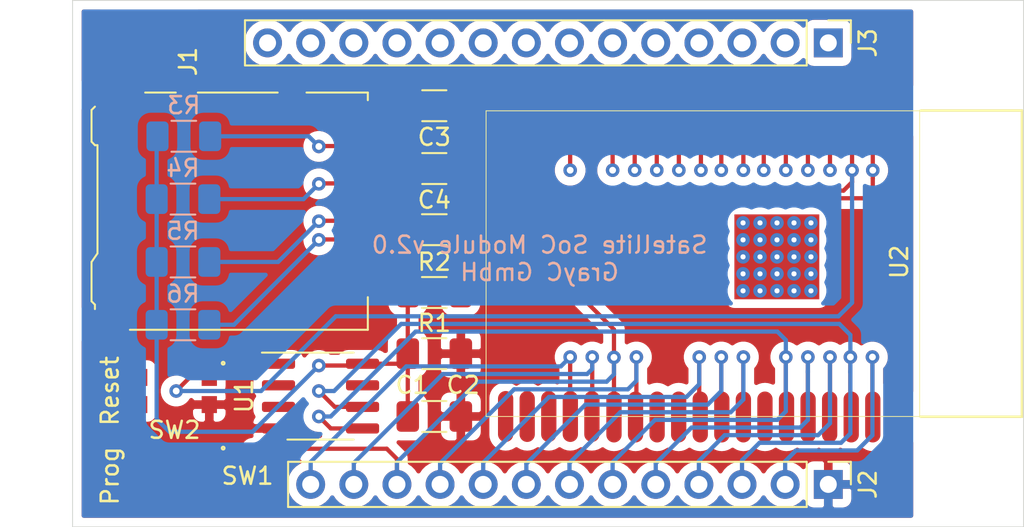
<source format=kicad_pcb>
(kicad_pcb (version 20171130) (host pcbnew 5.1.10-88a1d61d58~90~ubuntu20.04.1)

  (general
    (thickness 1.6)
    (drawings 6)
    (tracks 217)
    (zones 0)
    (modules 17)
    (nets 44)
  )

  (page A4)
  (layers
    (0 F.Cu signal)
    (31 B.Cu signal)
    (32 B.Adhes user)
    (33 F.Adhes user)
    (34 B.Paste user)
    (35 F.Paste user)
    (36 B.SilkS user)
    (37 F.SilkS user)
    (38 B.Mask user)
    (39 F.Mask user)
    (40 Dwgs.User user)
    (41 Cmts.User user)
    (42 Eco1.User user)
    (43 Eco2.User user)
    (44 Edge.Cuts user)
    (45 Margin user)
    (46 B.CrtYd user)
    (47 F.CrtYd user)
    (48 B.Fab user)
    (49 F.Fab user)
  )

  (setup
    (last_trace_width 0.25)
    (trace_clearance 0.2)
    (zone_clearance 0.508)
    (zone_45_only no)
    (trace_min 0.2)
    (via_size 0.8)
    (via_drill 0.4)
    (via_min_size 0.4)
    (via_min_drill 0.3)
    (uvia_size 0.3)
    (uvia_drill 0.1)
    (uvias_allowed no)
    (uvia_min_size 0.2)
    (uvia_min_drill 0.1)
    (edge_width 0.05)
    (segment_width 0.2)
    (pcb_text_width 0.3)
    (pcb_text_size 1.5 1.5)
    (mod_edge_width 0.12)
    (mod_text_size 1 1)
    (mod_text_width 0.15)
    (pad_size 1.524 1.524)
    (pad_drill 0.762)
    (pad_to_mask_clearance 0)
    (aux_axis_origin 0 0)
    (visible_elements FFFFFF7F)
    (pcbplotparams
      (layerselection 0x010fc_ffffffff)
      (usegerberextensions false)
      (usegerberattributes true)
      (usegerberadvancedattributes true)
      (creategerberjobfile true)
      (excludeedgelayer true)
      (linewidth 0.100000)
      (plotframeref false)
      (viasonmask false)
      (mode 1)
      (useauxorigin false)
      (hpglpennumber 1)
      (hpglpenspeed 20)
      (hpglpendiameter 15.000000)
      (psnegative false)
      (psa4output false)
      (plotreference true)
      (plotvalue true)
      (plotinvisibletext false)
      (padsonsilk false)
      (subtractmaskfromsilk false)
      (outputformat 1)
      (mirror false)
      (drillshape 1)
      (scaleselection 1)
      (outputdirectory ""))
  )

  (net 0 "")
  (net 1 +3V3)
  (net 2 GND)
  (net 3 "Net-(J1-Pad8)")
  (net 4 "Net-(J1-Pad1)")
  (net 5 IO15)
  (net 6 IO2)
  (net 7 IO0)
  (net 8 IO4)
  (net 9 IO5)
  (net 10 IO18)
  (net 11 IO19)
  (net 12 U0RXD)
  (net 13 U0TXD)
  (net 14 IO23)
  (net 15 IO13)
  (net 16 IO12)
  (net 17 IO14)
  (net 18 IO27)
  (net 19 IO26)
  (net 20 IO25)
  (net 21 IO33)
  (net 22 IO32)
  (net 23 I35)
  (net 24 I34)
  (net 25 I39)
  (net 26 I36)
  (net 27 Chip_PU)
  (net 28 "Net-(U2-Pad17)")
  (net 29 "Net-(U2-Pad18)")
  (net 30 "Net-(U2-Pad19)")
  (net 31 "Net-(U2-Pad20)")
  (net 32 "Net-(U2-Pad21)")
  (net 33 "Net-(U2-Pad22)")
  (net 34 "Net-(U2-Pad27)")
  (net 35 "Net-(U2-Pad28)")
  (net 36 "Net-(U2-Pad32)")
  (net 37 I2C_SDA)
  (net 38 I2C_SCL)
  (net 39 SPI_0_MISO)
  (net 40 SPI_0_CLK)
  (net 41 SPI_0_MOSI)
  (net 42 "Net-(J1-Pad10)")
  (net 43 "Net-(J1-Pad9)")

  (net_class Default "This is the default net class."
    (clearance 0.2)
    (trace_width 0.25)
    (via_dia 0.8)
    (via_drill 0.4)
    (uvia_dia 0.3)
    (uvia_drill 0.1)
    (add_net +3V3)
    (add_net Chip_PU)
    (add_net GND)
    (add_net I2C_SCL)
    (add_net I2C_SDA)
    (add_net I34)
    (add_net I35)
    (add_net I36)
    (add_net I39)
    (add_net IO0)
    (add_net IO12)
    (add_net IO13)
    (add_net IO14)
    (add_net IO15)
    (add_net IO18)
    (add_net IO19)
    (add_net IO2)
    (add_net IO23)
    (add_net IO25)
    (add_net IO26)
    (add_net IO27)
    (add_net IO32)
    (add_net IO33)
    (add_net IO4)
    (add_net IO5)
    (add_net "Net-(J1-Pad1)")
    (add_net "Net-(J1-Pad10)")
    (add_net "Net-(J1-Pad8)")
    (add_net "Net-(J1-Pad9)")
    (add_net "Net-(U2-Pad17)")
    (add_net "Net-(U2-Pad18)")
    (add_net "Net-(U2-Pad19)")
    (add_net "Net-(U2-Pad20)")
    (add_net "Net-(U2-Pad21)")
    (add_net "Net-(U2-Pad22)")
    (add_net "Net-(U2-Pad27)")
    (add_net "Net-(U2-Pad28)")
    (add_net "Net-(U2-Pad32)")
    (add_net SPI_0_CLK)
    (add_net SPI_0_MISO)
    (add_net SPI_0_MOSI)
    (add_net U0RXD)
    (add_net U0TXD)
  )

  (module Connector_Card:microSD_HC_Hirose_DM3AT-SF-PEJM5 (layer F.Cu) (tedit 5A1DBFB5) (tstamp 618AE98B)
    (at 129.5 92.4 270)
    (descr "Micro SD, SMD, right-angle, push-pull (https://www.hirose.com/product/en/download_file/key_name/DM3AT-SF-PEJM5/category/Drawing%20(2D)/doc_file_id/44099/?file_category_id=6&item_id=06090031000&is_series=)")
    (tags "Micro SD")
    (path /618B5BE1)
    (attr smd)
    (fp_text reference J1 (at -8.8 2.7 90) (layer F.SilkS)
      (effects (font (size 1 1) (thickness 0.15)))
    )
    (fp_text value Micro_SD_Card_Det_Hirose_DM3AT (at -0.075 9.575 90) (layer F.Fab) hide
      (effects (font (size 1 1) (thickness 0.15)))
    )
    (fp_arc (start -5.425 13.225) (end -5.425 13.725) (angle 90) (layer F.Fab) (width 0.1))
    (fp_arc (start 4.575 13.225) (end 5.075 13.225) (angle 90) (layer F.Fab) (width 0.1))
    (fp_arc (start -5.425 9.225) (end -5.425 9.725) (angle 90) (layer F.Fab) (width 0.1))
    (fp_arc (start 4.575 9.225) (end 5.075 9.225) (angle 90) (layer F.Fab) (width 0.1))
    (fp_text user KEEPOUT (at -5.775 2.375) (layer Cmts.User)
      (effects (font (size 0.6 0.6) (thickness 0.09)))
    )
    (fp_text user KEEPOUT (at -6.85 -3.25) (layer Cmts.User)
      (effects (font (size 0.6 0.6) (thickness 0.09)))
    )
    (fp_text user KEEPOUT (at 4.2 7.65 90) (layer Cmts.User)
      (effects (font (size 0.4 0.4) (thickness 0.06)))
    )
    (fp_text user %R (at -0.075 0.375 90) (layer F.Fab)
      (effects (font (size 1 1) (thickness 0.1)))
    )
    (fp_text user KEEPOUT (at -1.075 -1.925 90) (layer Cmts.User)
      (effects (font (size 1 1) (thickness 0.1)))
    )
    (fp_line (start -4.175 -2.725) (end -5.425 -1.825) (layer Dwgs.User) (width 0.1))
    (fp_line (start -4.875 -2.725) (end -5.425 -2.325) (layer Dwgs.User) (width 0.1))
    (fp_line (start -2.775 -2.725) (end -5 -1.125) (layer Dwgs.User) (width 0.1))
    (fp_line (start -5.425 -1.325) (end -3.475 -2.725) (layer Dwgs.User) (width 0.1))
    (fp_line (start -6.125 -0.825) (end -5.425 -1.325) (layer Dwgs.User) (width 0.1))
    (fp_line (start -6.125 -1.325) (end -5.975 -1.425) (layer Dwgs.User) (width 0.1))
    (fp_line (start -6.125 -0.325) (end -5.425 -0.825) (layer Dwgs.User) (width 0.1))
    (fp_line (start -6.125 0.175) (end -5.425 -0.325) (layer Dwgs.User) (width 0.1))
    (fp_line (start -6.125 0.675) (end -5.425 0.175) (layer Dwgs.User) (width 0.1))
    (fp_line (start -6.125 1.175) (end -5.425 0.675) (layer Dwgs.User) (width 0.1))
    (fp_line (start -6.125 1.675) (end -5.425 1.175) (layer Dwgs.User) (width 0.1))
    (fp_line (start -6.125 2.175) (end -5.425 1.675) (layer Dwgs.User) (width 0.1))
    (fp_line (start -6.125 2.675) (end -5.425 2.175) (layer Dwgs.User) (width 0.1))
    (fp_line (start -6.125 3.175) (end -5.425 2.675) (layer Dwgs.User) (width 0.1))
    (fp_line (start -6.125 3.675) (end -5.425 3.175) (layer Dwgs.User) (width 0.1))
    (fp_line (start -6.125 4.175) (end -5.425 3.675) (layer Dwgs.User) (width 0.1))
    (fp_line (start -6.125 4.675) (end -5.425 4.175) (layer Dwgs.User) (width 0.1))
    (fp_line (start -6.125 5.175) (end -5.425 4.675) (layer Dwgs.User) (width 0.1))
    (fp_line (start -6.125 5.675) (end -5.425 5.175) (layer Dwgs.User) (width 0.1))
    (fp_line (start -6.125 6.175) (end -5.425 5.675) (layer Dwgs.User) (width 0.1))
    (fp_line (start -6.475 0.225) (end -7.225 0.725) (layer Dwgs.User) (width 0.1))
    (fp_line (start -6.475 -0.275) (end -7.225 0.225) (layer Dwgs.User) (width 0.1))
    (fp_line (start -6.475 -0.775) (end -7.225 -0.275) (layer Dwgs.User) (width 0.1))
    (fp_line (start -6.475 -1.275) (end -7.225 -0.775) (layer Dwgs.User) (width 0.1))
    (fp_line (start -6.475 -1.775) (end -7.225 -1.275) (layer Dwgs.User) (width 0.1))
    (fp_line (start -6.475 -2.275) (end -7.225 -1.775) (layer Dwgs.User) (width 0.1))
    (fp_line (start -6.475 -2.775) (end -7.225 -2.275) (layer Dwgs.User) (width 0.1))
    (fp_line (start -6.475 -3.275) (end -7.225 -2.775) (layer Dwgs.User) (width 0.1))
    (fp_line (start -6.475 -3.775) (end -7.225 -3.275) (layer Dwgs.User) (width 0.1))
    (fp_line (start -6.475 -4.275) (end -7.225 -3.775) (layer Dwgs.User) (width 0.1))
    (fp_line (start -6.475 -4.775) (end -7.225 -4.275) (layer Dwgs.User) (width 0.1))
    (fp_line (start -6.475 -5.275) (end -7.225 -4.775) (layer Dwgs.User) (width 0.1))
    (fp_line (start -6.475 -5.775) (end -7.225 -5.275) (layer Dwgs.User) (width 0.1))
    (fp_line (start -6.475 -6.275) (end -7.225 -5.775) (layer Dwgs.User) (width 0.1))
    (fp_line (start -6.475 -6.775) (end -7.225 -6.275) (layer Dwgs.User) (width 0.1))
    (fp_line (start -6.475 -7.275) (end -7.225 -6.775) (layer Dwgs.User) (width 0.1))
    (fp_line (start 3.475 6.975) (end 2.925 7.875) (layer Dwgs.User) (width 0.1))
    (fp_line (start 3.975 6.975) (end 3.175 8.325) (layer Dwgs.User) (width 0.1))
    (fp_line (start 4.475 6.975) (end 3.675 8.325) (layer Dwgs.User) (width 0.1))
    (fp_line (start 4.975 6.975) (end 4.175 8.325) (layer Dwgs.User) (width 0.1))
    (fp_line (start 5.475 6.975) (end 4.675 8.325) (layer Dwgs.User) (width 0.1))
    (fp_line (start 3.005 8.385) (end 2.495 8.035) (layer F.SilkS) (width 0.12))
    (fp_line (start 5.515 8.185) (end 5.775 8.185) (layer F.SilkS) (width 0.12))
    (fp_line (start 5.315 8.385) (end 5.515 8.185) (layer F.SilkS) (width 0.12))
    (fp_line (start -4.085 8.385) (end -3.875 8.185) (layer F.SilkS) (width 0.12))
    (fp_line (start -3.875 8.035) (end -3.875 8.185) (layer F.SilkS) (width 0.12))
    (fp_line (start -3.875 8.035) (end 2.495 8.035) (layer F.SilkS) (width 0.12))
    (fp_line (start -6.975 3.425) (end -6.975 5.225) (layer F.SilkS) (width 0.12))
    (fp_line (start -6.975 -2.575) (end -6.975 2.125) (layer F.SilkS) (width 0.12))
    (fp_line (start -5.945 8.385) (end -6.145 8.185) (layer F.SilkS) (width 0.12))
    (fp_line (start -5.945 8.385) (end -4.085 8.385) (layer F.SilkS) (width 0.12))
    (fp_line (start 5.315 8.385) (end 3.005 8.385) (layer F.SilkS) (width 0.12))
    (fp_line (start -6.975 -7.885) (end -6.975 -4.275) (layer F.SilkS) (width 0.12))
    (fp_line (start -6.525 -7.885) (end -6.975 -7.885) (layer F.SilkS) (width 0.12))
    (fp_line (start 6.995 -7.885) (end 6.995 6.125) (layer F.SilkS) (width 0.12))
    (fp_line (start 5.075 -7.885) (end 6.995 -7.885) (layer F.SilkS) (width 0.12))
    (fp_line (start -7.82 8.88) (end -7.82 -8.82) (layer F.CrtYd) (width 0.05))
    (fp_line (start 7.88 8.88) (end -7.82 8.88) (layer F.CrtYd) (width 0.05))
    (fp_line (start 7.88 -8.82) (end 7.88 8.88) (layer F.CrtYd) (width 0.05))
    (fp_line (start -7.82 -8.82) (end 7.88 -8.82) (layer F.CrtYd) (width 0.05))
    (fp_line (start -7.225 0.775) (end -7.225 -7.275) (layer Dwgs.User) (width 0.1))
    (fp_line (start -6.475 0.775) (end -7.225 0.775) (layer Dwgs.User) (width 0.1))
    (fp_line (start -6.475 -7.275) (end -6.475 0.775) (layer Dwgs.User) (width 0.1))
    (fp_line (start -7.225 -7.275) (end -6.475 -7.275) (layer Dwgs.User) (width 0.1))
    (fp_line (start -6.125 6.175) (end -6.125 -1.425) (layer Dwgs.User) (width 0.1))
    (fp_line (start -5.425 6.175) (end -6.125 6.175) (layer Dwgs.User) (width 0.1))
    (fp_line (start -5.425 -2.725) (end -5.425 6.175) (layer Dwgs.User) (width 0.1))
    (fp_line (start -6.125 -1.425) (end -5.425 -1.425) (layer Dwgs.User) (width 0.1))
    (fp_line (start 2.925 8.325) (end 2.925 6.975) (layer Dwgs.User) (width 0.1))
    (fp_line (start 5.475 8.325) (end 2.925 8.325) (layer Dwgs.User) (width 0.1))
    (fp_line (start 5.475 6.975) (end 5.475 8.325) (layer Dwgs.User) (width 0.1))
    (fp_line (start 2.925 6.975) (end 5.475 6.975) (layer Dwgs.User) (width 0.1))
    (fp_line (start 3.275 -1.125) (end -5.425 -1.125) (layer Dwgs.User) (width 0.1))
    (fp_line (start 3.275 -2.725) (end 3.275 -1.125) (layer Dwgs.User) (width 0.1))
    (fp_line (start -5.425 -2.725) (end 3.275 -2.725) (layer Dwgs.User) (width 0.1))
    (fp_line (start -3.915 8.125) (end -3.915 7.975) (layer F.Fab) (width 0.1))
    (fp_line (start -6.115 8.125) (end -6.925 8.125) (layer F.Fab) (width 0.1))
    (fp_line (start 5.485 8.125) (end 6.925 8.125) (layer F.Fab) (width 0.1))
    (fp_line (start -4.115 8.325) (end -5.915 8.325) (layer F.Fab) (width 0.1))
    (fp_line (start -3.915 8.125) (end -4.115 8.325) (layer F.Fab) (width 0.1))
    (fp_line (start -5.915 8.325) (end -6.115 8.125) (layer F.Fab) (width 0.1))
    (fp_line (start 3.035 8.325) (end 2.51 7.975) (layer F.Fab) (width 0.1))
    (fp_line (start 5.285 8.325) (end 5.485 8.125) (layer F.Fab) (width 0.1))
    (fp_line (start 5.285 8.325) (end 3.035 8.325) (layer F.Fab) (width 0.1))
    (fp_line (start -6.925 8.125) (end -6.925 -7.825) (layer F.Fab) (width 0.1))
    (fp_line (start 6.925 8.125) (end 6.925 -7.825) (layer F.Fab) (width 0.1))
    (fp_line (start 6.925 -7.825) (end -6.925 -7.825) (layer F.Fab) (width 0.1))
    (fp_line (start 2.51 7.975) (end -3.915 7.975) (layer F.Fab) (width 0.1))
    (fp_line (start -5.425 9.725) (end 4.575 9.725) (layer F.Fab) (width 0.1))
    (fp_line (start -5.425 13.725) (end 4.575 13.725) (layer F.Fab) (width 0.1))
    (fp_line (start 5.075 13.225) (end 5.075 8.325) (layer F.Fab) (width 0.1))
    (fp_line (start -5.925 8.325) (end -5.925 13.225) (layer F.Fab) (width 0.1))
    (fp_line (start -2.075 -2.725) (end -4.3 -1.125) (layer Dwgs.User) (width 0.1))
    (fp_line (start -1.375 -2.725) (end -3.6 -1.125) (layer Dwgs.User) (width 0.1))
    (fp_line (start -0.675 -2.725) (end -2.9 -1.125) (layer Dwgs.User) (width 0.1))
    (fp_line (start 0.025 -2.725) (end -2.2 -1.125) (layer Dwgs.User) (width 0.1))
    (fp_line (start 0.725 -2.725) (end -1.5 -1.125) (layer Dwgs.User) (width 0.1))
    (fp_line (start 1.425 -2.725) (end -0.8 -1.125) (layer Dwgs.User) (width 0.1))
    (fp_line (start 2.125 -2.725) (end -0.1 -1.125) (layer Dwgs.User) (width 0.1))
    (fp_line (start 2.825 -2.725) (end 0.6 -1.125) (layer Dwgs.User) (width 0.1))
    (fp_line (start 3.275 -2.525) (end 1.3 -1.125) (layer Dwgs.User) (width 0.1))
    (fp_line (start 3.275 -2.025) (end 2 -1.125) (layer Dwgs.User) (width 0.1))
    (fp_line (start 3.275 -1.525) (end 2.7 -1.125) (layer Dwgs.User) (width 0.1))
    (pad 11 smd rect (at 6.675 7.375 270) (size 1.3 1.9) (layers F.Cu F.Paste F.Mask)
      (net 2 GND))
    (pad 11 smd rect (at -6.825 6.925 270) (size 1 2.8) (layers F.Cu F.Paste F.Mask)
      (net 2 GND))
    (pad 10 smd rect (at -6.825 2.775 270) (size 1 0.8) (layers F.Cu F.Paste F.Mask)
      (net 42 "Net-(J1-Pad10)"))
    (pad 11 smd rect (at -6.825 -3.425 270) (size 1 1.2) (layers F.Cu F.Paste F.Mask)
      (net 2 GND))
    (pad 11 smd rect (at 4.325 -7.725 270) (size 1 1.2) (layers F.Cu F.Paste F.Mask)
      (net 2 GND))
    (pad 7 smd rect (at -3.825 -7.725 270) (size 0.7 1.2) (layers F.Cu F.Paste F.Mask)
      (net 39 SPI_0_MISO))
    (pad 6 smd rect (at -2.725 -7.725 270) (size 0.7 1.2) (layers F.Cu F.Paste F.Mask)
      (net 2 GND))
    (pad 5 smd rect (at -1.625 -7.725 270) (size 0.7 1.2) (layers F.Cu F.Paste F.Mask)
      (net 40 SPI_0_CLK))
    (pad 4 smd rect (at -0.525 -7.725 270) (size 0.7 1.2) (layers F.Cu F.Paste F.Mask)
      (net 1 +3V3))
    (pad 3 smd rect (at 0.575 -7.725 270) (size 0.7 1.2) (layers F.Cu F.Paste F.Mask)
      (net 41 SPI_0_MOSI))
    (pad 2 smd rect (at 1.675 -7.725 270) (size 0.7 1.2) (layers F.Cu F.Paste F.Mask)
      (net 9 IO5))
    (pad 1 smd rect (at 2.775 -7.725 270) (size 0.7 1.2) (layers F.Cu F.Paste F.Mask)
      (net 4 "Net-(J1-Pad1)"))
    (pad 8 smd rect (at -4.925 -7.725 270) (size 0.7 1.2) (layers F.Cu F.Paste F.Mask)
      (net 3 "Net-(J1-Pad8)"))
    (pad 9 smd rect (at -5.875 -7.725 270) (size 0.7 1.2) (layers F.Cu F.Paste F.Mask)
      (net 43 "Net-(J1-Pad9)"))
    (model /home/fabian/projects/grayc/inoa/satellite/libraries/models/DM3AT-SF-PEJM5.step
      (offset (xyz 0 8 0))
      (scale (xyz 1 1 1))
      (rotate (xyz 0 0 0))
    )
  )

  (module Resistor_SMD:R_1206_3216Metric_Pad1.30x1.75mm_HandSolder (layer B.Cu) (tedit 5F68FEEE) (tstamp 618ADA38)
    (at 126.5 99.1 180)
    (descr "Resistor SMD 1206 (3216 Metric), square (rectangular) end terminal, IPC_7351 nominal with elongated pad for handsoldering. (Body size source: IPC-SM-782 page 72, https://www.pcb-3d.com/wordpress/wp-content/uploads/ipc-sm-782a_amendment_1_and_2.pdf), generated with kicad-footprint-generator")
    (tags "resistor handsolder")
    (path /618DF4B4)
    (attr smd)
    (fp_text reference R6 (at 0 1.82) (layer B.SilkS)
      (effects (font (size 1 1) (thickness 0.15)) (justify mirror))
    )
    (fp_text value R (at 0 -1.82) (layer B.Fab)
      (effects (font (size 1 1) (thickness 0.15)) (justify mirror))
    )
    (fp_text user %R (at 0 0) (layer B.Fab)
      (effects (font (size 0.8 0.8) (thickness 0.12)) (justify mirror))
    )
    (fp_line (start -1.6 -0.8) (end -1.6 0.8) (layer B.Fab) (width 0.1))
    (fp_line (start -1.6 0.8) (end 1.6 0.8) (layer B.Fab) (width 0.1))
    (fp_line (start 1.6 0.8) (end 1.6 -0.8) (layer B.Fab) (width 0.1))
    (fp_line (start 1.6 -0.8) (end -1.6 -0.8) (layer B.Fab) (width 0.1))
    (fp_line (start -0.727064 0.91) (end 0.727064 0.91) (layer B.SilkS) (width 0.12))
    (fp_line (start -0.727064 -0.91) (end 0.727064 -0.91) (layer B.SilkS) (width 0.12))
    (fp_line (start -2.45 -1.12) (end -2.45 1.12) (layer B.CrtYd) (width 0.05))
    (fp_line (start -2.45 1.12) (end 2.45 1.12) (layer B.CrtYd) (width 0.05))
    (fp_line (start 2.45 1.12) (end 2.45 -1.12) (layer B.CrtYd) (width 0.05))
    (fp_line (start 2.45 -1.12) (end -2.45 -1.12) (layer B.CrtYd) (width 0.05))
    (pad 2 smd roundrect (at 1.55 0 180) (size 1.3 1.75) (layers B.Cu B.Paste B.Mask) (roundrect_rratio 0.192308)
      (net 1 +3V3))
    (pad 1 smd roundrect (at -1.55 0 180) (size 1.3 1.75) (layers B.Cu B.Paste B.Mask) (roundrect_rratio 0.192308)
      (net 9 IO5))
    (model ${KISYS3DMOD}/Resistor_SMD.3dshapes/R_1206_3216Metric.wrl
      (at (xyz 0 0 0))
      (scale (xyz 1 1 1))
      (rotate (xyz 0 0 0))
    )
  )

  (module Resistor_SMD:R_1206_3216Metric_Pad1.30x1.75mm_HandSolder (layer B.Cu) (tedit 5F68FEEE) (tstamp 618ADA27)
    (at 126.5 95.4 180)
    (descr "Resistor SMD 1206 (3216 Metric), square (rectangular) end terminal, IPC_7351 nominal with elongated pad for handsoldering. (Body size source: IPC-SM-782 page 72, https://www.pcb-3d.com/wordpress/wp-content/uploads/ipc-sm-782a_amendment_1_and_2.pdf), generated with kicad-footprint-generator")
    (tags "resistor handsolder")
    (path /618DE872)
    (attr smd)
    (fp_text reference R5 (at 0 1.82) (layer B.SilkS)
      (effects (font (size 1 1) (thickness 0.15)) (justify mirror))
    )
    (fp_text value R (at 0 -1.82) (layer B.Fab)
      (effects (font (size 1 1) (thickness 0.15)) (justify mirror))
    )
    (fp_text user %R (at 0 0) (layer B.Fab)
      (effects (font (size 0.8 0.8) (thickness 0.12)) (justify mirror))
    )
    (fp_line (start -1.6 -0.8) (end -1.6 0.8) (layer B.Fab) (width 0.1))
    (fp_line (start -1.6 0.8) (end 1.6 0.8) (layer B.Fab) (width 0.1))
    (fp_line (start 1.6 0.8) (end 1.6 -0.8) (layer B.Fab) (width 0.1))
    (fp_line (start 1.6 -0.8) (end -1.6 -0.8) (layer B.Fab) (width 0.1))
    (fp_line (start -0.727064 0.91) (end 0.727064 0.91) (layer B.SilkS) (width 0.12))
    (fp_line (start -0.727064 -0.91) (end 0.727064 -0.91) (layer B.SilkS) (width 0.12))
    (fp_line (start -2.45 -1.12) (end -2.45 1.12) (layer B.CrtYd) (width 0.05))
    (fp_line (start -2.45 1.12) (end 2.45 1.12) (layer B.CrtYd) (width 0.05))
    (fp_line (start 2.45 1.12) (end 2.45 -1.12) (layer B.CrtYd) (width 0.05))
    (fp_line (start 2.45 -1.12) (end -2.45 -1.12) (layer B.CrtYd) (width 0.05))
    (pad 2 smd roundrect (at 1.55 0 180) (size 1.3 1.75) (layers B.Cu B.Paste B.Mask) (roundrect_rratio 0.192308)
      (net 1 +3V3))
    (pad 1 smd roundrect (at -1.55 0 180) (size 1.3 1.75) (layers B.Cu B.Paste B.Mask) (roundrect_rratio 0.192308)
      (net 41 SPI_0_MOSI))
    (model ${KISYS3DMOD}/Resistor_SMD.3dshapes/R_1206_3216Metric.wrl
      (at (xyz 0 0 0))
      (scale (xyz 1 1 1))
      (rotate (xyz 0 0 0))
    )
  )

  (module Resistor_SMD:R_1206_3216Metric_Pad1.30x1.75mm_HandSolder (layer B.Cu) (tedit 5F68FEEE) (tstamp 618ADA16)
    (at 126.5 91.7 180)
    (descr "Resistor SMD 1206 (3216 Metric), square (rectangular) end terminal, IPC_7351 nominal with elongated pad for handsoldering. (Body size source: IPC-SM-782 page 72, https://www.pcb-3d.com/wordpress/wp-content/uploads/ipc-sm-782a_amendment_1_and_2.pdf), generated with kicad-footprint-generator")
    (tags "resistor handsolder")
    (path /618D20B1)
    (attr smd)
    (fp_text reference R4 (at 0 1.82) (layer B.SilkS)
      (effects (font (size 1 1) (thickness 0.15)) (justify mirror))
    )
    (fp_text value R (at 0 -1.82) (layer B.Fab)
      (effects (font (size 1 1) (thickness 0.15)) (justify mirror))
    )
    (fp_text user %R (at 0 0) (layer B.Fab)
      (effects (font (size 0.8 0.8) (thickness 0.12)) (justify mirror))
    )
    (fp_line (start -1.6 -0.8) (end -1.6 0.8) (layer B.Fab) (width 0.1))
    (fp_line (start -1.6 0.8) (end 1.6 0.8) (layer B.Fab) (width 0.1))
    (fp_line (start 1.6 0.8) (end 1.6 -0.8) (layer B.Fab) (width 0.1))
    (fp_line (start 1.6 -0.8) (end -1.6 -0.8) (layer B.Fab) (width 0.1))
    (fp_line (start -0.727064 0.91) (end 0.727064 0.91) (layer B.SilkS) (width 0.12))
    (fp_line (start -0.727064 -0.91) (end 0.727064 -0.91) (layer B.SilkS) (width 0.12))
    (fp_line (start -2.45 -1.12) (end -2.45 1.12) (layer B.CrtYd) (width 0.05))
    (fp_line (start -2.45 1.12) (end 2.45 1.12) (layer B.CrtYd) (width 0.05))
    (fp_line (start 2.45 1.12) (end 2.45 -1.12) (layer B.CrtYd) (width 0.05))
    (fp_line (start 2.45 -1.12) (end -2.45 -1.12) (layer B.CrtYd) (width 0.05))
    (pad 2 smd roundrect (at 1.55 0 180) (size 1.3 1.75) (layers B.Cu B.Paste B.Mask) (roundrect_rratio 0.192308)
      (net 1 +3V3))
    (pad 1 smd roundrect (at -1.55 0 180) (size 1.3 1.75) (layers B.Cu B.Paste B.Mask) (roundrect_rratio 0.192308)
      (net 40 SPI_0_CLK))
    (model ${KISYS3DMOD}/Resistor_SMD.3dshapes/R_1206_3216Metric.wrl
      (at (xyz 0 0 0))
      (scale (xyz 1 1 1))
      (rotate (xyz 0 0 0))
    )
  )

  (module Resistor_SMD:R_1206_3216Metric_Pad1.30x1.75mm_HandSolder (layer B.Cu) (tedit 5F68FEEE) (tstamp 618ADA05)
    (at 126.55 88 180)
    (descr "Resistor SMD 1206 (3216 Metric), square (rectangular) end terminal, IPC_7351 nominal with elongated pad for handsoldering. (Body size source: IPC-SM-782 page 72, https://www.pcb-3d.com/wordpress/wp-content/uploads/ipc-sm-782a_amendment_1_and_2.pdf), generated with kicad-footprint-generator")
    (tags "resistor handsolder")
    (path /618C1632)
    (attr smd)
    (fp_text reference R3 (at 0 1.82) (layer B.SilkS)
      (effects (font (size 1 1) (thickness 0.15)) (justify mirror))
    )
    (fp_text value R (at 0 -1.82) (layer B.Fab)
      (effects (font (size 1 1) (thickness 0.15)) (justify mirror))
    )
    (fp_text user %R (at 0 0) (layer B.Fab)
      (effects (font (size 0.8 0.8) (thickness 0.12)) (justify mirror))
    )
    (fp_line (start -1.6 -0.8) (end -1.6 0.8) (layer B.Fab) (width 0.1))
    (fp_line (start -1.6 0.8) (end 1.6 0.8) (layer B.Fab) (width 0.1))
    (fp_line (start 1.6 0.8) (end 1.6 -0.8) (layer B.Fab) (width 0.1))
    (fp_line (start 1.6 -0.8) (end -1.6 -0.8) (layer B.Fab) (width 0.1))
    (fp_line (start -0.727064 0.91) (end 0.727064 0.91) (layer B.SilkS) (width 0.12))
    (fp_line (start -0.727064 -0.91) (end 0.727064 -0.91) (layer B.SilkS) (width 0.12))
    (fp_line (start -2.45 -1.12) (end -2.45 1.12) (layer B.CrtYd) (width 0.05))
    (fp_line (start -2.45 1.12) (end 2.45 1.12) (layer B.CrtYd) (width 0.05))
    (fp_line (start 2.45 1.12) (end 2.45 -1.12) (layer B.CrtYd) (width 0.05))
    (fp_line (start 2.45 -1.12) (end -2.45 -1.12) (layer B.CrtYd) (width 0.05))
    (pad 2 smd roundrect (at 1.55 0 180) (size 1.3 1.75) (layers B.Cu B.Paste B.Mask) (roundrect_rratio 0.192308)
      (net 1 +3V3))
    (pad 1 smd roundrect (at -1.55 0 180) (size 1.3 1.75) (layers B.Cu B.Paste B.Mask) (roundrect_rratio 0.192308)
      (net 39 SPI_0_MISO))
    (model ${KISYS3DMOD}/Resistor_SMD.3dshapes/R_1206_3216Metric.wrl
      (at (xyz 0 0 0))
      (scale (xyz 1 1 1))
      (rotate (xyz 0 0 0))
    )
  )

  (module footprints:SW4SMD_63X161LS (layer F.Cu) (tedit 607DAF1A) (tstamp 618ABD28)
    (at 126 103)
    (path /6189B432)
    (fp_text reference SW2 (at 0 2.3 180) (layer F.SilkS)
      (effects (font (size 1 1) (thickness 0.15)))
    )
    (fp_text value Reset (at -3.8 0 90) (layer F.SilkS)
      (effects (font (size 1 1) (thickness 0.15)))
    )
    (fp_circle (center 2.8666 -1.6368) (end 2.88225 -1.6368) (layer F.SilkS) (width 0.127))
    (fp_line (start 2.75 -1.5) (end -2.75 -1.5) (layer F.Fab) (width 0.127))
    (fp_line (start 2.75 1.5) (end 2.75 -1.5) (layer F.Fab) (width 0.127))
    (fp_line (start -2.75 1.5) (end 2.75 1.5) (layer F.Fab) (width 0.127))
    (fp_line (start -2.75 -1.5) (end -2.75 1.5) (layer F.Fab) (width 0.127))
    (pad 4 smd rect (at -2.05 0.8) (size 0.9 1) (layers F.Cu F.Paste F.Mask))
    (pad 2 smd rect (at 2.05 0.8) (size 0.9 1) (layers F.Cu F.Paste F.Mask)
      (net 2 GND))
    (pad 1 smd rect (at 2.05 -0.8) (size 0.9 1) (layers F.Cu F.Paste F.Mask)
      (net 27 Chip_PU))
    (pad 3 smd rect (at -2.05 -0.8) (size 0.9 1) (layers F.Cu F.Paste F.Mask))
    (model /home/fabian/projects/grayc/inoa/satellite/libraries/models/KMR231NGLFS--3DModel-STEP-56544.STEP
      (offset (xyz 0 0 1.5))
      (scale (xyz 1 1 1))
      (rotate (xyz -90 0 0))
    )
  )

  (module footprints:SW4SMD_63X161LS (layer F.Cu) (tedit 607DAF1A) (tstamp 618ABD1B)
    (at 126 108)
    (path /6189AA05)
    (fp_text reference SW1 (at 4.3 0 180) (layer F.SilkS)
      (effects (font (size 1 1) (thickness 0.15)))
    )
    (fp_text value Prog (at -3.8 0 90) (layer F.SilkS)
      (effects (font (size 1 1) (thickness 0.15)))
    )
    (fp_circle (center 2.8666 -1.6368) (end 2.88225 -1.6368) (layer F.SilkS) (width 0.127))
    (fp_line (start 2.75 -1.5) (end -2.75 -1.5) (layer F.Fab) (width 0.127))
    (fp_line (start 2.75 1.5) (end 2.75 -1.5) (layer F.Fab) (width 0.127))
    (fp_line (start -2.75 1.5) (end 2.75 1.5) (layer F.Fab) (width 0.127))
    (fp_line (start -2.75 -1.5) (end -2.75 1.5) (layer F.Fab) (width 0.127))
    (pad 4 smd rect (at -2.05 0.8) (size 0.9 1) (layers F.Cu F.Paste F.Mask))
    (pad 2 smd rect (at 2.05 0.8) (size 0.9 1) (layers F.Cu F.Paste F.Mask)
      (net 2 GND))
    (pad 1 smd rect (at 2.05 -0.8) (size 0.9 1) (layers F.Cu F.Paste F.Mask)
      (net 7 IO0))
    (pad 3 smd rect (at -2.05 -0.8) (size 0.9 1) (layers F.Cu F.Paste F.Mask))
    (model /home/fabian/projects/grayc/inoa/satellite/libraries/models/KMR231NGLFS--3DModel-STEP-56544.STEP
      (offset (xyz 0 0 1.5))
      (scale (xyz 1 1 1))
      (rotate (xyz -90 0 0))
    )
  )

  (module footprints:ESP32-WROVER (layer F.Cu) (tedit 605DDA74) (tstamp 61898648)
    (at 169.3 95.5 270)
    (path /6188F61E)
    (attr smd)
    (fp_text reference U2 (at -0.1 0.62 90) (layer F.SilkS)
      (effects (font (size 1 1) (thickness 0.15)))
    )
    (fp_text value ESP32-WROVER-IE-16MB (at 0.1 2.92 90) (layer F.Fab) hide
      (effects (font (size 1 1) (thickness 0.15)))
    )
    (fp_line (start 9 24.95) (end -9 24.95) (layer F.SilkS) (width 0.05))
    (fp_line (start 9 -0.58) (end 9 24.95) (layer F.SilkS) (width 0.05))
    (fp_line (start -9 -0.58) (end 9 -0.58) (layer F.SilkS) (width 0.05))
    (fp_line (start -9 24.95) (end -9 -0.58) (layer F.SilkS) (width 0.05))
    (fp_line (start -9.017 -0.635) (end -9.017 -6.604) (layer F.SilkS) (width 0.15))
    (fp_line (start 9.017 -0.635) (end 9.017 -6.604) (layer F.SilkS) (width 0.15))
    (fp_line (start 9.017 -6.604) (end -9.017 -6.604) (layer F.SilkS) (width 0.15))
    (pad 39 thru_hole circle (at -2.4 5.82 270) (size 0.8 0.8) (drill 0.3) (layers *.Cu *.Mask))
    (pad 39 smd rect (at -0.4 7.83 270) (size 5 5) (layers F.Cu F.Paste F.Mask))
    (pad 1 smd oval (at -9 0.91 270) (size 3 0.9) (layers F.Cu F.Paste F.Mask)
      (net 2 GND))
    (pad 2 smd oval (at -9 2.18 270) (size 3 0.9) (layers F.Cu F.Paste F.Mask)
      (net 1 +3V3))
    (pad 3 smd oval (at -9 3.45 270) (size 3 0.9) (layers F.Cu F.Paste F.Mask)
      (net 27 Chip_PU))
    (pad 4 smd oval (at -9 4.72 270) (size 3 0.9) (layers F.Cu F.Paste F.Mask)
      (net 26 I36))
    (pad 5 smd oval (at -9 5.99 270) (size 3 0.9) (layers F.Cu F.Paste F.Mask)
      (net 25 I39))
    (pad 6 smd oval (at -9 7.26 270) (size 3 0.9) (layers F.Cu F.Paste F.Mask)
      (net 24 I34))
    (pad 7 smd oval (at -9 8.53 270) (size 3 0.9) (layers F.Cu F.Paste F.Mask)
      (net 23 I35))
    (pad 8 smd oval (at -9 9.8 270) (size 3 0.9) (layers F.Cu F.Paste F.Mask)
      (net 22 IO32))
    (pad 9 smd oval (at -9 11.07 270) (size 3 0.9) (layers F.Cu F.Paste F.Mask)
      (net 21 IO33))
    (pad 10 smd oval (at -9 12.34 270) (size 3 0.9) (layers F.Cu F.Paste F.Mask)
      (net 20 IO25))
    (pad 11 smd oval (at -9 13.61 270) (size 3 0.9) (layers F.Cu F.Paste F.Mask)
      (net 19 IO26))
    (pad 12 smd oval (at -9 14.88 270) (size 3 0.9) (layers F.Cu F.Paste F.Mask)
      (net 18 IO27))
    (pad 13 smd oval (at -9 16.15 270) (size 3 0.9) (layers F.Cu F.Paste F.Mask)
      (net 17 IO14))
    (pad 14 smd oval (at -9 17.42 270) (size 3 0.9) (layers F.Cu F.Paste F.Mask)
      (net 16 IO12))
    (pad 15 smd oval (at -9 18.72 270) (size 3 0.9) (layers F.Cu F.Paste F.Mask)
      (net 2 GND))
    (pad 16 smd oval (at -9 19.99 270) (size 3 0.9) (layers F.Cu F.Paste F.Mask)
      (net 15 IO13))
    (pad 17 smd oval (at -9 21.26 270) (size 3 0.9) (layers F.Cu F.Paste F.Mask)
      (net 28 "Net-(U2-Pad17)"))
    (pad 18 smd oval (at -9 22.53 270) (size 3 0.9) (layers F.Cu F.Paste F.Mask)
      (net 29 "Net-(U2-Pad18)"))
    (pad 19 smd oval (at -9 23.8 270) (size 3 0.9) (layers F.Cu F.Paste F.Mask)
      (net 30 "Net-(U2-Pad19)"))
    (pad 20 smd oval (at 9 23.8 270) (size 3 0.9) (layers F.Cu F.Paste F.Mask)
      (net 31 "Net-(U2-Pad20)"))
    (pad 21 smd oval (at 9 22.53 270) (size 3 0.9) (layers F.Cu F.Paste F.Mask)
      (net 32 "Net-(U2-Pad21)"))
    (pad 22 smd oval (at 9 21.26 270) (size 3 0.9) (layers F.Cu F.Paste F.Mask)
      (net 33 "Net-(U2-Pad22)"))
    (pad 23 smd oval (at 9 19.99 270) (size 3 0.9) (layers F.Cu F.Paste F.Mask)
      (net 5 IO15))
    (pad 24 smd oval (at 9 18.72 270) (size 3 0.9) (layers F.Cu F.Paste F.Mask)
      (net 6 IO2))
    (pad 25 smd oval (at 9.03 17.42 270) (size 3 0.9) (layers F.Cu F.Paste F.Mask)
      (net 7 IO0))
    (pad 26 smd oval (at 9.03 16.15 270) (size 3 0.9) (layers F.Cu F.Paste F.Mask)
      (net 8 IO4))
    (pad 27 smd oval (at 9.03 14.88 270) (size 3 0.9) (layers F.Cu F.Paste F.Mask)
      (net 34 "Net-(U2-Pad27)"))
    (pad 28 smd oval (at 9.03 13.61 270) (size 3 0.9) (layers F.Cu F.Paste F.Mask)
      (net 35 "Net-(U2-Pad28)"))
    (pad 29 smd oval (at 9.03 12.34 270) (size 3 0.9) (layers F.Cu F.Paste F.Mask)
      (net 9 IO5))
    (pad 30 smd oval (at 9.03 11.07 270) (size 3 0.9) (layers F.Cu F.Paste F.Mask)
      (net 10 IO18))
    (pad 31 smd oval (at 9.03 9.8 270) (size 3 0.9) (layers F.Cu F.Paste F.Mask)
      (net 11 IO19))
    (pad 32 smd oval (at 9.03 8.53 270) (size 3 0.9) (layers F.Cu F.Paste F.Mask)
      (net 36 "Net-(U2-Pad32)"))
    (pad 33 smd oval (at 9.03 7.26 270) (size 3 0.9) (layers F.Cu F.Paste F.Mask)
      (net 37 I2C_SDA))
    (pad 34 smd oval (at 9.03 5.99 270) (size 3 0.9) (layers F.Cu F.Paste F.Mask)
      (net 12 U0RXD))
    (pad 35 smd oval (at 9.03 4.72 270) (size 3 0.9) (layers F.Cu F.Paste F.Mask)
      (net 13 U0TXD))
    (pad 36 smd oval (at 9.03 3.45 270) (size 3 0.9) (layers F.Cu F.Paste F.Mask)
      (net 38 I2C_SCL))
    (pad 37 smd oval (at 9.03 2.18 270) (size 3 0.9) (layers F.Cu F.Paste F.Mask)
      (net 14 IO23))
    (pad 38 smd oval (at 9.03 0.91 270) (size 3 0.9) (layers F.Cu F.Paste F.Mask)
      (net 2 GND))
    (pad 39 thru_hole circle (at -2.4 6.82 270) (size 0.8 0.8) (drill 0.3) (layers *.Cu *.Mask))
    (pad 39 thru_hole circle (at -2.4 7.82 270) (size 0.8 0.8) (drill 0.3) (layers *.Cu *.Mask))
    (pad 39 thru_hole circle (at -2.4 8.82 270) (size 0.8 0.8) (drill 0.3) (layers *.Cu *.Mask))
    (pad 39 thru_hole circle (at -2.4 9.82 270) (size 0.8 0.8) (drill 0.3) (layers *.Cu *.Mask))
    (pad 39 thru_hole circle (at -1.4 9.82 270) (size 0.8 0.8) (drill 0.3) (layers *.Cu *.Mask))
    (pad 39 thru_hole circle (at -1.4 8.82 270) (size 0.8 0.8) (drill 0.3) (layers *.Cu *.Mask))
    (pad 39 thru_hole circle (at -1.4 7.82 270) (size 0.8 0.8) (drill 0.3) (layers *.Cu *.Mask))
    (pad 39 thru_hole circle (at -1.4 6.82 270) (size 0.8 0.8) (drill 0.3) (layers *.Cu *.Mask))
    (pad 39 thru_hole circle (at -1.4 5.82 270) (size 0.8 0.8) (drill 0.3) (layers *.Cu *.Mask))
    (pad 39 thru_hole circle (at 0.6 5.82 270) (size 0.8 0.8) (drill 0.3) (layers *.Cu *.Mask))
    (pad 39 thru_hole circle (at 0.6 6.82 270) (size 0.8 0.8) (drill 0.3) (layers *.Cu *.Mask))
    (pad 39 thru_hole circle (at 0.6 7.82 270) (size 0.8 0.8) (drill 0.3) (layers *.Cu *.Mask))
    (pad 39 thru_hole circle (at 0.6 8.82 270) (size 0.8 0.8) (drill 0.3) (layers *.Cu *.Mask))
    (pad 39 thru_hole circle (at 0.6 9.82 270) (size 0.8 0.8) (drill 0.3) (layers *.Cu *.Mask))
    (pad 39 thru_hole circle (at -0.4 9.82 270) (size 0.8 0.8) (drill 0.3) (layers *.Cu *.Mask))
    (pad 39 thru_hole circle (at -0.4 8.82 270) (size 0.8 0.8) (drill 0.3) (layers *.Cu *.Mask))
    (pad 39 thru_hole circle (at -0.4 7.82 270) (size 0.8 0.8) (drill 0.3) (layers *.Cu *.Mask))
    (pad 39 thru_hole circle (at -0.4 6.82 270) (size 0.8 0.8) (drill 0.3) (layers *.Cu *.Mask))
    (pad 39 thru_hole circle (at -0.4 5.82 270) (size 0.8 0.8) (drill 0.3) (layers *.Cu *.Mask))
    (pad 39 thru_hole circle (at 1.6 9.82 270) (size 0.8 0.8) (drill 0.3) (layers *.Cu *.Mask))
    (pad 39 thru_hole circle (at 1.6 8.82 270) (size 0.8 0.8) (drill 0.3) (layers *.Cu *.Mask))
    (pad 39 thru_hole circle (at 1.6 7.82 270) (size 0.8 0.8) (drill 0.3) (layers *.Cu *.Mask))
    (pad 39 thru_hole circle (at 1.6 6.82 270) (size 0.8 0.8) (drill 0.3) (layers *.Cu *.Mask))
    (pad 39 thru_hole circle (at 1.6 5.82 270) (size 0.8 0.8) (drill 0.3) (layers *.Cu *.Mask))
    (model ${KISYS3DMOD}/RF_Module.3dshapes/ESP32-WROVER-I--3DModel-STEP-56544.step
      (offset (xyz 0 -9 0))
      (scale (xyz 1 1 1))
      (rotate (xyz -90 0 0))
    )
  )

  (module Resistor_SMD:R_1206_3216Metric_Pad1.30x1.75mm_HandSolder (layer F.Cu) (tedit 5F68FEEE) (tstamp 61898C3F)
    (at 141.3 93.5 180)
    (descr "Resistor SMD 1206 (3216 Metric), square (rectangular) end terminal, IPC_7351 nominal with elongated pad for handsoldering. (Body size source: IPC-SM-782 page 72, https://www.pcb-3d.com/wordpress/wp-content/uploads/ipc-sm-782a_amendment_1_and_2.pdf), generated with kicad-footprint-generator")
    (tags "resistor handsolder")
    (path /618995C8)
    (attr smd)
    (fp_text reference R2 (at 0 -1.9) (layer F.SilkS)
      (effects (font (size 1 1) (thickness 0.15)))
    )
    (fp_text value R (at 0 1.82) (layer F.Fab)
      (effects (font (size 1 1) (thickness 0.15)))
    )
    (fp_line (start 2.45 1.12) (end -2.45 1.12) (layer F.CrtYd) (width 0.05))
    (fp_line (start 2.45 -1.12) (end 2.45 1.12) (layer F.CrtYd) (width 0.05))
    (fp_line (start -2.45 -1.12) (end 2.45 -1.12) (layer F.CrtYd) (width 0.05))
    (fp_line (start -2.45 1.12) (end -2.45 -1.12) (layer F.CrtYd) (width 0.05))
    (fp_line (start -0.727064 0.91) (end 0.727064 0.91) (layer F.SilkS) (width 0.12))
    (fp_line (start -0.727064 -0.91) (end 0.727064 -0.91) (layer F.SilkS) (width 0.12))
    (fp_line (start 1.6 0.8) (end -1.6 0.8) (layer F.Fab) (width 0.1))
    (fp_line (start 1.6 -0.8) (end 1.6 0.8) (layer F.Fab) (width 0.1))
    (fp_line (start -1.6 -0.8) (end 1.6 -0.8) (layer F.Fab) (width 0.1))
    (fp_line (start -1.6 0.8) (end -1.6 -0.8) (layer F.Fab) (width 0.1))
    (fp_text user %R (at 0 0) (layer F.Fab)
      (effects (font (size 0.8 0.8) (thickness 0.12)))
    )
    (pad 2 smd roundrect (at 1.55 0 180) (size 1.3 1.75) (layers F.Cu F.Paste F.Mask) (roundrect_rratio 0.192308)
      (net 1 +3V3))
    (pad 1 smd roundrect (at -1.55 0 180) (size 1.3 1.75) (layers F.Cu F.Paste F.Mask) (roundrect_rratio 0.192308)
      (net 27 Chip_PU))
    (model ${KISYS3DMOD}/Resistor_SMD.3dshapes/R_1206_3216Metric.wrl
      (at (xyz 0 0 0))
      (scale (xyz 1 1 1))
      (rotate (xyz 0 0 0))
    )
  )

  (module Resistor_SMD:R_1206_3216Metric_Pad1.30x1.75mm_HandSolder (layer F.Cu) (tedit 5F68FEEE) (tstamp 618985BA)
    (at 141.3 97.2)
    (descr "Resistor SMD 1206 (3216 Metric), square (rectangular) end terminal, IPC_7351 nominal with elongated pad for handsoldering. (Body size source: IPC-SM-782 page 72, https://www.pcb-3d.com/wordpress/wp-content/uploads/ipc-sm-782a_amendment_1_and_2.pdf), generated with kicad-footprint-generator")
    (tags "resistor handsolder")
    (path /61899047)
    (attr smd)
    (fp_text reference R1 (at 0 1.8) (layer F.SilkS)
      (effects (font (size 1 1) (thickness 0.15)))
    )
    (fp_text value R (at 0 1.82) (layer F.Fab)
      (effects (font (size 1 1) (thickness 0.15)))
    )
    (fp_line (start 2.45 1.12) (end -2.45 1.12) (layer F.CrtYd) (width 0.05))
    (fp_line (start 2.45 -1.12) (end 2.45 1.12) (layer F.CrtYd) (width 0.05))
    (fp_line (start -2.45 -1.12) (end 2.45 -1.12) (layer F.CrtYd) (width 0.05))
    (fp_line (start -2.45 1.12) (end -2.45 -1.12) (layer F.CrtYd) (width 0.05))
    (fp_line (start -0.727064 0.91) (end 0.727064 0.91) (layer F.SilkS) (width 0.12))
    (fp_line (start -0.727064 -0.91) (end 0.727064 -0.91) (layer F.SilkS) (width 0.12))
    (fp_line (start 1.6 0.8) (end -1.6 0.8) (layer F.Fab) (width 0.1))
    (fp_line (start 1.6 -0.8) (end 1.6 0.8) (layer F.Fab) (width 0.1))
    (fp_line (start -1.6 -0.8) (end 1.6 -0.8) (layer F.Fab) (width 0.1))
    (fp_line (start -1.6 0.8) (end -1.6 -0.8) (layer F.Fab) (width 0.1))
    (fp_text user %R (at 0 0) (layer F.Fab)
      (effects (font (size 0.8 0.8) (thickness 0.12)))
    )
    (pad 2 smd roundrect (at 1.55 0) (size 1.3 1.75) (layers F.Cu F.Paste F.Mask) (roundrect_rratio 0.192308)
      (net 7 IO0))
    (pad 1 smd roundrect (at -1.55 0) (size 1.3 1.75) (layers F.Cu F.Paste F.Mask) (roundrect_rratio 0.192308)
      (net 1 +3V3))
    (model ${KISYS3DMOD}/Resistor_SMD.3dshapes/R_1206_3216Metric.wrl
      (at (xyz 0 0 0))
      (scale (xyz 1 1 1))
      (rotate (xyz 0 0 0))
    )
  )

  (module Connector_PinHeader_2.54mm:PinHeader_1x14_P2.54mm_Vertical (layer F.Cu) (tedit 59FED5CC) (tstamp 61899755)
    (at 164.5 82.5 270)
    (descr "Through hole straight pin header, 1x14, 2.54mm pitch, single row")
    (tags "Through hole pin header THT 1x14 2.54mm single row")
    (path /61892AAA)
    (fp_text reference J3 (at 0 -2.33 90) (layer F.SilkS)
      (effects (font (size 1 1) (thickness 0.15)))
    )
    (fp_text value Conn_01x14 (at 0 35.35 90) (layer F.Fab) hide
      (effects (font (size 1 1) (thickness 0.15)))
    )
    (fp_line (start 1.8 -1.8) (end -1.8 -1.8) (layer F.CrtYd) (width 0.05))
    (fp_line (start 1.8 34.8) (end 1.8 -1.8) (layer F.CrtYd) (width 0.05))
    (fp_line (start -1.8 34.8) (end 1.8 34.8) (layer F.CrtYd) (width 0.05))
    (fp_line (start -1.8 -1.8) (end -1.8 34.8) (layer F.CrtYd) (width 0.05))
    (fp_line (start -1.33 -1.33) (end 0 -1.33) (layer F.SilkS) (width 0.12))
    (fp_line (start -1.33 0) (end -1.33 -1.33) (layer F.SilkS) (width 0.12))
    (fp_line (start -1.33 1.27) (end 1.33 1.27) (layer F.SilkS) (width 0.12))
    (fp_line (start 1.33 1.27) (end 1.33 34.35) (layer F.SilkS) (width 0.12))
    (fp_line (start -1.33 1.27) (end -1.33 34.35) (layer F.SilkS) (width 0.12))
    (fp_line (start -1.33 34.35) (end 1.33 34.35) (layer F.SilkS) (width 0.12))
    (fp_line (start -1.27 -0.635) (end -0.635 -1.27) (layer F.Fab) (width 0.1))
    (fp_line (start -1.27 34.29) (end -1.27 -0.635) (layer F.Fab) (width 0.1))
    (fp_line (start 1.27 34.29) (end -1.27 34.29) (layer F.Fab) (width 0.1))
    (fp_line (start 1.27 -1.27) (end 1.27 34.29) (layer F.Fab) (width 0.1))
    (fp_line (start -0.635 -1.27) (end 1.27 -1.27) (layer F.Fab) (width 0.1))
    (fp_text user %R (at 0 16.51) (layer F.Fab)
      (effects (font (size 1 1) (thickness 0.15)))
    )
    (pad 14 thru_hole oval (at 0 33.02 270) (size 1.7 1.7) (drill 1) (layers *.Cu *.Mask)
      (net 15 IO13))
    (pad 13 thru_hole oval (at 0 30.48 270) (size 1.7 1.7) (drill 1) (layers *.Cu *.Mask)
      (net 16 IO12))
    (pad 12 thru_hole oval (at 0 27.94 270) (size 1.7 1.7) (drill 1) (layers *.Cu *.Mask)
      (net 17 IO14))
    (pad 11 thru_hole oval (at 0 25.4 270) (size 1.7 1.7) (drill 1) (layers *.Cu *.Mask)
      (net 18 IO27))
    (pad 10 thru_hole oval (at 0 22.86 270) (size 1.7 1.7) (drill 1) (layers *.Cu *.Mask)
      (net 19 IO26))
    (pad 9 thru_hole oval (at 0 20.32 270) (size 1.7 1.7) (drill 1) (layers *.Cu *.Mask)
      (net 20 IO25))
    (pad 8 thru_hole oval (at 0 17.78 270) (size 1.7 1.7) (drill 1) (layers *.Cu *.Mask)
      (net 21 IO33))
    (pad 7 thru_hole oval (at 0 15.24 270) (size 1.7 1.7) (drill 1) (layers *.Cu *.Mask)
      (net 22 IO32))
    (pad 6 thru_hole oval (at 0 12.7 270) (size 1.7 1.7) (drill 1) (layers *.Cu *.Mask)
      (net 23 I35))
    (pad 5 thru_hole oval (at 0 10.16 270) (size 1.7 1.7) (drill 1) (layers *.Cu *.Mask)
      (net 24 I34))
    (pad 4 thru_hole oval (at 0 7.62 270) (size 1.7 1.7) (drill 1) (layers *.Cu *.Mask)
      (net 25 I39))
    (pad 3 thru_hole oval (at 0 5.08 270) (size 1.7 1.7) (drill 1) (layers *.Cu *.Mask)
      (net 26 I36))
    (pad 2 thru_hole oval (at 0 2.54 270) (size 1.7 1.7) (drill 1) (layers *.Cu *.Mask)
      (net 27 Chip_PU))
    (pad 1 thru_hole rect (at 0 0 270) (size 1.7 1.7) (drill 1) (layers *.Cu *.Mask)
      (net 1 +3V3))
    (model ${KISYS3DMOD}/Connector_PinHeader_2.54mm.3dshapes/PinHeader_1x14_P2.54mm_Vertical.wrl
      (at (xyz 0 0 0))
      (scale (xyz 1 1 1))
      (rotate (xyz 0 0 0))
    )
  )

  (module Connector_PinHeader_2.54mm:PinHeader_1x13_P2.54mm_Vertical (layer F.Cu) (tedit 59FED5CC) (tstamp 618998DF)
    (at 164.5 108.5 270)
    (descr "Through hole straight pin header, 1x13, 2.54mm pitch, single row")
    (tags "Through hole pin header THT 1x13 2.54mm single row")
    (path /6189476F)
    (fp_text reference J2 (at 0 -2.33 90) (layer F.SilkS)
      (effects (font (size 1 1) (thickness 0.15)))
    )
    (fp_text value Conn_01x13 (at 0 32.81 90) (layer F.Fab) hide
      (effects (font (size 1 1) (thickness 0.15)))
    )
    (fp_line (start 1.8 -1.8) (end -1.8 -1.8) (layer F.CrtYd) (width 0.05))
    (fp_line (start 1.8 32.25) (end 1.8 -1.8) (layer F.CrtYd) (width 0.05))
    (fp_line (start -1.8 32.25) (end 1.8 32.25) (layer F.CrtYd) (width 0.05))
    (fp_line (start -1.8 -1.8) (end -1.8 32.25) (layer F.CrtYd) (width 0.05))
    (fp_line (start -1.33 -1.33) (end 0 -1.33) (layer F.SilkS) (width 0.12))
    (fp_line (start -1.33 0) (end -1.33 -1.33) (layer F.SilkS) (width 0.12))
    (fp_line (start -1.33 1.27) (end 1.33 1.27) (layer F.SilkS) (width 0.12))
    (fp_line (start 1.33 1.27) (end 1.33 31.81) (layer F.SilkS) (width 0.12))
    (fp_line (start -1.33 1.27) (end -1.33 31.81) (layer F.SilkS) (width 0.12))
    (fp_line (start -1.33 31.81) (end 1.33 31.81) (layer F.SilkS) (width 0.12))
    (fp_line (start -1.27 -0.635) (end -0.635 -1.27) (layer F.Fab) (width 0.1))
    (fp_line (start -1.27 31.75) (end -1.27 -0.635) (layer F.Fab) (width 0.1))
    (fp_line (start 1.27 31.75) (end -1.27 31.75) (layer F.Fab) (width 0.1))
    (fp_line (start 1.27 -1.27) (end 1.27 31.75) (layer F.Fab) (width 0.1))
    (fp_line (start -0.635 -1.27) (end 1.27 -1.27) (layer F.Fab) (width 0.1))
    (fp_text user %R (at 0 15.24) (layer F.Fab)
      (effects (font (size 1 1) (thickness 0.15)))
    )
    (pad 13 thru_hole oval (at 0 30.48 270) (size 1.7 1.7) (drill 1) (layers *.Cu *.Mask)
      (net 5 IO15))
    (pad 12 thru_hole oval (at 0 27.94 270) (size 1.7 1.7) (drill 1) (layers *.Cu *.Mask)
      (net 6 IO2))
    (pad 11 thru_hole oval (at 0 25.4 270) (size 1.7 1.7) (drill 1) (layers *.Cu *.Mask)
      (net 7 IO0))
    (pad 10 thru_hole oval (at 0 22.86 270) (size 1.7 1.7) (drill 1) (layers *.Cu *.Mask)
      (net 8 IO4))
    (pad 9 thru_hole oval (at 0 20.32 270) (size 1.7 1.7) (drill 1) (layers *.Cu *.Mask)
      (net 9 IO5))
    (pad 8 thru_hole oval (at 0 17.78 270) (size 1.7 1.7) (drill 1) (layers *.Cu *.Mask)
      (net 10 IO18))
    (pad 7 thru_hole oval (at 0 15.24 270) (size 1.7 1.7) (drill 1) (layers *.Cu *.Mask)
      (net 11 IO19))
    (pad 6 thru_hole oval (at 0 12.7 270) (size 1.7 1.7) (drill 1) (layers *.Cu *.Mask)
      (net 37 I2C_SDA))
    (pad 5 thru_hole oval (at 0 10.16 270) (size 1.7 1.7) (drill 1) (layers *.Cu *.Mask)
      (net 12 U0RXD))
    (pad 4 thru_hole oval (at 0 7.62 270) (size 1.7 1.7) (drill 1) (layers *.Cu *.Mask)
      (net 13 U0TXD))
    (pad 3 thru_hole oval (at 0 5.08 270) (size 1.7 1.7) (drill 1) (layers *.Cu *.Mask)
      (net 38 I2C_SCL))
    (pad 2 thru_hole oval (at 0 2.54 270) (size 1.7 1.7) (drill 1) (layers *.Cu *.Mask)
      (net 14 IO23))
    (pad 1 thru_hole rect (at 0 0 270) (size 1.7 1.7) (drill 1) (layers *.Cu *.Mask)
      (net 2 GND))
    (model ${KISYS3DMOD}/Connector_PinHeader_2.54mm.3dshapes/PinHeader_1x13_P2.54mm_Vertical.wrl
      (at (xyz 0 0 0))
      (scale (xyz 1 1 1))
      (rotate (xyz 0 0 0))
    )
  )

  (module Capacitor_SMD:C_1206_3216Metric_Pad1.33x1.80mm_HandSolder (layer F.Cu) (tedit 5F68FEEF) (tstamp 61898524)
    (at 141.3 89.9 180)
    (descr "Capacitor SMD 1206 (3216 Metric), square (rectangular) end terminal, IPC_7351 nominal with elongated pad for handsoldering. (Body size source: IPC-SM-782 page 76, https://www.pcb-3d.com/wordpress/wp-content/uploads/ipc-sm-782a_amendment_1_and_2.pdf), generated with kicad-footprint-generator")
    (tags "capacitor handsolder")
    (path /61897D04)
    (attr smd)
    (fp_text reference C4 (at 0 -1.85) (layer F.SilkS)
      (effects (font (size 1 1) (thickness 0.15)))
    )
    (fp_text value C (at 0 1.85) (layer F.Fab)
      (effects (font (size 1 1) (thickness 0.15)))
    )
    (fp_line (start 2.48 1.15) (end -2.48 1.15) (layer F.CrtYd) (width 0.05))
    (fp_line (start 2.48 -1.15) (end 2.48 1.15) (layer F.CrtYd) (width 0.05))
    (fp_line (start -2.48 -1.15) (end 2.48 -1.15) (layer F.CrtYd) (width 0.05))
    (fp_line (start -2.48 1.15) (end -2.48 -1.15) (layer F.CrtYd) (width 0.05))
    (fp_line (start -0.711252 0.91) (end 0.711252 0.91) (layer F.SilkS) (width 0.12))
    (fp_line (start -0.711252 -0.91) (end 0.711252 -0.91) (layer F.SilkS) (width 0.12))
    (fp_line (start 1.6 0.8) (end -1.6 0.8) (layer F.Fab) (width 0.1))
    (fp_line (start 1.6 -0.8) (end 1.6 0.8) (layer F.Fab) (width 0.1))
    (fp_line (start -1.6 -0.8) (end 1.6 -0.8) (layer F.Fab) (width 0.1))
    (fp_line (start -1.6 0.8) (end -1.6 -0.8) (layer F.Fab) (width 0.1))
    (fp_text user %R (at 0 0) (layer F.Fab)
      (effects (font (size 0.8 0.8) (thickness 0.12)))
    )
    (pad 2 smd roundrect (at 1.5625 0 180) (size 1.325 1.8) (layers F.Cu F.Paste F.Mask) (roundrect_rratio 0.188679)
      (net 1 +3V3))
    (pad 1 smd roundrect (at -1.5625 0 180) (size 1.325 1.8) (layers F.Cu F.Paste F.Mask) (roundrect_rratio 0.188679)
      (net 2 GND))
    (model ${KISYS3DMOD}/Capacitor_SMD.3dshapes/C_1206_3216Metric.wrl
      (at (xyz 0 0 0))
      (scale (xyz 1 1 1))
      (rotate (xyz 0 0 0))
    )
  )

  (module Capacitor_SMD:C_1206_3216Metric_Pad1.33x1.80mm_HandSolder (layer F.Cu) (tedit 5F68FEEF) (tstamp 61898513)
    (at 141.3 86.2 180)
    (descr "Capacitor SMD 1206 (3216 Metric), square (rectangular) end terminal, IPC_7351 nominal with elongated pad for handsoldering. (Body size source: IPC-SM-782 page 76, https://www.pcb-3d.com/wordpress/wp-content/uploads/ipc-sm-782a_amendment_1_and_2.pdf), generated with kicad-footprint-generator")
    (tags "capacitor handsolder")
    (path /6189782D)
    (attr smd)
    (fp_text reference C3 (at 0 -1.85) (layer F.SilkS)
      (effects (font (size 1 1) (thickness 0.15)))
    )
    (fp_text value C (at 0 1.85) (layer F.Fab)
      (effects (font (size 1 1) (thickness 0.15)))
    )
    (fp_line (start 2.48 1.15) (end -2.48 1.15) (layer F.CrtYd) (width 0.05))
    (fp_line (start 2.48 -1.15) (end 2.48 1.15) (layer F.CrtYd) (width 0.05))
    (fp_line (start -2.48 -1.15) (end 2.48 -1.15) (layer F.CrtYd) (width 0.05))
    (fp_line (start -2.48 1.15) (end -2.48 -1.15) (layer F.CrtYd) (width 0.05))
    (fp_line (start -0.711252 0.91) (end 0.711252 0.91) (layer F.SilkS) (width 0.12))
    (fp_line (start -0.711252 -0.91) (end 0.711252 -0.91) (layer F.SilkS) (width 0.12))
    (fp_line (start 1.6 0.8) (end -1.6 0.8) (layer F.Fab) (width 0.1))
    (fp_line (start 1.6 -0.8) (end 1.6 0.8) (layer F.Fab) (width 0.1))
    (fp_line (start -1.6 -0.8) (end 1.6 -0.8) (layer F.Fab) (width 0.1))
    (fp_line (start -1.6 0.8) (end -1.6 -0.8) (layer F.Fab) (width 0.1))
    (fp_text user %R (at 0 0) (layer F.Fab)
      (effects (font (size 0.8 0.8) (thickness 0.12)))
    )
    (pad 2 smd roundrect (at 1.5625 0 180) (size 1.325 1.8) (layers F.Cu F.Paste F.Mask) (roundrect_rratio 0.188679)
      (net 1 +3V3))
    (pad 1 smd roundrect (at -1.5625 0 180) (size 1.325 1.8) (layers F.Cu F.Paste F.Mask) (roundrect_rratio 0.188679)
      (net 2 GND))
    (model ${KISYS3DMOD}/Capacitor_SMD.3dshapes/C_1206_3216Metric.wrl
      (at (xyz 0 0 0))
      (scale (xyz 1 1 1))
      (rotate (xyz 0 0 0))
    )
  )

  (module Capacitor_SMD:C_1206_3216Metric_Pad1.33x1.80mm_HandSolder (layer F.Cu) (tedit 5F68FEEF) (tstamp 61898502)
    (at 141.3 104.5)
    (descr "Capacitor SMD 1206 (3216 Metric), square (rectangular) end terminal, IPC_7351 nominal with elongated pad for handsoldering. (Body size source: IPC-SM-782 page 76, https://www.pcb-3d.com/wordpress/wp-content/uploads/ipc-sm-782a_amendment_1_and_2.pdf), generated with kicad-footprint-generator")
    (tags "capacitor handsolder")
    (path /618980E9)
    (attr smd)
    (fp_text reference C2 (at 1.7 -1.85) (layer F.SilkS)
      (effects (font (size 1 1) (thickness 0.15)))
    )
    (fp_text value C (at 0 1.85) (layer F.Fab)
      (effects (font (size 1 1) (thickness 0.15)))
    )
    (fp_line (start 2.48 1.15) (end -2.48 1.15) (layer F.CrtYd) (width 0.05))
    (fp_line (start 2.48 -1.15) (end 2.48 1.15) (layer F.CrtYd) (width 0.05))
    (fp_line (start -2.48 -1.15) (end 2.48 -1.15) (layer F.CrtYd) (width 0.05))
    (fp_line (start -2.48 1.15) (end -2.48 -1.15) (layer F.CrtYd) (width 0.05))
    (fp_line (start -0.711252 0.91) (end 0.711252 0.91) (layer F.SilkS) (width 0.12))
    (fp_line (start -0.711252 -0.91) (end 0.711252 -0.91) (layer F.SilkS) (width 0.12))
    (fp_line (start 1.6 0.8) (end -1.6 0.8) (layer F.Fab) (width 0.1))
    (fp_line (start 1.6 -0.8) (end 1.6 0.8) (layer F.Fab) (width 0.1))
    (fp_line (start -1.6 -0.8) (end 1.6 -0.8) (layer F.Fab) (width 0.1))
    (fp_line (start -1.6 0.8) (end -1.6 -0.8) (layer F.Fab) (width 0.1))
    (fp_text user %R (at 0 0) (layer F.Fab)
      (effects (font (size 0.8 0.8) (thickness 0.12)))
    )
    (pad 2 smd roundrect (at 1.5625 0) (size 1.325 1.8) (layers F.Cu F.Paste F.Mask) (roundrect_rratio 0.188679)
      (net 2 GND))
    (pad 1 smd roundrect (at -1.5625 0) (size 1.325 1.8) (layers F.Cu F.Paste F.Mask) (roundrect_rratio 0.188679)
      (net 1 +3V3))
    (model ${KISYS3DMOD}/Capacitor_SMD.3dshapes/C_1206_3216Metric.wrl
      (at (xyz 0 0 0))
      (scale (xyz 1 1 1))
      (rotate (xyz 0 0 0))
    )
  )

  (module Capacitor_SMD:C_1206_3216Metric_Pad1.33x1.80mm_HandSolder (layer F.Cu) (tedit 5F68FEEF) (tstamp 618984F1)
    (at 141.3 100.8 180)
    (descr "Capacitor SMD 1206 (3216 Metric), square (rectangular) end terminal, IPC_7351 nominal with elongated pad for handsoldering. (Body size source: IPC-SM-782 page 76, https://www.pcb-3d.com/wordpress/wp-content/uploads/ipc-sm-782a_amendment_1_and_2.pdf), generated with kicad-footprint-generator")
    (tags "capacitor handsolder")
    (path /61898610)
    (attr smd)
    (fp_text reference C1 (at 1.3 -1.85) (layer F.SilkS)
      (effects (font (size 1 1) (thickness 0.15)))
    )
    (fp_text value C (at 0 1.85) (layer F.Fab)
      (effects (font (size 1 1) (thickness 0.15)))
    )
    (fp_line (start 2.48 1.15) (end -2.48 1.15) (layer F.CrtYd) (width 0.05))
    (fp_line (start 2.48 -1.15) (end 2.48 1.15) (layer F.CrtYd) (width 0.05))
    (fp_line (start -2.48 -1.15) (end 2.48 -1.15) (layer F.CrtYd) (width 0.05))
    (fp_line (start -2.48 1.15) (end -2.48 -1.15) (layer F.CrtYd) (width 0.05))
    (fp_line (start -0.711252 0.91) (end 0.711252 0.91) (layer F.SilkS) (width 0.12))
    (fp_line (start -0.711252 -0.91) (end 0.711252 -0.91) (layer F.SilkS) (width 0.12))
    (fp_line (start 1.6 0.8) (end -1.6 0.8) (layer F.Fab) (width 0.1))
    (fp_line (start 1.6 -0.8) (end 1.6 0.8) (layer F.Fab) (width 0.1))
    (fp_line (start -1.6 -0.8) (end 1.6 -0.8) (layer F.Fab) (width 0.1))
    (fp_line (start -1.6 0.8) (end -1.6 -0.8) (layer F.Fab) (width 0.1))
    (fp_text user %R (at 0 0) (layer F.Fab)
      (effects (font (size 0.8 0.8) (thickness 0.12)))
    )
    (pad 2 smd roundrect (at 1.5625 0 180) (size 1.325 1.8) (layers F.Cu F.Paste F.Mask) (roundrect_rratio 0.188679)
      (net 1 +3V3))
    (pad 1 smd roundrect (at -1.5625 0 180) (size 1.325 1.8) (layers F.Cu F.Paste F.Mask) (roundrect_rratio 0.188679)
      (net 2 GND))
    (model ${KISYS3DMOD}/Capacitor_SMD.3dshapes/C_1206_3216Metric.wrl
      (at (xyz 0 0 0))
      (scale (xyz 1 1 1))
      (rotate (xyz 0 0 0))
    )
  )

  (module Package_SO:SOIC-8_3.9x4.9mm_P1.27mm (layer F.Cu) (tedit 5D9F72B1) (tstamp 618AC0D0)
    (at 134.6 103.3)
    (descr "SOIC, 8 Pin (JEDEC MS-012AA, https://www.analog.com/media/en/package-pcb-resources/package/pkg_pdf/soic_narrow-r/r_8.pdf), generated with kicad-footprint-generator ipc_gullwing_generator.py")
    (tags "SOIC SO")
    (path /61890BCB)
    (attr smd)
    (fp_text reference U1 (at -4.5 0 90) (layer F.SilkS)
      (effects (font (size 1 1) (thickness 0.15)))
    )
    (fp_text value ATECC608A-SSHDA (at 0 3.4) (layer F.Fab) hide
      (effects (font (size 1 1) (thickness 0.15)))
    )
    (fp_line (start 0 2.56) (end 1.95 2.56) (layer F.SilkS) (width 0.12))
    (fp_line (start 0 2.56) (end -1.95 2.56) (layer F.SilkS) (width 0.12))
    (fp_line (start 0 -2.56) (end 1.95 -2.56) (layer F.SilkS) (width 0.12))
    (fp_line (start 0 -2.56) (end -3.45 -2.56) (layer F.SilkS) (width 0.12))
    (fp_line (start -0.975 -2.45) (end 1.95 -2.45) (layer F.Fab) (width 0.1))
    (fp_line (start 1.95 -2.45) (end 1.95 2.45) (layer F.Fab) (width 0.1))
    (fp_line (start 1.95 2.45) (end -1.95 2.45) (layer F.Fab) (width 0.1))
    (fp_line (start -1.95 2.45) (end -1.95 -1.475) (layer F.Fab) (width 0.1))
    (fp_line (start -1.95 -1.475) (end -0.975 -2.45) (layer F.Fab) (width 0.1))
    (fp_line (start -3.7 -2.7) (end -3.7 2.7) (layer F.CrtYd) (width 0.05))
    (fp_line (start -3.7 2.7) (end 3.7 2.7) (layer F.CrtYd) (width 0.05))
    (fp_line (start 3.7 2.7) (end 3.7 -2.7) (layer F.CrtYd) (width 0.05))
    (fp_line (start 3.7 -2.7) (end -3.7 -2.7) (layer F.CrtYd) (width 0.05))
    (fp_text user %R (at 0 0) (layer F.Fab)
      (effects (font (size 0.98 0.98) (thickness 0.15)))
    )
    (pad 8 smd roundrect (at 2.475 -1.905) (size 1.95 0.6) (layers F.Cu F.Paste F.Mask) (roundrect_rratio 0.25)
      (net 1 +3V3))
    (pad 7 smd roundrect (at 2.475 -0.635) (size 1.95 0.6) (layers F.Cu F.Paste F.Mask) (roundrect_rratio 0.25))
    (pad 6 smd roundrect (at 2.475 0.635) (size 1.95 0.6) (layers F.Cu F.Paste F.Mask) (roundrect_rratio 0.25)
      (net 38 I2C_SCL))
    (pad 5 smd roundrect (at 2.475 1.905) (size 1.95 0.6) (layers F.Cu F.Paste F.Mask) (roundrect_rratio 0.25)
      (net 37 I2C_SDA))
    (pad 4 smd roundrect (at -2.475 1.905) (size 1.95 0.6) (layers F.Cu F.Paste F.Mask) (roundrect_rratio 0.25)
      (net 2 GND))
    (pad 3 smd roundrect (at -2.475 0.635) (size 1.95 0.6) (layers F.Cu F.Paste F.Mask) (roundrect_rratio 0.25))
    (pad 2 smd roundrect (at -2.475 -0.635) (size 1.95 0.6) (layers F.Cu F.Paste F.Mask) (roundrect_rratio 0.25))
    (pad 1 smd roundrect (at -2.475 -1.905) (size 1.95 0.6) (layers F.Cu F.Paste F.Mask) (roundrect_rratio 0.25))
    (model ${KISYS3DMOD}/Package_SO.3dshapes/SOIC-8_3.9x4.9mm_P1.27mm.wrl
      (at (xyz 0 0 0))
      (scale (xyz 1 1 1))
      (rotate (xyz 0 0 0))
    )
  )

  (gr_text "Satellite SoC Module v2.0\nGrayC GmbH" (at 147.5 95.2) (layer B.SilkS)
    (effects (font (size 1 1) (thickness 0.15)) (justify mirror))
  )
  (gr_text TOP (at 124.5 81.7) (layer F.Cu)
    (effects (font (size 1.5 1.5) (thickness 0.3)))
  )
  (gr_line (start 120 111) (end 120 80) (layer Edge.Cuts) (width 0.05) (tstamp 618A51E8))
  (gr_line (start 176 111) (end 120 111) (layer Edge.Cuts) (width 0.05))
  (gr_line (start 176 80) (end 176 111) (layer Edge.Cuts) (width 0.05))
  (gr_line (start 120 80) (end 176 80) (layer Edge.Cuts) (width 0.05))

  (segment (start 139.1425 101.395) (end 139.7375 100.8) (width 0.25) (layer F.Cu) (net 1))
  (segment (start 137.075 101.395) (end 139.1425 101.395) (width 0.25) (layer F.Cu) (net 1))
  (segment (start 139.7 91.9) (end 139.7375 91.8625) (width 0.25) (layer F.Cu) (net 1))
  (segment (start 137.3 91.9) (end 139.7 91.9) (width 0.25) (layer F.Cu) (net 1))
  (segment (start 139.7375 86.2) (end 139.7375 91.8625) (width 0.25) (layer F.Cu) (net 1))
  (segment (start 139.7375 91.8625) (end 139.7375 95.3375) (width 0.25) (layer F.Cu) (net 1))
  (segment (start 139.7375 95.3375) (end 139.7375 104.5) (width 0.25) (layer F.Cu) (net 1))
  (segment (start 148.49891 95.3375) (end 139.7375 95.3375) (width 0.25) (layer F.Cu) (net 1))
  (segment (start 152.1864 91.65001) (end 148.49891 95.3375) (width 0.25) (layer F.Cu) (net 1))
  (segment (start 166.649991 91.650009) (end 152.1864 91.65001) (width 0.25) (layer F.Cu) (net 1))
  (segment (start 167.12 91.18) (end 166.649991 91.650009) (width 0.25) (layer F.Cu) (net 1))
  (segment (start 167.12 86.5) (end 167.12 90.48) (width 0.25) (layer F.Cu) (net 1))
  (segment (start 167.12 90.48) (end 167.12 91.18) (width 0.25) (layer F.Cu) (net 1) (tstamp 618AFAB8))
  (via (at 167.12 90) (size 0.8) (drill 0.4) (layers F.Cu B.Cu) (net 1))
  (via (at 134.5 101.5) (size 0.8) (drill 0.4) (layers F.Cu B.Cu) (net 1))
  (segment (start 136.97 101.5) (end 137.075 101.395) (width 0.25) (layer F.Cu) (net 1))
  (segment (start 134.5 101.5) (end 136.97 101.5) (width 0.25) (layer F.Cu) (net 1))
  (segment (start 124.95 99.1) (end 124.95 104.65) (width 0.25) (layer B.Cu) (net 1))
  (segment (start 124.95 104.65) (end 125.7 105.4) (width 0.25) (layer B.Cu) (net 1))
  (segment (start 130.6 105.4) (end 134.5 101.5) (width 0.25) (layer B.Cu) (net 1))
  (segment (start 125.7 105.4) (end 130.6 105.4) (width 0.25) (layer B.Cu) (net 1))
  (segment (start 124.95 99.1) (end 124.95 95.4) (width 0.25) (layer B.Cu) (net 1))
  (segment (start 124.95 95.4) (end 124.95 91.7) (width 0.25) (layer B.Cu) (net 1))
  (segment (start 124.95 88.05) (end 125 88) (width 0.25) (layer B.Cu) (net 1))
  (segment (start 124.95 91.7) (end 124.95 88.05) (width 0.25) (layer B.Cu) (net 1))
  (via (at 134.5 88.6) (size 0.8) (drill 0.4) (layers F.Cu B.Cu) (net 39))
  (via (at 134.5 90.8) (size 0.8) (drill 0.4) (layers F.Cu B.Cu) (net 40))
  (via (at 134.5 93) (size 0.8) (drill 0.4) (layers F.Cu B.Cu) (net 41))
  (via (at 134.5 94.1) (size 0.8) (drill 0.4) (layers F.Cu B.Cu) (net 9))
  (via (at 126.1 103) (size 0.8) (drill 0.4) (layers F.Cu B.Cu) (net 27))
  (via (at 165.9 90) (size 0.8) (drill 0.4) (layers F.Cu B.Cu) (net 27))
  (via (at 164.6 90) (size 0.8) (drill 0.4) (layers F.Cu B.Cu) (net 26))
  (via (at 163.3 90) (size 0.8) (drill 0.4) (layers F.Cu B.Cu) (net 25))
  (via (at 162 90) (size 0.8) (drill 0.4) (layers F.Cu B.Cu) (net 24))
  (via (at 160.7 90) (size 0.8) (drill 0.4) (layers F.Cu B.Cu) (net 23))
  (via (at 159.5 90) (size 0.8) (drill 0.4) (layers F.Cu B.Cu) (net 22))
  (via (at 158.2 90) (size 0.8) (drill 0.4) (layers F.Cu B.Cu) (net 21))
  (via (at 157 90) (size 0.8) (drill 0.4) (layers F.Cu B.Cu) (net 20))
  (via (at 155.7 90) (size 0.8) (drill 0.4) (layers F.Cu B.Cu) (net 19))
  (via (at 154.4 90) (size 0.8) (drill 0.4) (layers F.Cu B.Cu) (net 18))
  (via (at 153.1 90) (size 0.8) (drill 0.4) (layers F.Cu B.Cu) (net 17))
  (via (at 151.8 90) (size 0.8) (drill 0.4) (layers F.Cu B.Cu) (net 16))
  (via (at 149.3 90) (size 0.8) (drill 0.4) (layers F.Cu B.Cu) (net 15))
  (via (at 134.5 104.5) (size 0.8) (drill 0.4) (layers F.Cu B.Cu) (net 37))
  (via (at 134.5 103) (size 0.8) (drill 0.4) (layers F.Cu B.Cu) (net 38))
  (via (at 149.3 101) (size 0.8) (drill 0.4) (layers F.Cu B.Cu) (net 5))
  (segment (start 134.02 108.5) (end 134.02 107.18) (width 0.25) (layer B.Cu) (net 5))
  (segment (start 134.02 107.18) (end 139.65011 101.54989) (width 0.25) (layer B.Cu) (net 5))
  (segment (start 148.75011 101.54989) (end 149.3 101) (width 0.25) (layer B.Cu) (net 5))
  (segment (start 139.65011 101.54989) (end 148.75011 101.54989) (width 0.25) (layer B.Cu) (net 5))
  (segment (start 149.3 104.49) (end 149.31 104.5) (width 0.25) (layer F.Cu) (net 5))
  (segment (start 149.3 101) (end 149.3 104.49) (width 0.25) (layer F.Cu) (net 5))
  (via (at 150.6 101) (size 0.8) (drill 0.4) (layers F.Cu B.Cu) (net 6))
  (segment (start 136.56 108.5) (end 136.56 107.24) (width 0.25) (layer B.Cu) (net 6))
  (segment (start 136.56 107.24) (end 141.8001 101.9999) (width 0.25) (layer B.Cu) (net 6))
  (segment (start 141.8001 101.9999) (end 150.3001 101.9999) (width 0.25) (layer B.Cu) (net 6))
  (segment (start 150.6 101.7) (end 150.6 101) (width 0.25) (layer B.Cu) (net 6))
  (segment (start 150.3001 101.9999) (end 150.6 101.7) (width 0.25) (layer B.Cu) (net 6))
  (segment (start 150.6 104.48) (end 150.58 104.5) (width 0.25) (layer F.Cu) (net 6))
  (segment (start 150.6 101) (end 150.6 104.48) (width 0.25) (layer F.Cu) (net 6))
  (via (at 153.2 101) (size 0.8) (drill 0.4) (layers F.Cu B.Cu) (net 8))
  (via (at 156.9 101) (size 0.8) (drill 0.4) (layers F.Cu B.Cu) (net 9))
  (via (at 158.2 101) (size 0.8) (drill 0.4) (layers F.Cu B.Cu) (net 10))
  (via (at 159.5 101) (size 0.8) (drill 0.4) (layers F.Cu B.Cu) (net 11))
  (via (at 162 101) (size 0.8) (drill 0.4) (layers F.Cu B.Cu) (net 37))
  (via (at 163.3 101) (size 0.8) (drill 0.4) (layers F.Cu B.Cu) (net 12))
  (via (at 164.6 101) (size 0.8) (drill 0.4) (layers F.Cu B.Cu) (net 13))
  (via (at 165.8 101) (size 0.8) (drill 0.4) (layers F.Cu B.Cu) (net 38))
  (via (at 167.1 101) (size 0.8) (drill 0.4) (layers F.Cu B.Cu) (net 14))
  (segment (start 142.85 97.2) (end 149.7 97.2) (width 0.25) (layer F.Cu) (net 7))
  (segment (start 151.88 99.38) (end 151.88 101.02) (width 0.25) (layer F.Cu) (net 7))
  (segment (start 149.7 97.2) (end 151.88 99.38) (width 0.25) (layer F.Cu) (net 7))
  (segment (start 151.88 101.02) (end 151.88 104.53) (width 0.25) (layer F.Cu) (net 7) (tstamp 618AF0EB))
  (via (at 151.88 101.02) (size 0.8) (drill 0.4) (layers F.Cu B.Cu) (net 7))
  (segment (start 139.1 108.5) (end 139.1 107.2) (width 0.25) (layer B.Cu) (net 7))
  (segment (start 139.1 107.2) (end 143.85009 102.44991) (width 0.25) (layer B.Cu) (net 7))
  (segment (start 143.85009 102.44991) (end 151.45009 102.44991) (width 0.25) (layer B.Cu) (net 7))
  (segment (start 151.88 102.02) (end 151.88 101.02) (width 0.25) (layer B.Cu) (net 7))
  (segment (start 151.45009 102.44991) (end 151.88 102.02) (width 0.25) (layer B.Cu) (net 7))
  (segment (start 128.05 107.2) (end 129.8 107.2) (width 0.25) (layer F.Cu) (net 7))
  (segment (start 129.8 107.2) (end 130.6 106.4) (width 0.25) (layer F.Cu) (net 7))
  (segment (start 130.6 106.4) (end 138.5 106.4) (width 0.25) (layer F.Cu) (net 7))
  (segment (start 139.1 107) (end 139.1 108.5) (width 0.25) (layer F.Cu) (net 7))
  (segment (start 138.5 106.4) (end 139.1 107) (width 0.25) (layer F.Cu) (net 7))
  (segment (start 141.64 108.5) (end 141.64 107.26) (width 0.25) (layer B.Cu) (net 8))
  (segment (start 141.64 107.26) (end 146.00008 102.89992) (width 0.25) (layer B.Cu) (net 8))
  (segment (start 146.00008 102.89992) (end 152.70008 102.89992) (width 0.25) (layer B.Cu) (net 8))
  (segment (start 153.2 102.4) (end 153.2 101) (width 0.25) (layer B.Cu) (net 8))
  (segment (start 152.70008 102.89992) (end 153.2 102.4) (width 0.25) (layer B.Cu) (net 8))
  (segment (start 153.2 104.48) (end 153.15 104.53) (width 0.25) (layer F.Cu) (net 8))
  (segment (start 153.2 101) (end 153.2 104.48) (width 0.25) (layer F.Cu) (net 8))
  (segment (start 144.18 108.5) (end 144.18 107.22) (width 0.25) (layer B.Cu) (net 9))
  (segment (start 144.18 107.22) (end 148.05007 103.34993) (width 0.25) (layer B.Cu) (net 9))
  (segment (start 148.05007 103.34993) (end 156.15007 103.34993) (width 0.25) (layer B.Cu) (net 9))
  (segment (start 156.9 102.6) (end 156.9 101) (width 0.25) (layer B.Cu) (net 9))
  (segment (start 156.15007 103.34993) (end 156.9 102.6) (width 0.25) (layer B.Cu) (net 9))
  (segment (start 156.9 104.47) (end 156.96 104.53) (width 0.25) (layer F.Cu) (net 9))
  (segment (start 156.9 101) (end 156.9 104.47) (width 0.25) (layer F.Cu) (net 9))
  (segment (start 134.525 94.075) (end 134.5 94.1) (width 0.25) (layer F.Cu) (net 9))
  (segment (start 137.225 94.075) (end 134.525 94.075) (width 0.25) (layer F.Cu) (net 9))
  (segment (start 129.5 99.1) (end 134.5 94.1) (width 0.25) (layer B.Cu) (net 9))
  (segment (start 128.05 99.1) (end 129.5 99.1) (width 0.25) (layer B.Cu) (net 9))
  (segment (start 146.72 108.5) (end 146.72 107.28) (width 0.25) (layer B.Cu) (net 10))
  (segment (start 146.72 107.28) (end 150.20006 103.79994) (width 0.25) (layer B.Cu) (net 10))
  (segment (start 150.20006 103.79994) (end 157.40006 103.79994) (width 0.25) (layer B.Cu) (net 10))
  (segment (start 158.2 103) (end 158.2 101) (width 0.25) (layer B.Cu) (net 10))
  (segment (start 157.40006 103.79994) (end 158.2 103) (width 0.25) (layer B.Cu) (net 10))
  (segment (start 158.2 104.5) (end 158.23 104.53) (width 0.25) (layer F.Cu) (net 10))
  (segment (start 158.2 101) (end 158.2 104.5) (width 0.25) (layer F.Cu) (net 10))
  (segment (start 149.26 108.5) (end 149.26 107.24) (width 0.25) (layer B.Cu) (net 11))
  (segment (start 149.26 107.24) (end 152.25005 104.24995) (width 0.25) (layer B.Cu) (net 11))
  (segment (start 152.25005 104.24995) (end 158.75005 104.24995) (width 0.25) (layer B.Cu) (net 11))
  (segment (start 159.5 103.5) (end 159.5 101) (width 0.25) (layer B.Cu) (net 11))
  (segment (start 158.75005 104.24995) (end 159.5 103.5) (width 0.25) (layer B.Cu) (net 11))
  (segment (start 159.5 101) (end 159.5 104.53) (width 0.25) (layer F.Cu) (net 11))
  (segment (start 154.34 108.5) (end 154.34 107.26) (width 0.25) (layer B.Cu) (net 12))
  (segment (start 154.34 107.26) (end 156.45003 105.14997) (width 0.25) (layer B.Cu) (net 12))
  (segment (start 156.45003 105.14997) (end 162.85003 105.14997) (width 0.25) (layer B.Cu) (net 12))
  (segment (start 162.85003 105.14997) (end 163.3 104.7) (width 0.25) (layer B.Cu) (net 12))
  (segment (start 163.3 101) (end 163.3 101.9) (width 0.25) (layer B.Cu) (net 12))
  (segment (start 163.3 101.9) (end 163.3 101.8) (width 0.25) (layer B.Cu) (net 12))
  (segment (start 163.3 104.7) (end 163.3 101.9) (width 0.25) (layer B.Cu) (net 12))
  (segment (start 163.3 104.52) (end 163.31 104.53) (width 0.25) (layer F.Cu) (net 12))
  (segment (start 163.3 101) (end 163.3 104.52) (width 0.25) (layer F.Cu) (net 12))
  (segment (start 156.88 107.12) (end 156.88 108.5) (width 0.25) (layer B.Cu) (net 13))
  (segment (start 158.40002 105.59998) (end 156.88 107.12) (width 0.25) (layer B.Cu) (net 13))
  (segment (start 163.90002 105.59998) (end 158.40002 105.59998) (width 0.25) (layer B.Cu) (net 13))
  (segment (start 164.6 104.9) (end 163.90002 105.59998) (width 0.25) (layer B.Cu) (net 13))
  (segment (start 164.6 101) (end 164.6 104.9) (width 0.25) (layer B.Cu) (net 13))
  (segment (start 164.6 104.51) (end 164.58 104.53) (width 0.25) (layer F.Cu) (net 13))
  (segment (start 164.6 101) (end 164.6 104.51) (width 0.25) (layer F.Cu) (net 13))
  (segment (start 161.96 108.5) (end 161.96 107.14) (width 0.25) (layer B.Cu) (net 14))
  (segment (start 161.96 107.14) (end 162.6 106.5) (width 0.25) (layer B.Cu) (net 14))
  (segment (start 162.6 106.5) (end 166.2 106.5) (width 0.25) (layer B.Cu) (net 14))
  (segment (start 167.1 105.6) (end 167.1 101) (width 0.25) (layer B.Cu) (net 14))
  (segment (start 166.2 106.5) (end 167.1 105.6) (width 0.25) (layer B.Cu) (net 14))
  (segment (start 167.1 104.51) (end 167.12 104.53) (width 0.25) (layer F.Cu) (net 14))
  (segment (start 167.1 101) (end 167.1 104.51) (width 0.25) (layer F.Cu) (net 14))
  (segment (start 149.3 86.51) (end 149.31 86.5) (width 0.25) (layer F.Cu) (net 15))
  (segment (start 149.3 90) (end 149.3 86.51) (width 0.25) (layer F.Cu) (net 15))
  (segment (start 151.8 86.58) (end 151.88 86.5) (width 0.25) (layer F.Cu) (net 16))
  (segment (start 151.8 90) (end 151.8 86.58) (width 0.25) (layer F.Cu) (net 16))
  (segment (start 153.1 86.55) (end 153.15 86.5) (width 0.25) (layer F.Cu) (net 17))
  (segment (start 153.1 90) (end 153.1 86.55) (width 0.25) (layer F.Cu) (net 17))
  (segment (start 154.4 86.52) (end 154.42 86.5) (width 0.25) (layer F.Cu) (net 18))
  (segment (start 154.4 90) (end 154.4 86.52) (width 0.25) (layer F.Cu) (net 18))
  (segment (start 155.7 86.51) (end 155.69 86.5) (width 0.25) (layer F.Cu) (net 19))
  (segment (start 155.7 90) (end 155.7 86.51) (width 0.25) (layer F.Cu) (net 19))
  (segment (start 157 86.54) (end 156.96 86.5) (width 0.25) (layer F.Cu) (net 20))
  (segment (start 157 90) (end 157 86.54) (width 0.25) (layer F.Cu) (net 20))
  (segment (start 158.2 86.53) (end 158.23 86.5) (width 0.25) (layer F.Cu) (net 21))
  (segment (start 158.2 90) (end 158.2 86.53) (width 0.25) (layer F.Cu) (net 21))
  (segment (start 159.5 90) (end 159.5 86.5) (width 0.25) (layer F.Cu) (net 22))
  (segment (start 160.7 86.57) (end 160.77 86.5) (width 0.25) (layer F.Cu) (net 23))
  (segment (start 160.7 90) (end 160.7 86.57) (width 0.25) (layer F.Cu) (net 23))
  (segment (start 162 86.54) (end 162.04 86.5) (width 0.25) (layer F.Cu) (net 24))
  (segment (start 162 90) (end 162 86.54) (width 0.25) (layer F.Cu) (net 24))
  (segment (start 163.3 86.51) (end 163.31 86.5) (width 0.25) (layer F.Cu) (net 25))
  (segment (start 163.3 90) (end 163.3 86.51) (width 0.25) (layer F.Cu) (net 25))
  (segment (start 164.6 86.52) (end 164.58 86.5) (width 0.25) (layer F.Cu) (net 26))
  (segment (start 164.6 90) (end 164.6 86.52) (width 0.25) (layer F.Cu) (net 26))
  (segment (start 165.9 86.55) (end 165.85 86.5) (width 0.25) (layer F.Cu) (net 27))
  (segment (start 165.9 90) (end 165.9 86.55) (width 0.25) (layer F.Cu) (net 27))
  (segment (start 126.1 103) (end 126.9 102.2) (width 0.25) (layer F.Cu) (net 27))
  (segment (start 126.9 102.2) (end 128.05 102.2) (width 0.25) (layer F.Cu) (net 27))
  (segment (start 126.1 103) (end 131.1 103) (width 0.25) (layer B.Cu) (net 27))
  (segment (start 131.1 103) (end 135.50002 98.59998) (width 0.25) (layer B.Cu) (net 27))
  (segment (start 135.50002 98.59998) (end 165.10002 98.59998) (width 0.25) (layer B.Cu) (net 27))
  (segment (start 165.9 97.8) (end 165.9 90) (width 0.25) (layer B.Cu) (net 27))
  (segment (start 165.10002 98.59998) (end 165.9 97.8) (width 0.25) (layer B.Cu) (net 27))
  (segment (start 142.85 93.5) (end 149.7 93.5) (width 0.25) (layer F.Cu) (net 27))
  (segment (start 149.7 93.5) (end 152.000001 91.200001) (width 0.25) (layer F.Cu) (net 27))
  (segment (start 152.000001 91.200001) (end 165.399999 91.200001) (width 0.25) (layer F.Cu) (net 27))
  (segment (start 165.9 90.7) (end 165.9 90) (width 0.25) (layer F.Cu) (net 27))
  (segment (start 165.399999 91.200001) (end 165.9 90.7) (width 0.25) (layer F.Cu) (net 27))
  (segment (start 151.8 108.5) (end 151.8 107.2) (width 0.25) (layer B.Cu) (net 37))
  (segment (start 151.8 107.2) (end 154.30004 104.69996) (width 0.25) (layer B.Cu) (net 37))
  (segment (start 154.30004 104.69996) (end 161.50004 104.69996) (width 0.25) (layer B.Cu) (net 37))
  (segment (start 162 104.2) (end 162 101) (width 0.25) (layer B.Cu) (net 37))
  (segment (start 161.50004 104.69996) (end 162 104.2) (width 0.25) (layer B.Cu) (net 37))
  (segment (start 162 104.49) (end 162.04 104.53) (width 0.25) (layer F.Cu) (net 37))
  (segment (start 162 101) (end 162 104.49) (width 0.25) (layer F.Cu) (net 37))
  (segment (start 135.205 105.205) (end 137.075 105.205) (width 0.25) (layer F.Cu) (net 37))
  (segment (start 134.5 104.5) (end 135.205 105.205) (width 0.25) (layer F.Cu) (net 37))
  (segment (start 134.5 104.5) (end 135.2 104.5) (width 0.25) (layer B.Cu) (net 37))
  (segment (start 135.2 104.5) (end 140.2 99.5) (width 0.25) (layer B.Cu) (net 37))
  (segment (start 140.2 99.5) (end 161.5 99.5) (width 0.25) (layer B.Cu) (net 37))
  (segment (start 162 100) (end 162 101) (width 0.25) (layer B.Cu) (net 37))
  (segment (start 161.5 99.5) (end 162 100) (width 0.25) (layer B.Cu) (net 37))
  (segment (start 159.42 108.5) (end 159.42 107.08) (width 0.25) (layer B.Cu) (net 38))
  (segment (start 159.42 107.08) (end 160.45001 106.04999) (width 0.25) (layer B.Cu) (net 38))
  (segment (start 160.45001 106.04999) (end 165.25001 106.04999) (width 0.25) (layer B.Cu) (net 38))
  (segment (start 165.25001 106.04999) (end 165.8 105.5) (width 0.25) (layer B.Cu) (net 38))
  (segment (start 165.8 101) (end 165.8 101.9) (width 0.25) (layer B.Cu) (net 38))
  (segment (start 165.8 101.9) (end 165.8 101.8) (width 0.25) (layer B.Cu) (net 38))
  (segment (start 165.8 105.5) (end 165.8 101.9) (width 0.25) (layer B.Cu) (net 38))
  (segment (start 165.8 104.48) (end 165.85 104.53) (width 0.25) (layer F.Cu) (net 38))
  (segment (start 165.8 101) (end 165.8 104.48) (width 0.25) (layer F.Cu) (net 38))
  (segment (start 135.435 103.935) (end 137.075 103.935) (width 0.25) (layer F.Cu) (net 38))
  (segment (start 134.5 103) (end 135.435 103.935) (width 0.25) (layer F.Cu) (net 38))
  (segment (start 134.5 103) (end 135.4 103) (width 0.25) (layer B.Cu) (net 38))
  (segment (start 135.4 103) (end 139.35001 99.04999) (width 0.25) (layer B.Cu) (net 38))
  (segment (start 139.35001 99.04999) (end 165.14999 99.04999) (width 0.25) (layer B.Cu) (net 38))
  (segment (start 165.8 99.7) (end 165.8 101) (width 0.25) (layer B.Cu) (net 38))
  (segment (start 165.14999 99.04999) (end 165.8 99.7) (width 0.25) (layer B.Cu) (net 38))
  (segment (start 134.525 88.575) (end 134.5 88.6) (width 0.25) (layer F.Cu) (net 39))
  (segment (start 137.225 88.575) (end 134.525 88.575) (width 0.25) (layer F.Cu) (net 39))
  (segment (start 133.9 88) (end 134.5 88.6) (width 0.25) (layer B.Cu) (net 39))
  (segment (start 128.1 88) (end 133.9 88) (width 0.25) (layer B.Cu) (net 39))
  (segment (start 134.525 90.775) (end 134.5 90.8) (width 0.25) (layer F.Cu) (net 40))
  (segment (start 137.225 90.775) (end 134.525 90.775) (width 0.25) (layer F.Cu) (net 40))
  (segment (start 133.6 91.7) (end 134.5 90.8) (width 0.25) (layer B.Cu) (net 40))
  (segment (start 128.05 91.7) (end 133.6 91.7) (width 0.25) (layer B.Cu) (net 40))
  (segment (start 134.525 92.975) (end 134.5 93) (width 0.25) (layer F.Cu) (net 41))
  (segment (start 137.225 92.975) (end 134.525 92.975) (width 0.25) (layer F.Cu) (net 41))
  (segment (start 132.1 95.4) (end 134.5 93) (width 0.25) (layer B.Cu) (net 41))
  (segment (start 128.05 95.4) (end 132.1 95.4) (width 0.25) (layer B.Cu) (net 41))

  (zone (net 2) (net_name GND) (layer F.Cu) (tstamp 0) (hatch edge 0.508)
    (connect_pads (clearance 0.508))
    (min_thickness 0.254)
    (fill yes (arc_segments 32) (thermal_gap 0.508) (thermal_bridge_width 0.508))
    (polygon
      (pts
        (xy 176 111) (xy 120 111) (xy 120 80) (xy 176 80)
      )
    )
    (filled_polygon
      (pts
        (xy 121.607857 83.73) (xy 127.392143 83.73) (xy 127.392143 82.35374) (xy 129.995 82.35374) (xy 129.995 82.64626)
        (xy 130.052068 82.933158) (xy 130.16401 83.203411) (xy 130.326525 83.446632) (xy 130.533368 83.653475) (xy 130.776589 83.81599)
        (xy 131.046842 83.927932) (xy 131.33374 83.985) (xy 131.62626 83.985) (xy 131.913158 83.927932) (xy 132.183411 83.81599)
        (xy 132.426632 83.653475) (xy 132.633475 83.446632) (xy 132.75 83.27224) (xy 132.866525 83.446632) (xy 133.073368 83.653475)
        (xy 133.316589 83.81599) (xy 133.586842 83.927932) (xy 133.87374 83.985) (xy 134.16626 83.985) (xy 134.453158 83.927932)
        (xy 134.723411 83.81599) (xy 134.966632 83.653475) (xy 135.173475 83.446632) (xy 135.29 83.27224) (xy 135.406525 83.446632)
        (xy 135.613368 83.653475) (xy 135.856589 83.81599) (xy 136.126842 83.927932) (xy 136.41374 83.985) (xy 136.70626 83.985)
        (xy 136.993158 83.927932) (xy 137.263411 83.81599) (xy 137.506632 83.653475) (xy 137.713475 83.446632) (xy 137.83 83.27224)
        (xy 137.946525 83.446632) (xy 138.153368 83.653475) (xy 138.396589 83.81599) (xy 138.666842 83.927932) (xy 138.95374 83.985)
        (xy 139.24626 83.985) (xy 139.533158 83.927932) (xy 139.803411 83.81599) (xy 140.046632 83.653475) (xy 140.253475 83.446632)
        (xy 140.37 83.27224) (xy 140.486525 83.446632) (xy 140.693368 83.653475) (xy 140.936589 83.81599) (xy 141.206842 83.927932)
        (xy 141.49374 83.985) (xy 141.78626 83.985) (xy 142.073158 83.927932) (xy 142.343411 83.81599) (xy 142.586632 83.653475)
        (xy 142.793475 83.446632) (xy 142.91 83.27224) (xy 143.026525 83.446632) (xy 143.233368 83.653475) (xy 143.476589 83.81599)
        (xy 143.746842 83.927932) (xy 144.03374 83.985) (xy 144.32626 83.985) (xy 144.613158 83.927932) (xy 144.883411 83.81599)
        (xy 145.126632 83.653475) (xy 145.333475 83.446632) (xy 145.45 83.27224) (xy 145.566525 83.446632) (xy 145.773368 83.653475)
        (xy 146.016589 83.81599) (xy 146.286842 83.927932) (xy 146.57374 83.985) (xy 146.86626 83.985) (xy 147.153158 83.927932)
        (xy 147.423411 83.81599) (xy 147.666632 83.653475) (xy 147.873475 83.446632) (xy 147.99 83.27224) (xy 148.106525 83.446632)
        (xy 148.313368 83.653475) (xy 148.556589 83.81599) (xy 148.826842 83.927932) (xy 149.11374 83.985) (xy 149.40626 83.985)
        (xy 149.693158 83.927932) (xy 149.963411 83.81599) (xy 150.206632 83.653475) (xy 150.413475 83.446632) (xy 150.53 83.27224)
        (xy 150.646525 83.446632) (xy 150.853368 83.653475) (xy 151.096589 83.81599) (xy 151.366842 83.927932) (xy 151.65374 83.985)
        (xy 151.94626 83.985) (xy 152.233158 83.927932) (xy 152.503411 83.81599) (xy 152.746632 83.653475) (xy 152.953475 83.446632)
        (xy 153.07 83.27224) (xy 153.186525 83.446632) (xy 153.393368 83.653475) (xy 153.636589 83.81599) (xy 153.906842 83.927932)
        (xy 154.19374 83.985) (xy 154.48626 83.985) (xy 154.773158 83.927932) (xy 155.043411 83.81599) (xy 155.286632 83.653475)
        (xy 155.493475 83.446632) (xy 155.61 83.27224) (xy 155.726525 83.446632) (xy 155.933368 83.653475) (xy 156.176589 83.81599)
        (xy 156.446842 83.927932) (xy 156.73374 83.985) (xy 157.02626 83.985) (xy 157.313158 83.927932) (xy 157.583411 83.81599)
        (xy 157.826632 83.653475) (xy 158.033475 83.446632) (xy 158.15 83.27224) (xy 158.266525 83.446632) (xy 158.473368 83.653475)
        (xy 158.716589 83.81599) (xy 158.986842 83.927932) (xy 159.27374 83.985) (xy 159.56626 83.985) (xy 159.853158 83.927932)
        (xy 160.123411 83.81599) (xy 160.366632 83.653475) (xy 160.573475 83.446632) (xy 160.69 83.27224) (xy 160.806525 83.446632)
        (xy 161.013368 83.653475) (xy 161.256589 83.81599) (xy 161.526842 83.927932) (xy 161.81374 83.985) (xy 162.10626 83.985)
        (xy 162.393158 83.927932) (xy 162.663411 83.81599) (xy 162.906632 83.653475) (xy 163.038487 83.52162) (xy 163.060498 83.59418)
        (xy 163.119463 83.704494) (xy 163.198815 83.801185) (xy 163.295506 83.880537) (xy 163.40582 83.939502) (xy 163.525518 83.975812)
        (xy 163.65 83.988072) (xy 165.35 83.988072) (xy 165.474482 83.975812) (xy 165.59418 83.939502) (xy 165.704494 83.880537)
        (xy 165.801185 83.801185) (xy 165.880537 83.704494) (xy 165.939502 83.59418) (xy 165.975812 83.474482) (xy 165.988072 83.35)
        (xy 165.988072 81.65) (xy 165.975812 81.525518) (xy 165.939502 81.40582) (xy 165.880537 81.295506) (xy 165.801185 81.198815)
        (xy 165.704494 81.119463) (xy 165.59418 81.060498) (xy 165.474482 81.024188) (xy 165.35 81.011928) (xy 163.65 81.011928)
        (xy 163.525518 81.024188) (xy 163.40582 81.060498) (xy 163.295506 81.119463) (xy 163.198815 81.198815) (xy 163.119463 81.295506)
        (xy 163.060498 81.40582) (xy 163.038487 81.47838) (xy 162.906632 81.346525) (xy 162.663411 81.18401) (xy 162.393158 81.072068)
        (xy 162.10626 81.015) (xy 161.81374 81.015) (xy 161.526842 81.072068) (xy 161.256589 81.18401) (xy 161.013368 81.346525)
        (xy 160.806525 81.553368) (xy 160.69 81.72776) (xy 160.573475 81.553368) (xy 160.366632 81.346525) (xy 160.123411 81.18401)
        (xy 159.853158 81.072068) (xy 159.56626 81.015) (xy 159.27374 81.015) (xy 158.986842 81.072068) (xy 158.716589 81.18401)
        (xy 158.473368 81.346525) (xy 158.266525 81.553368) (xy 158.15 81.72776) (xy 158.033475 81.553368) (xy 157.826632 81.346525)
        (xy 157.583411 81.18401) (xy 157.313158 81.072068) (xy 157.02626 81.015) (xy 156.73374 81.015) (xy 156.446842 81.072068)
        (xy 156.176589 81.18401) (xy 155.933368 81.346525) (xy 155.726525 81.553368) (xy 155.61 81.72776) (xy 155.493475 81.553368)
        (xy 155.286632 81.346525) (xy 155.043411 81.18401) (xy 154.773158 81.072068) (xy 154.48626 81.015) (xy 154.19374 81.015)
        (xy 153.906842 81.072068) (xy 153.636589 81.18401) (xy 153.393368 81.346525) (xy 153.186525 81.553368) (xy 153.07 81.72776)
        (xy 152.953475 81.553368) (xy 152.746632 81.346525) (xy 152.503411 81.18401) (xy 152.233158 81.072068) (xy 151.94626 81.015)
        (xy 151.65374 81.015) (xy 151.366842 81.072068) (xy 151.096589 81.18401) (xy 150.853368 81.346525) (xy 150.646525 81.553368)
        (xy 150.53 81.72776) (xy 150.413475 81.553368) (xy 150.206632 81.346525) (xy 149.963411 81.18401) (xy 149.693158 81.072068)
        (xy 149.40626 81.015) (xy 149.11374 81.015) (xy 148.826842 81.072068) (xy 148.556589 81.18401) (xy 148.313368 81.346525)
        (xy 148.106525 81.553368) (xy 147.99 81.72776) (xy 147.873475 81.553368) (xy 147.666632 81.346525) (xy 147.423411 81.18401)
        (xy 147.153158 81.072068) (xy 146.86626 81.015) (xy 146.57374 81.015) (xy 146.286842 81.072068) (xy 146.016589 81.18401)
        (xy 145.773368 81.346525) (xy 145.566525 81.553368) (xy 145.45 81.72776) (xy 145.333475 81.553368) (xy 145.126632 81.346525)
        (xy 144.883411 81.18401) (xy 144.613158 81.072068) (xy 144.32626 81.015) (xy 144.03374 81.015) (xy 143.746842 81.072068)
        (xy 143.476589 81.18401) (xy 143.233368 81.346525) (xy 143.026525 81.553368) (xy 142.91 81.72776) (xy 142.793475 81.553368)
        (xy 142.586632 81.346525) (xy 142.343411 81.18401) (xy 142.073158 81.072068) (xy 141.78626 81.015) (xy 141.49374 81.015)
        (xy 141.206842 81.072068) (xy 140.936589 81.18401) (xy 140.693368 81.346525) (xy 140.486525 81.553368) (xy 140.37 81.72776)
        (xy 140.253475 81.553368) (xy 140.046632 81.346525) (xy 139.803411 81.18401) (xy 139.533158 81.072068) (xy 139.24626 81.015)
        (xy 138.95374 81.015) (xy 138.666842 81.072068) (xy 138.396589 81.18401) (xy 138.153368 81.346525) (xy 137.946525 81.553368)
        (xy 137.83 81.72776) (xy 137.713475 81.553368) (xy 137.506632 81.346525) (xy 137.263411 81.18401) (xy 136.993158 81.072068)
        (xy 136.70626 81.015) (xy 136.41374 81.015) (xy 136.126842 81.072068) (xy 135.856589 81.18401) (xy 135.613368 81.346525)
        (xy 135.406525 81.553368) (xy 135.29 81.72776) (xy 135.173475 81.553368) (xy 134.966632 81.346525) (xy 134.723411 81.18401)
        (xy 134.453158 81.072068) (xy 134.16626 81.015) (xy 133.87374 81.015) (xy 133.586842 81.072068) (xy 133.316589 81.18401)
        (xy 133.073368 81.346525) (xy 132.866525 81.553368) (xy 132.75 81.72776) (xy 132.633475 81.553368) (xy 132.426632 81.346525)
        (xy 132.183411 81.18401) (xy 131.913158 81.072068) (xy 131.62626 81.015) (xy 131.33374 81.015) (xy 131.046842 81.072068)
        (xy 130.776589 81.18401) (xy 130.533368 81.346525) (xy 130.326525 81.553368) (xy 130.16401 81.796589) (xy 130.052068 82.066842)
        (xy 129.995 82.35374) (xy 127.392143 82.35374) (xy 127.392143 80.66) (xy 169.373 80.66) (xy 169.373 84.984426)
        (xy 169.343809 84.917455) (xy 169.221587 84.741609) (xy 169.067408 84.592986) (xy 168.887197 84.477298) (xy 168.684001 84.405592)
        (xy 168.517 84.532498) (xy 168.517 86.373) (xy 168.537 86.373) (xy 168.537 86.627) (xy 168.517 86.627)
        (xy 168.517 88.467502) (xy 168.684001 88.594408) (xy 168.887197 88.522702) (xy 169.067408 88.407014) (xy 169.221587 88.258391)
        (xy 169.343809 88.082545) (xy 169.373 88.015574) (xy 169.373 103.014426) (xy 169.343809 102.947455) (xy 169.221587 102.771609)
        (xy 169.067408 102.622986) (xy 168.887197 102.507298) (xy 168.684001 102.435592) (xy 168.517 102.562498) (xy 168.517 104.403)
        (xy 168.537 104.403) (xy 168.537 104.657) (xy 168.517 104.657) (xy 168.517 106.497502) (xy 168.684001 106.624408)
        (xy 168.887197 106.552702) (xy 169.067408 106.437014) (xy 169.221587 106.288391) (xy 169.343809 106.112545) (xy 169.373 106.045574)
        (xy 169.373 110.34) (xy 120.66 110.34) (xy 120.66 106.7) (xy 122.861928 106.7) (xy 122.861928 107.7)
        (xy 122.874188 107.824482) (xy 122.910498 107.94418) (xy 122.940335 108) (xy 122.910498 108.05582) (xy 122.874188 108.175518)
        (xy 122.861928 108.3) (xy 122.861928 109.3) (xy 122.874188 109.424482) (xy 122.910498 109.54418) (xy 122.969463 109.654494)
        (xy 123.048815 109.751185) (xy 123.145506 109.830537) (xy 123.25582 109.889502) (xy 123.375518 109.925812) (xy 123.5 109.938072)
        (xy 124.4 109.938072) (xy 124.524482 109.925812) (xy 124.64418 109.889502) (xy 124.754494 109.830537) (xy 124.851185 109.751185)
        (xy 124.930537 109.654494) (xy 124.989502 109.54418) (xy 125.025812 109.424482) (xy 125.038072 109.3) (xy 126.961928 109.3)
        (xy 126.974188 109.424482) (xy 127.010498 109.54418) (xy 127.069463 109.654494) (xy 127.148815 109.751185) (xy 127.245506 109.830537)
        (xy 127.35582 109.889502) (xy 127.475518 109.925812) (xy 127.6 109.938072) (xy 127.76425 109.935) (xy 127.923 109.77625)
        (xy 127.923 108.927) (xy 128.177 108.927) (xy 128.177 109.77625) (xy 128.33575 109.935) (xy 128.5 109.938072)
        (xy 128.624482 109.925812) (xy 128.74418 109.889502) (xy 128.854494 109.830537) (xy 128.951185 109.751185) (xy 129.030537 109.654494)
        (xy 129.089502 109.54418) (xy 129.125812 109.424482) (xy 129.138072 109.3) (xy 129.135 109.08575) (xy 128.97625 108.927)
        (xy 128.177 108.927) (xy 127.923 108.927) (xy 127.12375 108.927) (xy 126.965 109.08575) (xy 126.961928 109.3)
        (xy 125.038072 109.3) (xy 125.038072 108.3) (xy 125.025812 108.175518) (xy 124.989502 108.05582) (xy 124.959665 108)
        (xy 124.989502 107.94418) (xy 125.025812 107.824482) (xy 125.038072 107.7) (xy 125.038072 106.7) (xy 126.961928 106.7)
        (xy 126.961928 107.7) (xy 126.974188 107.824482) (xy 127.010498 107.94418) (xy 127.040335 108) (xy 127.010498 108.05582)
        (xy 126.974188 108.175518) (xy 126.961928 108.3) (xy 126.965 108.51425) (xy 127.12375 108.673) (xy 127.923 108.673)
        (xy 127.923 108.653) (xy 128.177 108.653) (xy 128.177 108.673) (xy 128.97625 108.673) (xy 129.135 108.51425)
        (xy 129.138072 108.3) (xy 129.125812 108.175518) (xy 129.089502 108.05582) (xy 129.059665 108) (xy 129.081046 107.96)
        (xy 129.762678 107.96) (xy 129.8 107.963676) (xy 129.837322 107.96) (xy 129.837333 107.96) (xy 129.948986 107.949003)
        (xy 130.092247 107.905546) (xy 130.224276 107.834974) (xy 130.340001 107.740001) (xy 130.363803 107.710998) (xy 130.914802 107.16)
        (xy 133.374555 107.16) (xy 133.316589 107.18401) (xy 133.073368 107.346525) (xy 132.866525 107.553368) (xy 132.70401 107.796589)
        (xy 132.592068 108.066842) (xy 132.535 108.35374) (xy 132.535 108.64626) (xy 132.592068 108.933158) (xy 132.70401 109.203411)
        (xy 132.866525 109.446632) (xy 133.073368 109.653475) (xy 133.316589 109.81599) (xy 133.586842 109.927932) (xy 133.87374 109.985)
        (xy 134.16626 109.985) (xy 134.453158 109.927932) (xy 134.723411 109.81599) (xy 134.966632 109.653475) (xy 135.173475 109.446632)
        (xy 135.29 109.27224) (xy 135.406525 109.446632) (xy 135.613368 109.653475) (xy 135.856589 109.81599) (xy 136.126842 109.927932)
        (xy 136.41374 109.985) (xy 136.70626 109.985) (xy 136.993158 109.927932) (xy 137.263411 109.81599) (xy 137.506632 109.653475)
        (xy 137.713475 109.446632) (xy 137.83 109.27224) (xy 137.946525 109.446632) (xy 138.153368 109.653475) (xy 138.396589 109.81599)
        (xy 138.666842 109.927932) (xy 138.95374 109.985) (xy 139.24626 109.985) (xy 139.533158 109.927932) (xy 139.803411 109.81599)
        (xy 140.046632 109.653475) (xy 140.253475 109.446632) (xy 140.37 109.27224) (xy 140.486525 109.446632) (xy 140.693368 109.653475)
        (xy 140.936589 109.81599) (xy 141.206842 109.927932) (xy 141.49374 109.985) (xy 141.78626 109.985) (xy 142.073158 109.927932)
        (xy 142.343411 109.81599) (xy 142.586632 109.653475) (xy 142.793475 109.446632) (xy 142.91 109.27224) (xy 143.026525 109.446632)
        (xy 143.233368 109.653475) (xy 143.476589 109.81599) (xy 143.746842 109.927932) (xy 144.03374 109.985) (xy 144.32626 109.985)
        (xy 144.613158 109.927932) (xy 144.883411 109.81599) (xy 145.126632 109.653475) (xy 145.333475 109.446632) (xy 145.45 109.27224)
        (xy 145.566525 109.446632) (xy 145.773368 109.653475) (xy 146.016589 109.81599) (xy 146.286842 109.927932) (xy 146.57374 109.985)
        (xy 146.86626 109.985) (xy 147.153158 109.927932) (xy 147.423411 109.81599) (xy 147.666632 109.653475) (xy 147.873475 109.446632)
        (xy 147.99 109.27224) (xy 148.106525 109.446632) (xy 148.313368 109.653475) (xy 148.556589 109.81599) (xy 148.826842 109.927932)
        (xy 149.11374 109.985) (xy 149.40626 109.985) (xy 149.693158 109.927932) (xy 149.963411 109.81599) (xy 150.206632 109.653475)
        (xy 150.413475 109.446632) (xy 150.53 109.27224) (xy 150.646525 109.446632) (xy 150.853368 109.653475) (xy 151.096589 109.81599)
        (xy 151.366842 109.927932) (xy 151.65374 109.985) (xy 151.94626 109.985) (xy 152.233158 109.927932) (xy 152.503411 109.81599)
        (xy 152.746632 109.653475) (xy 152.953475 109.446632) (xy 153.07 109.27224) (xy 153.186525 109.446632) (xy 153.393368 109.653475)
        (xy 153.636589 109.81599) (xy 153.906842 109.927932) (xy 154.19374 109.985) (xy 154.48626 109.985) (xy 154.773158 109.927932)
        (xy 155.043411 109.81599) (xy 155.286632 109.653475) (xy 155.493475 109.446632) (xy 155.61 109.27224) (xy 155.726525 109.446632)
        (xy 155.933368 109.653475) (xy 156.176589 109.81599) (xy 156.446842 109.927932) (xy 156.73374 109.985) (xy 157.02626 109.985)
        (xy 157.313158 109.927932) (xy 157.583411 109.81599) (xy 157.826632 109.653475) (xy 158.033475 109.446632) (xy 158.15 109.27224)
        (xy 158.266525 109.446632) (xy 158.473368 109.653475) (xy 158.716589 109.81599) (xy 158.986842 109.927932) (xy 159.27374 109.985)
        (xy 159.56626 109.985) (xy 159.853158 109.927932) (xy 160.123411 109.81599) (xy 160.366632 109.653475) (xy 160.573475 109.446632)
        (xy 160.69 109.27224) (xy 160.806525 109.446632) (xy 161.013368 109.653475) (xy 161.256589 109.81599) (xy 161.526842 109.927932)
        (xy 161.81374 109.985) (xy 162.10626 109.985) (xy 162.393158 109.927932) (xy 162.663411 109.81599) (xy 162.906632 109.653475)
        (xy 163.038487 109.52162) (xy 163.060498 109.59418) (xy 163.119463 109.704494) (xy 163.198815 109.801185) (xy 163.295506 109.880537)
        (xy 163.40582 109.939502) (xy 163.525518 109.975812) (xy 163.65 109.988072) (xy 164.21425 109.985) (xy 164.373 109.82625)
        (xy 164.373 108.627) (xy 164.627 108.627) (xy 164.627 109.82625) (xy 164.78575 109.985) (xy 165.35 109.988072)
        (xy 165.474482 109.975812) (xy 165.59418 109.939502) (xy 165.704494 109.880537) (xy 165.801185 109.801185) (xy 165.880537 109.704494)
        (xy 165.939502 109.59418) (xy 165.975812 109.474482) (xy 165.988072 109.35) (xy 165.985 108.78575) (xy 165.82625 108.627)
        (xy 164.627 108.627) (xy 164.373 108.627) (xy 164.353 108.627) (xy 164.353 108.373) (xy 164.373 108.373)
        (xy 164.373 107.17375) (xy 164.627 107.17375) (xy 164.627 108.373) (xy 165.82625 108.373) (xy 165.985 108.21425)
        (xy 165.988072 107.65) (xy 165.975812 107.525518) (xy 165.939502 107.40582) (xy 165.880537 107.295506) (xy 165.801185 107.198815)
        (xy 165.704494 107.119463) (xy 165.59418 107.060498) (xy 165.474482 107.024188) (xy 165.35 107.011928) (xy 164.78575 107.015)
        (xy 164.627 107.17375) (xy 164.373 107.17375) (xy 164.21425 107.015) (xy 163.65 107.011928) (xy 163.525518 107.024188)
        (xy 163.40582 107.060498) (xy 163.295506 107.119463) (xy 163.198815 107.198815) (xy 163.119463 107.295506) (xy 163.060498 107.40582)
        (xy 163.038487 107.47838) (xy 162.906632 107.346525) (xy 162.663411 107.18401) (xy 162.393158 107.072068) (xy 162.10626 107.015)
        (xy 161.81374 107.015) (xy 161.526842 107.072068) (xy 161.256589 107.18401) (xy 161.013368 107.346525) (xy 160.806525 107.553368)
        (xy 160.69 107.72776) (xy 160.573475 107.553368) (xy 160.366632 107.346525) (xy 160.123411 107.18401) (xy 159.853158 107.072068)
        (xy 159.56626 107.015) (xy 159.27374 107.015) (xy 158.986842 107.072068) (xy 158.716589 107.18401) (xy 158.473368 107.346525)
        (xy 158.266525 107.553368) (xy 158.15 107.72776) (xy 158.033475 107.553368) (xy 157.826632 107.346525) (xy 157.583411 107.18401)
        (xy 157.313158 107.072068) (xy 157.02626 107.015) (xy 156.73374 107.015) (xy 156.446842 107.072068) (xy 156.176589 107.18401)
        (xy 155.933368 107.346525) (xy 155.726525 107.553368) (xy 155.61 107.72776) (xy 155.493475 107.553368) (xy 155.286632 107.346525)
        (xy 155.043411 107.18401) (xy 154.773158 107.072068) (xy 154.48626 107.015) (xy 154.19374 107.015) (xy 153.906842 107.072068)
        (xy 153.636589 107.18401) (xy 153.393368 107.346525) (xy 153.186525 107.553368) (xy 153.07 107.72776) (xy 152.953475 107.553368)
        (xy 152.746632 107.346525) (xy 152.503411 107.18401) (xy 152.233158 107.072068) (xy 151.94626 107.015) (xy 151.65374 107.015)
        (xy 151.366842 107.072068) (xy 151.096589 107.18401) (xy 150.853368 107.346525) (xy 150.646525 107.553368) (xy 150.53 107.72776)
        (xy 150.413475 107.553368) (xy 150.206632 107.346525) (xy 149.963411 107.18401) (xy 149.693158 107.072068) (xy 149.40626 107.015)
        (xy 149.11374 107.015) (xy 148.826842 107.072068) (xy 148.556589 107.18401) (xy 148.313368 107.346525) (xy 148.106525 107.553368)
        (xy 147.99 107.72776) (xy 147.873475 107.553368) (xy 147.666632 107.346525) (xy 147.423411 107.18401) (xy 147.153158 107.072068)
        (xy 146.86626 107.015) (xy 146.57374 107.015) (xy 146.286842 107.072068) (xy 146.016589 107.18401) (xy 145.773368 107.346525)
        (xy 145.566525 107.553368) (xy 145.45 107.72776) (xy 145.333475 107.553368) (xy 145.126632 107.346525) (xy 144.883411 107.18401)
        (xy 144.613158 107.072068) (xy 144.32626 107.015) (xy 144.03374 107.015) (xy 143.746842 107.072068) (xy 143.476589 107.18401)
        (xy 143.233368 107.346525) (xy 143.026525 107.553368) (xy 142.91 107.72776) (xy 142.793475 107.553368) (xy 142.586632 107.346525)
        (xy 142.343411 107.18401) (xy 142.073158 107.072068) (xy 141.78626 107.015) (xy 141.49374 107.015) (xy 141.206842 107.072068)
        (xy 140.936589 107.18401) (xy 140.693368 107.346525) (xy 140.486525 107.553368) (xy 140.37 107.72776) (xy 140.253475 107.553368)
        (xy 140.046632 107.346525) (xy 139.86 107.221822) (xy 139.86 107.037322) (xy 139.863676 106.999999) (xy 139.86 106.962676)
        (xy 139.86 106.962667) (xy 139.849003 106.851014) (xy 139.805546 106.707753) (xy 139.795521 106.688998) (xy 139.734974 106.575723)
        (xy 139.663799 106.488997) (xy 139.640001 106.459999) (xy 139.611004 106.436202) (xy 139.200623 106.025822) (xy 139.324999 106.038072)
        (xy 140.150001 106.038072) (xy 140.323255 106.021008) (xy 140.489851 105.970472) (xy 140.643387 105.888405) (xy 140.777962 105.777962)
        (xy 140.888405 105.643387) (xy 140.970472 105.489851) (xy 140.997727 105.4) (xy 141.561928 105.4) (xy 141.574188 105.524482)
        (xy 141.610498 105.64418) (xy 141.669463 105.754494) (xy 141.748815 105.851185) (xy 141.845506 105.930537) (xy 141.95582 105.989502)
        (xy 142.075518 106.025812) (xy 142.2 106.038072) (xy 142.57675 106.035) (xy 142.7355 105.87625) (xy 142.7355 104.627)
        (xy 142.9895 104.627) (xy 142.9895 105.87625) (xy 143.14825 106.035) (xy 143.525 106.038072) (xy 143.649482 106.025812)
        (xy 143.76918 105.989502) (xy 143.879494 105.930537) (xy 143.976185 105.851185) (xy 144.055537 105.754494) (xy 144.114502 105.64418)
        (xy 144.150812 105.524482) (xy 144.163072 105.4) (xy 144.16 104.78575) (xy 144.00125 104.627) (xy 142.9895 104.627)
        (xy 142.7355 104.627) (xy 141.72375 104.627) (xy 141.565 104.78575) (xy 141.561928 105.4) (xy 140.997727 105.4)
        (xy 141.021008 105.323255) (xy 141.038072 105.150001) (xy 141.038072 103.849999) (xy 141.021008 103.676745) (xy 140.997728 103.6)
        (xy 141.561928 103.6) (xy 141.565 104.21425) (xy 141.72375 104.373) (xy 142.7355 104.373) (xy 142.7355 103.12375)
        (xy 142.9895 103.12375) (xy 142.9895 104.373) (xy 144.00125 104.373) (xy 144.16 104.21425) (xy 144.163072 103.6)
        (xy 144.150812 103.475518) (xy 144.114502 103.35582) (xy 144.055537 103.245506) (xy 143.976185 103.148815) (xy 143.879494 103.069463)
        (xy 143.76918 103.010498) (xy 143.649482 102.974188) (xy 143.525 102.961928) (xy 143.14825 102.965) (xy 142.9895 103.12375)
        (xy 142.7355 103.12375) (xy 142.57675 102.965) (xy 142.2 102.961928) (xy 142.075518 102.974188) (xy 141.95582 103.010498)
        (xy 141.845506 103.069463) (xy 141.748815 103.148815) (xy 141.669463 103.245506) (xy 141.610498 103.35582) (xy 141.574188 103.475518)
        (xy 141.561928 103.6) (xy 140.997728 103.6) (xy 140.970472 103.510149) (xy 140.888405 103.356613) (xy 140.777962 103.222038)
        (xy 140.643387 103.111595) (xy 140.4975 103.033616) (xy 140.4975 102.266384) (xy 140.643387 102.188405) (xy 140.777962 102.077962)
        (xy 140.888405 101.943387) (xy 140.970472 101.789851) (xy 140.997727 101.7) (xy 141.561928 101.7) (xy 141.574188 101.824482)
        (xy 141.610498 101.94418) (xy 141.669463 102.054494) (xy 141.748815 102.151185) (xy 141.845506 102.230537) (xy 141.95582 102.289502)
        (xy 142.075518 102.325812) (xy 142.2 102.338072) (xy 142.57675 102.335) (xy 142.7355 102.17625) (xy 142.7355 100.927)
        (xy 142.9895 100.927) (xy 142.9895 102.17625) (xy 143.14825 102.335) (xy 143.525 102.338072) (xy 143.649482 102.325812)
        (xy 143.76918 102.289502) (xy 143.879494 102.230537) (xy 143.976185 102.151185) (xy 144.055537 102.054494) (xy 144.114502 101.94418)
        (xy 144.150812 101.824482) (xy 144.163072 101.7) (xy 144.16 101.08575) (xy 144.00125 100.927) (xy 142.9895 100.927)
        (xy 142.7355 100.927) (xy 141.72375 100.927) (xy 141.565 101.08575) (xy 141.561928 101.7) (xy 140.997727 101.7)
        (xy 141.021008 101.623255) (xy 141.038072 101.450001) (xy 141.038072 100.149999) (xy 141.021008 99.976745) (xy 140.997728 99.9)
        (xy 141.561928 99.9) (xy 141.565 100.51425) (xy 141.72375 100.673) (xy 142.7355 100.673) (xy 142.7355 99.42375)
        (xy 142.9895 99.42375) (xy 142.9895 100.673) (xy 144.00125 100.673) (xy 144.16 100.51425) (xy 144.163072 99.9)
        (xy 144.150812 99.775518) (xy 144.114502 99.65582) (xy 144.055537 99.545506) (xy 143.976185 99.448815) (xy 143.879494 99.369463)
        (xy 143.76918 99.310498) (xy 143.649482 99.274188) (xy 143.525 99.261928) (xy 143.14825 99.265) (xy 142.9895 99.42375)
        (xy 142.7355 99.42375) (xy 142.57675 99.265) (xy 142.2 99.261928) (xy 142.075518 99.274188) (xy 141.95582 99.310498)
        (xy 141.845506 99.369463) (xy 141.748815 99.448815) (xy 141.669463 99.545506) (xy 141.610498 99.65582) (xy 141.574188 99.775518)
        (xy 141.561928 99.9) (xy 140.997728 99.9) (xy 140.970472 99.810149) (xy 140.888405 99.656613) (xy 140.777962 99.522038)
        (xy 140.643387 99.411595) (xy 140.4975 99.333616) (xy 140.4975 98.641383) (xy 140.643386 98.563405) (xy 140.777962 98.452962)
        (xy 140.888405 98.318386) (xy 140.970472 98.16485) (xy 141.021008 97.998254) (xy 141.038072 97.825) (xy 141.038072 96.575)
        (xy 141.021008 96.401746) (xy 140.970472 96.23515) (xy 140.896896 96.0975) (xy 141.703104 96.0975) (xy 141.629528 96.23515)
        (xy 141.578992 96.401746) (xy 141.561928 96.575) (xy 141.561928 97.825) (xy 141.578992 97.998254) (xy 141.629528 98.16485)
        (xy 141.711595 98.318386) (xy 141.822038 98.452962) (xy 141.956614 98.563405) (xy 142.11015 98.645472) (xy 142.276746 98.696008)
        (xy 142.45 98.713072) (xy 143.25 98.713072) (xy 143.423254 98.696008) (xy 143.58985 98.645472) (xy 143.743386 98.563405)
        (xy 143.877962 98.452962) (xy 143.988405 98.318386) (xy 144.070472 98.16485) (xy 144.121008 97.998254) (xy 144.124776 97.96)
        (xy 149.385199 97.96) (xy 151.12 99.694802) (xy 151.12 100.10267) (xy 151.090256 100.082795) (xy 150.901898 100.004774)
        (xy 150.701939 99.965) (xy 150.498061 99.965) (xy 150.298102 100.004774) (xy 150.109744 100.082795) (xy 149.95 100.189532)
        (xy 149.790256 100.082795) (xy 149.601898 100.004774) (xy 149.401939 99.965) (xy 149.198061 99.965) (xy 148.998102 100.004774)
        (xy 148.809744 100.082795) (xy 148.640226 100.196063) (xy 148.496063 100.340226) (xy 148.382795 100.509744) (xy 148.304774 100.698102)
        (xy 148.265 100.898061) (xy 148.265 101.101939) (xy 148.304774 101.301898) (xy 148.382795 101.490256) (xy 148.496063 101.659774)
        (xy 148.54 101.703711) (xy 148.54 102.486988) (xy 148.45722 102.442741) (xy 148.252697 102.3807) (xy 148.04 102.359751)
        (xy 147.827304 102.3807) (xy 147.622781 102.442741) (xy 147.434291 102.543491) (xy 147.405001 102.567529) (xy 147.37571 102.543491)
        (xy 147.18722 102.442741) (xy 146.982697 102.3807) (xy 146.77 102.359751) (xy 146.557304 102.3807) (xy 146.352781 102.442741)
        (xy 146.164291 102.543491) (xy 146.135001 102.567529) (xy 146.10571 102.543491) (xy 145.91722 102.442741) (xy 145.712697 102.3807)
        (xy 145.5 102.359751) (xy 145.287304 102.3807) (xy 145.082781 102.442741) (xy 144.894291 102.543491) (xy 144.729079 102.679078)
        (xy 144.593492 102.84429) (xy 144.492742 103.03278) (xy 144.430701 103.237303) (xy 144.415001 103.396706) (xy 144.415 105.603293)
        (xy 144.4307 105.762696) (xy 144.492741 105.967219) (xy 144.593491 106.15571) (xy 144.729078 106.320922) (xy 144.89429 106.456509)
        (xy 145.08278 106.557259) (xy 145.287303 106.6193) (xy 145.5 106.640249) (xy 145.712696 106.6193) (xy 145.917219 106.557259)
        (xy 146.10571 106.456509) (xy 146.135 106.432471) (xy 146.16429 106.456509) (xy 146.35278 106.557259) (xy 146.557303 106.6193)
        (xy 146.77 106.640249) (xy 146.982696 106.6193) (xy 147.187219 106.557259) (xy 147.37571 106.456509) (xy 147.405 106.432471)
        (xy 147.43429 106.456509) (xy 147.62278 106.557259) (xy 147.827303 106.6193) (xy 148.04 106.640249) (xy 148.252696 106.6193)
        (xy 148.457219 106.557259) (xy 148.64571 106.456509) (xy 148.675 106.432471) (xy 148.70429 106.456509) (xy 148.89278 106.557259)
        (xy 149.097303 106.6193) (xy 149.31 106.640249) (xy 149.522696 106.6193) (xy 149.727219 106.557259) (xy 149.91571 106.456509)
        (xy 149.945 106.432471) (xy 149.97429 106.456509) (xy 150.16278 106.557259) (xy 150.367303 106.6193) (xy 150.58 106.640249)
        (xy 150.792696 106.6193) (xy 150.997219 106.557259) (xy 151.18571 106.456509) (xy 151.211723 106.435161) (xy 151.27429 106.486509)
        (xy 151.46278 106.587259) (xy 151.667303 106.6493) (xy 151.88 106.670249) (xy 152.092696 106.6493) (xy 152.297219 106.587259)
        (xy 152.48571 106.486509) (xy 152.515 106.462471) (xy 152.54429 106.486509) (xy 152.73278 106.587259) (xy 152.937303 106.6493)
        (xy 153.15 106.670249) (xy 153.362696 106.6493) (xy 153.567219 106.587259) (xy 153.75571 106.486509) (xy 153.785 106.462471)
        (xy 153.81429 106.486509) (xy 154.00278 106.587259) (xy 154.207303 106.6493) (xy 154.42 106.670249) (xy 154.632696 106.6493)
        (xy 154.837219 106.587259) (xy 155.02571 106.486509) (xy 155.055 106.462471) (xy 155.08429 106.486509) (xy 155.27278 106.587259)
        (xy 155.477303 106.6493) (xy 155.69 106.670249) (xy 155.902696 106.6493) (xy 156.107219 106.587259) (xy 156.29571 106.486509)
        (xy 156.325 106.462471) (xy 156.35429 106.486509) (xy 156.54278 106.587259) (xy 156.747303 106.6493) (xy 156.96 106.670249)
        (xy 157.172696 106.6493) (xy 157.377219 106.587259) (xy 157.56571 106.486509) (xy 157.595 106.462471) (xy 157.62429 106.486509)
        (xy 157.81278 106.587259) (xy 158.017303 106.6493) (xy 158.23 106.670249) (xy 158.442696 106.6493) (xy 158.647219 106.587259)
        (xy 158.83571 106.486509) (xy 158.865 106.462471) (xy 158.89429 106.486509) (xy 159.08278 106.587259) (xy 159.287303 106.6493)
        (xy 159.5 106.670249) (xy 159.712696 106.6493) (xy 159.917219 106.587259) (xy 160.10571 106.486509) (xy 160.135 106.462471)
        (xy 160.16429 106.486509) (xy 160.35278 106.587259) (xy 160.557303 106.6493) (xy 160.77 106.670249) (xy 160.982696 106.6493)
        (xy 161.187219 106.587259) (xy 161.37571 106.486509) (xy 161.405 106.462471) (xy 161.43429 106.486509) (xy 161.62278 106.587259)
        (xy 161.827303 106.6493) (xy 162.04 106.670249) (xy 162.252696 106.6493) (xy 162.457219 106.587259) (xy 162.64571 106.486509)
        (xy 162.675 106.462471) (xy 162.70429 106.486509) (xy 162.89278 106.587259) (xy 163.097303 106.6493) (xy 163.31 106.670249)
        (xy 163.522696 106.6493) (xy 163.727219 106.587259) (xy 163.91571 106.486509) (xy 163.945 106.462471) (xy 163.97429 106.486509)
        (xy 164.16278 106.587259) (xy 164.367303 106.6493) (xy 164.58 106.670249) (xy 164.792696 106.6493) (xy 164.997219 106.587259)
        (xy 165.18571 106.486509) (xy 165.215 106.462471) (xy 165.24429 106.486509) (xy 165.43278 106.587259) (xy 165.637303 106.6493)
        (xy 165.85 106.670249) (xy 166.062696 106.6493) (xy 166.267219 106.587259) (xy 166.45571 106.486509) (xy 166.485 106.462471)
        (xy 166.51429 106.486509) (xy 166.70278 106.587259) (xy 166.907303 106.6493) (xy 167.12 106.670249) (xy 167.332696 106.6493)
        (xy 167.537219 106.587259) (xy 167.72571 106.486509) (xy 167.753792 106.463463) (xy 167.892803 106.552702) (xy 168.095999 106.624408)
        (xy 168.263 106.497502) (xy 168.263 104.657) (xy 168.243 104.657) (xy 168.243 104.403) (xy 168.263 104.403)
        (xy 168.263 102.562498) (xy 168.095999 102.435592) (xy 167.892803 102.507298) (xy 167.86 102.528356) (xy 167.86 101.703711)
        (xy 167.903937 101.659774) (xy 168.017205 101.490256) (xy 168.095226 101.301898) (xy 168.135 101.101939) (xy 168.135 100.898061)
        (xy 168.095226 100.698102) (xy 168.017205 100.509744) (xy 167.903937 100.340226) (xy 167.759774 100.196063) (xy 167.590256 100.082795)
        (xy 167.401898 100.004774) (xy 167.201939 99.965) (xy 166.998061 99.965) (xy 166.798102 100.004774) (xy 166.609744 100.082795)
        (xy 166.45 100.189532) (xy 166.290256 100.082795) (xy 166.101898 100.004774) (xy 165.901939 99.965) (xy 165.698061 99.965)
        (xy 165.498102 100.004774) (xy 165.309744 100.082795) (xy 165.2 100.156123) (xy 165.090256 100.082795) (xy 164.901898 100.004774)
        (xy 164.701939 99.965) (xy 164.498061 99.965) (xy 164.298102 100.004774) (xy 164.109744 100.082795) (xy 163.95 100.189532)
        (xy 163.790256 100.082795) (xy 163.601898 100.004774) (xy 163.401939 99.965) (xy 163.198061 99.965) (xy 162.998102 100.004774)
        (xy 162.809744 100.082795) (xy 162.65 100.189532) (xy 162.490256 100.082795) (xy 162.301898 100.004774) (xy 162.101939 99.965)
        (xy 161.898061 99.965) (xy 161.698102 100.004774) (xy 161.509744 100.082795) (xy 161.340226 100.196063) (xy 161.196063 100.340226)
        (xy 161.082795 100.509744) (xy 161.004774 100.698102) (xy 160.965 100.898061) (xy 160.965 101.101939) (xy 161.004774 101.301898)
        (xy 161.082795 101.490256) (xy 161.196063 101.659774) (xy 161.24 101.703711) (xy 161.24 102.500953) (xy 161.18722 102.472741)
        (xy 160.982697 102.4107) (xy 160.77 102.389751) (xy 160.557304 102.4107) (xy 160.352781 102.472741) (xy 160.26 102.522333)
        (xy 160.26 101.703711) (xy 160.303937 101.659774) (xy 160.417205 101.490256) (xy 160.495226 101.301898) (xy 160.535 101.101939)
        (xy 160.535 100.898061) (xy 160.495226 100.698102) (xy 160.417205 100.509744) (xy 160.303937 100.340226) (xy 160.159774 100.196063)
        (xy 159.990256 100.082795) (xy 159.801898 100.004774) (xy 159.601939 99.965) (xy 159.398061 99.965) (xy 159.198102 100.004774)
        (xy 159.009744 100.082795) (xy 158.85 100.189532) (xy 158.690256 100.082795) (xy 158.501898 100.004774) (xy 158.301939 99.965)
        (xy 158.098061 99.965) (xy 157.898102 100.004774) (xy 157.709744 100.082795) (xy 157.55 100.189532) (xy 157.390256 100.082795)
        (xy 157.201898 100.004774) (xy 157.001939 99.965) (xy 156.798061 99.965) (xy 156.598102 100.004774) (xy 156.409744 100.082795)
        (xy 156.240226 100.196063) (xy 156.096063 100.340226) (xy 155.982795 100.509744) (xy 155.904774 100.698102) (xy 155.865 100.898061)
        (xy 155.865 101.101939) (xy 155.904774 101.301898) (xy 155.982795 101.490256) (xy 156.096063 101.659774) (xy 156.14 101.703711)
        (xy 156.14 102.490263) (xy 156.10722 102.472741) (xy 155.902697 102.4107) (xy 155.69 102.389751) (xy 155.477304 102.4107)
        (xy 155.272781 102.472741) (xy 155.084291 102.573491) (xy 155.055001 102.597529) (xy 155.02571 102.573491) (xy 154.83722 102.472741)
        (xy 154.632697 102.4107) (xy 154.42 102.389751) (xy 154.207304 102.4107) (xy 154.002781 102.472741) (xy 153.96 102.495608)
        (xy 153.96 101.703711) (xy 154.003937 101.659774) (xy 154.117205 101.490256) (xy 154.195226 101.301898) (xy 154.235 101.101939)
        (xy 154.235 100.898061) (xy 154.195226 100.698102) (xy 154.117205 100.509744) (xy 154.003937 100.340226) (xy 153.859774 100.196063)
        (xy 153.690256 100.082795) (xy 153.501898 100.004774) (xy 153.301939 99.965) (xy 153.098061 99.965) (xy 152.898102 100.004774)
        (xy 152.709744 100.082795) (xy 152.64 100.129396) (xy 152.64 99.417333) (xy 152.643677 99.38) (xy 152.629003 99.231014)
        (xy 152.585546 99.087753) (xy 152.514974 98.955724) (xy 152.443799 98.868997) (xy 152.420001 98.839999) (xy 152.391004 98.816202)
        (xy 150.263804 96.689003) (xy 150.240001 96.659999) (xy 150.124276 96.565026) (xy 149.992247 96.494454) (xy 149.848986 96.450997)
        (xy 149.737333 96.44) (xy 149.737322 96.44) (xy 149.7 96.436324) (xy 149.662678 96.44) (xy 144.124776 96.44)
        (xy 144.121008 96.401746) (xy 144.070472 96.23515) (xy 143.996896 96.0975) (xy 148.461588 96.0975) (xy 148.49891 96.101176)
        (xy 148.536232 96.0975) (xy 148.536243 96.0975) (xy 148.647896 96.086503) (xy 148.791157 96.043046) (xy 148.923186 95.972474)
        (xy 149.038911 95.877501) (xy 149.062714 95.848497) (xy 152.501202 92.41001) (xy 158.36406 92.410009) (xy 158.344188 92.475518)
        (xy 158.331928 92.6) (xy 158.331928 97.6) (xy 158.344188 97.724482) (xy 158.380498 97.84418) (xy 158.439463 97.954494)
        (xy 158.518815 98.051185) (xy 158.615506 98.130537) (xy 158.72582 98.189502) (xy 158.845518 98.225812) (xy 158.97 98.238072)
        (xy 163.97 98.238072) (xy 164.094482 98.225812) (xy 164.21418 98.189502) (xy 164.324494 98.130537) (xy 164.421185 98.051185)
        (xy 164.500537 97.954494) (xy 164.559502 97.84418) (xy 164.595812 97.724482) (xy 164.608072 97.6) (xy 164.608072 92.6)
        (xy 164.595812 92.475518) (xy 164.57594 92.410008) (xy 166.612659 92.410008) (xy 166.649991 92.413685) (xy 166.687324 92.410008)
        (xy 166.798977 92.399011) (xy 166.842433 92.385829) (xy 166.942237 92.355555) (xy 167.074267 92.284983) (xy 167.160993 92.213808)
        (xy 167.160994 92.213807) (xy 167.189992 92.190009) (xy 167.21379 92.161011) (xy 167.630997 91.743804) (xy 167.660001 91.720001)
        (xy 167.752121 91.607753) (xy 167.754974 91.604277) (xy 167.825546 91.472247) (xy 167.835866 91.438225) (xy 167.869003 91.328986)
        (xy 167.88 91.217333) (xy 167.88 91.217324) (xy 167.883676 91.180001) (xy 167.88 91.142678) (xy 167.88 90.703711)
        (xy 167.923937 90.659774) (xy 168.037205 90.490256) (xy 168.115226 90.301898) (xy 168.155 90.101939) (xy 168.155 89.898061)
        (xy 168.115226 89.698102) (xy 168.037205 89.509744) (xy 167.923937 89.340226) (xy 167.88 89.296289) (xy 167.88 88.514483)
        (xy 167.892803 88.522702) (xy 168.095999 88.594408) (xy 168.263 88.467502) (xy 168.263 86.627) (xy 168.243 86.627)
        (xy 168.243 86.373) (xy 168.263 86.373) (xy 168.263 84.532498) (xy 168.095999 84.405592) (xy 167.892803 84.477298)
        (xy 167.753792 84.566537) (xy 167.72571 84.543491) (xy 167.53722 84.442741) (xy 167.332697 84.3807) (xy 167.12 84.359751)
        (xy 166.907304 84.3807) (xy 166.702781 84.442741) (xy 166.514291 84.543491) (xy 166.485001 84.567529) (xy 166.45571 84.543491)
        (xy 166.26722 84.442741) (xy 166.062697 84.3807) (xy 165.85 84.359751) (xy 165.637304 84.3807) (xy 165.432781 84.442741)
        (xy 165.244291 84.543491) (xy 165.215001 84.567529) (xy 165.18571 84.543491) (xy 164.99722 84.442741) (xy 164.792697 84.3807)
        (xy 164.58 84.359751) (xy 164.367304 84.3807) (xy 164.162781 84.442741) (xy 163.974291 84.543491) (xy 163.945001 84.567529)
        (xy 163.91571 84.543491) (xy 163.72722 84.442741) (xy 163.522697 84.3807) (xy 163.31 84.359751) (xy 163.097304 84.3807)
        (xy 162.892781 84.442741) (xy 162.704291 84.543491) (xy 162.675001 84.567529) (xy 162.64571 84.543491) (xy 162.45722 84.442741)
        (xy 162.252697 84.3807) (xy 162.04 84.359751) (xy 161.827304 84.3807) (xy 161.622781 84.442741) (xy 161.434291 84.543491)
        (xy 161.405001 84.567529) (xy 161.37571 84.543491) (xy 161.18722 84.442741) (xy 160.982697 84.3807) (xy 160.77 84.359751)
        (xy 160.557304 84.3807) (xy 160.352781 84.442741) (xy 160.164291 84.543491) (xy 160.135001 84.567529) (xy 160.10571 84.543491)
        (xy 159.91722 84.442741) (xy 159.712697 84.3807) (xy 159.5 84.359751) (xy 159.287304 84.3807) (xy 159.082781 84.442741)
        (xy 158.894291 84.543491) (xy 158.865001 84.567529) (xy 158.83571 84.543491) (xy 158.64722 84.442741) (xy 158.442697 84.3807)
        (xy 158.23 84.359751) (xy 158.017304 84.3807) (xy 157.812781 84.442741) (xy 157.624291 84.543491) (xy 157.595001 84.567529)
        (xy 157.56571 84.543491) (xy 157.37722 84.442741) (xy 157.172697 84.3807) (xy 156.96 84.359751) (xy 156.747304 84.3807)
        (xy 156.542781 84.442741) (xy 156.354291 84.543491) (xy 156.325001 84.567529) (xy 156.29571 84.543491) (xy 156.10722 84.442741)
        (xy 155.902697 84.3807) (xy 155.69 84.359751) (xy 155.477304 84.3807) (xy 155.272781 84.442741) (xy 155.084291 84.543491)
        (xy 155.055001 84.567529) (xy 155.02571 84.543491) (xy 154.83722 84.442741) (xy 154.632697 84.3807) (xy 154.42 84.359751)
        (xy 154.207304 84.3807) (xy 154.002781 84.442741) (xy 153.814291 84.543491) (xy 153.785001 84.567529) (xy 153.75571 84.543491)
        (xy 153.56722 84.442741) (xy 153.362697 84.3807) (xy 153.15 84.359751) (xy 152.937304 84.3807) (xy 152.732781 84.442741)
        (xy 152.544291 84.543491) (xy 152.515001 84.567529) (xy 152.48571 84.543491) (xy 152.29722 84.442741) (xy 152.092697 84.3807)
        (xy 151.88 84.359751) (xy 151.667304 84.3807) (xy 151.462781 84.442741) (xy 151.274291 84.543491) (xy 151.233042 84.577344)
        (xy 151.077197 84.477298) (xy 150.874001 84.405592) (xy 150.707 84.532498) (xy 150.707 86.373) (xy 150.727 86.373)
        (xy 150.727 86.627) (xy 150.707 86.627) (xy 150.707 88.467502) (xy 150.874001 88.594408) (xy 151.04 88.535828)
        (xy 151.04 89.296289) (xy 150.996063 89.340226) (xy 150.882795 89.509744) (xy 150.804774 89.698102) (xy 150.765 89.898061)
        (xy 150.765 90.101939) (xy 150.804774 90.301898) (xy 150.882795 90.490256) (xy 150.996063 90.659774) (xy 151.140226 90.803937)
        (xy 151.24875 90.87645) (xy 149.385199 92.74) (xy 144.124776 92.74) (xy 144.121008 92.701746) (xy 144.070472 92.53515)
        (xy 143.988405 92.381614) (xy 143.877962 92.247038) (xy 143.743386 92.136595) (xy 143.58985 92.054528) (xy 143.423254 92.003992)
        (xy 143.25 91.986928) (xy 142.45 91.986928) (xy 142.276746 92.003992) (xy 142.11015 92.054528) (xy 141.956614 92.136595)
        (xy 141.822038 92.247038) (xy 141.711595 92.381614) (xy 141.629528 92.53515) (xy 141.578992 92.701746) (xy 141.561928 92.875)
        (xy 141.561928 94.125) (xy 141.578992 94.298254) (xy 141.629528 94.46485) (xy 141.689741 94.5775) (xy 140.910259 94.5775)
        (xy 140.970472 94.46485) (xy 141.021008 94.298254) (xy 141.038072 94.125) (xy 141.038072 92.875) (xy 141.021008 92.701746)
        (xy 140.970472 92.53515) (xy 140.888405 92.381614) (xy 140.777962 92.247038) (xy 140.643386 92.136595) (xy 140.4975 92.058617)
        (xy 140.4975 91.899823) (xy 140.501176 91.862501) (xy 140.4975 91.825178) (xy 140.4975 91.366384) (xy 140.643387 91.288405)
        (xy 140.777962 91.177962) (xy 140.888405 91.043387) (xy 140.970472 90.889851) (xy 140.997727 90.8) (xy 141.561928 90.8)
        (xy 141.574188 90.924482) (xy 141.610498 91.04418) (xy 141.669463 91.154494) (xy 141.748815 91.251185) (xy 141.845506 91.330537)
        (xy 141.95582 91.389502) (xy 142.075518 91.425812) (xy 142.2 91.438072) (xy 142.57675 91.435) (xy 142.7355 91.27625)
        (xy 142.7355 90.027) (xy 142.9895 90.027) (xy 142.9895 91.27625) (xy 143.14825 91.435) (xy 143.525 91.438072)
        (xy 143.649482 91.425812) (xy 143.76918 91.389502) (xy 143.879494 91.330537) (xy 143.976185 91.251185) (xy 144.055537 91.154494)
        (xy 144.114502 91.04418) (xy 144.150812 90.924482) (xy 144.163072 90.8) (xy 144.16 90.18575) (xy 144.00125 90.027)
        (xy 142.9895 90.027) (xy 142.7355 90.027) (xy 141.72375 90.027) (xy 141.565 90.18575) (xy 141.561928 90.8)
        (xy 140.997727 90.8) (xy 141.021008 90.723255) (xy 141.038072 90.550001) (xy 141.038072 89.249999) (xy 141.021008 89.076745)
        (xy 140.997728 89) (xy 141.561928 89) (xy 141.565 89.61425) (xy 141.72375 89.773) (xy 142.7355 89.773)
        (xy 142.7355 88.52375) (xy 142.9895 88.52375) (xy 142.9895 89.773) (xy 144.00125 89.773) (xy 144.16 89.61425)
        (xy 144.163072 89) (xy 144.150812 88.875518) (xy 144.114502 88.75582) (xy 144.055537 88.645506) (xy 143.976185 88.548815)
        (xy 143.879494 88.469463) (xy 143.76918 88.410498) (xy 143.649482 88.374188) (xy 143.525 88.361928) (xy 143.14825 88.365)
        (xy 142.9895 88.52375) (xy 142.7355 88.52375) (xy 142.57675 88.365) (xy 142.2 88.361928) (xy 142.075518 88.374188)
        (xy 141.95582 88.410498) (xy 141.845506 88.469463) (xy 141.748815 88.548815) (xy 141.669463 88.645506) (xy 141.610498 88.75582)
        (xy 141.574188 88.875518) (xy 141.561928 89) (xy 140.997728 89) (xy 140.970472 88.910149) (xy 140.888405 88.756613)
        (xy 140.777962 88.622038) (xy 140.643387 88.511595) (xy 140.4975 88.433616) (xy 140.4975 87.666384) (xy 140.643387 87.588405)
        (xy 140.777962 87.477962) (xy 140.888405 87.343387) (xy 140.970472 87.189851) (xy 140.997727 87.1) (xy 141.561928 87.1)
        (xy 141.574188 87.224482) (xy 141.610498 87.34418) (xy 141.669463 87.454494) (xy 141.748815 87.551185) (xy 141.845506 87.630537)
        (xy 141.95582 87.689502) (xy 142.075518 87.725812) (xy 142.2 87.738072) (xy 142.57675 87.735) (xy 142.7355 87.57625)
        (xy 142.7355 86.327) (xy 142.9895 86.327) (xy 142.9895 87.57625) (xy 143.14825 87.735) (xy 143.525 87.738072)
        (xy 143.649482 87.725812) (xy 143.76918 87.689502) (xy 143.879494 87.630537) (xy 143.912691 87.603293) (xy 144.415 87.603293)
        (xy 144.4307 87.762696) (xy 144.492741 87.967219) (xy 144.593491 88.15571) (xy 144.729078 88.320922) (xy 144.89429 88.456509)
        (xy 145.08278 88.557259) (xy 145.287303 88.6193) (xy 145.5 88.640249) (xy 145.712696 88.6193) (xy 145.917219 88.557259)
        (xy 146.10571 88.456509) (xy 146.135 88.432471) (xy 146.16429 88.456509) (xy 146.35278 88.557259) (xy 146.557303 88.6193)
        (xy 146.77 88.640249) (xy 146.982696 88.6193) (xy 147.187219 88.557259) (xy 147.37571 88.456509) (xy 147.405 88.432471)
        (xy 147.43429 88.456509) (xy 147.62278 88.557259) (xy 147.827303 88.6193) (xy 148.04 88.640249) (xy 148.252696 88.6193)
        (xy 148.457219 88.557259) (xy 148.54 88.513012) (xy 148.54 89.296289) (xy 148.496063 89.340226) (xy 148.382795 89.509744)
        (xy 148.304774 89.698102) (xy 148.265 89.898061) (xy 148.265 90.101939) (xy 148.304774 90.301898) (xy 148.382795 90.490256)
        (xy 148.496063 90.659774) (xy 148.640226 90.803937) (xy 148.809744 90.917205) (xy 148.998102 90.995226) (xy 149.198061 91.035)
        (xy 149.401939 91.035) (xy 149.601898 90.995226) (xy 149.790256 90.917205) (xy 149.959774 90.803937) (xy 150.103937 90.659774)
        (xy 150.217205 90.490256) (xy 150.295226 90.301898) (xy 150.335 90.101939) (xy 150.335 89.898061) (xy 150.295226 89.698102)
        (xy 150.217205 89.509744) (xy 150.103937 89.340226) (xy 150.06 89.296289) (xy 150.06 88.508063) (xy 150.082803 88.522702)
        (xy 150.285999 88.594408) (xy 150.453 88.467502) (xy 150.453 86.627) (xy 150.433 86.627) (xy 150.433 86.373)
        (xy 150.453 86.373) (xy 150.453 84.532498) (xy 150.285999 84.405592) (xy 150.082803 84.477298) (xy 149.943792 84.566537)
        (xy 149.91571 84.543491) (xy 149.72722 84.442741) (xy 149.522697 84.3807) (xy 149.31 84.359751) (xy 149.097304 84.3807)
        (xy 148.892781 84.442741) (xy 148.704291 84.543491) (xy 148.675001 84.567529) (xy 148.64571 84.543491) (xy 148.45722 84.442741)
        (xy 148.252697 84.3807) (xy 148.04 84.359751) (xy 147.827304 84.3807) (xy 147.622781 84.442741) (xy 147.434291 84.543491)
        (xy 147.405001 84.567529) (xy 147.37571 84.543491) (xy 147.18722 84.442741) (xy 146.982697 84.3807) (xy 146.77 84.359751)
        (xy 146.557304 84.3807) (xy 146.352781 84.442741) (xy 146.164291 84.543491) (xy 146.135001 84.567529) (xy 146.10571 84.543491)
        (xy 145.91722 84.442741) (xy 145.712697 84.3807) (xy 145.5 84.359751) (xy 145.287304 84.3807) (xy 145.082781 84.442741)
        (xy 144.894291 84.543491) (xy 144.729079 84.679078) (xy 144.593492 84.84429) (xy 144.492742 85.03278) (xy 144.430701 85.237303)
        (xy 144.415001 85.396706) (xy 144.415 87.603293) (xy 143.912691 87.603293) (xy 143.976185 87.551185) (xy 144.055537 87.454494)
        (xy 144.114502 87.34418) (xy 144.150812 87.224482) (xy 144.163072 87.1) (xy 144.16 86.48575) (xy 144.00125 86.327)
        (xy 142.9895 86.327) (xy 142.7355 86.327) (xy 141.72375 86.327) (xy 141.565 86.48575) (xy 141.561928 87.1)
        (xy 140.997727 87.1) (xy 141.021008 87.023255) (xy 141.038072 86.850001) (xy 141.038072 85.549999) (xy 141.021008 85.376745)
        (xy 140.997728 85.3) (xy 141.561928 85.3) (xy 141.565 85.91425) (xy 141.72375 86.073) (xy 142.7355 86.073)
        (xy 142.7355 84.82375) (xy 142.9895 84.82375) (xy 142.9895 86.073) (xy 144.00125 86.073) (xy 144.16 85.91425)
        (xy 144.163072 85.3) (xy 144.150812 85.175518) (xy 144.114502 85.05582) (xy 144.055537 84.945506) (xy 143.976185 84.848815)
        (xy 143.879494 84.769463) (xy 143.76918 84.710498) (xy 143.649482 84.674188) (xy 143.525 84.661928) (xy 143.14825 84.665)
        (xy 142.9895 84.82375) (xy 142.7355 84.82375) (xy 142.57675 84.665) (xy 142.2 84.661928) (xy 142.075518 84.674188)
        (xy 141.95582 84.710498) (xy 141.845506 84.769463) (xy 141.748815 84.848815) (xy 141.669463 84.945506) (xy 141.610498 85.05582)
        (xy 141.574188 85.175518) (xy 141.561928 85.3) (xy 140.997728 85.3) (xy 140.970472 85.210149) (xy 140.888405 85.056613)
        (xy 140.777962 84.922038) (xy 140.643387 84.811595) (xy 140.489851 84.729528) (xy 140.323255 84.678992) (xy 140.150001 84.661928)
        (xy 139.324999 84.661928) (xy 139.151745 84.678992) (xy 138.985149 84.729528) (xy 138.831613 84.811595) (xy 138.697038 84.922038)
        (xy 138.586595 85.056613) (xy 138.504528 85.210149) (xy 138.453992 85.376745) (xy 138.436928 85.549999) (xy 138.436928 86.004749)
        (xy 138.414502 85.93082) (xy 138.355537 85.820506) (xy 138.276185 85.723815) (xy 138.179494 85.644463) (xy 138.06918 85.585498)
        (xy 137.949482 85.549188) (xy 137.825 85.536928) (xy 136.625 85.536928) (xy 136.500518 85.549188) (xy 136.38082 85.585498)
        (xy 136.270506 85.644463) (xy 136.173815 85.723815) (xy 136.094463 85.820506) (xy 136.035498 85.93082) (xy 135.999188 86.050518)
        (xy 135.986928 86.175) (xy 135.986928 86.875) (xy 135.999188 86.999482) (xy 135.999345 87) (xy 135.999188 87.000518)
        (xy 135.986928 87.125) (xy 135.986928 87.815) (xy 135.178711 87.815) (xy 135.159774 87.796063) (xy 134.990256 87.682795)
        (xy 134.801898 87.604774) (xy 134.601939 87.565) (xy 134.398061 87.565) (xy 134.198102 87.604774) (xy 134.009744 87.682795)
        (xy 133.840226 87.796063) (xy 133.696063 87.940226) (xy 133.582795 88.109744) (xy 133.504774 88.298102) (xy 133.465 88.498061)
        (xy 133.465 88.701939) (xy 133.504774 88.901898) (xy 133.582795 89.090256) (xy 133.696063 89.259774) (xy 133.840226 89.403937)
        (xy 134.009744 89.517205) (xy 134.198102 89.595226) (xy 134.398061 89.635) (xy 134.601939 89.635) (xy 134.801898 89.595226)
        (xy 134.990256 89.517205) (xy 135.159774 89.403937) (xy 135.228711 89.335) (xy 135.987406 89.335) (xy 135.99 89.38925)
        (xy 136.14875 89.548) (xy 136.491248 89.548) (xy 136.500518 89.550812) (xy 136.625 89.563072) (xy 137.372 89.563072)
        (xy 137.372 89.786928) (xy 136.625 89.786928) (xy 136.500518 89.799188) (xy 136.491248 89.802) (xy 136.14875 89.802)
        (xy 135.99 89.96075) (xy 135.987406 90.015) (xy 135.178711 90.015) (xy 135.159774 89.996063) (xy 134.990256 89.882795)
        (xy 134.801898 89.804774) (xy 134.601939 89.765) (xy 134.398061 89.765) (xy 134.198102 89.804774) (xy 134.009744 89.882795)
        (xy 133.840226 89.996063) (xy 133.696063 90.140226) (xy 133.582795 90.309744) (xy 133.504774 90.498102) (xy 133.465 90.698061)
        (xy 133.465 90.901939) (xy 133.504774 91.101898) (xy 133.582795 91.290256) (xy 133.696063 91.459774) (xy 133.840226 91.603937)
        (xy 134.009744 91.717205) (xy 134.198102 91.795226) (xy 134.398061 91.835) (xy 134.601939 91.835) (xy 134.801898 91.795226)
        (xy 134.990256 91.717205) (xy 135.159774 91.603937) (xy 135.228711 91.535) (xy 135.986928 91.535) (xy 135.986928 92.215)
        (xy 135.178711 92.215) (xy 135.159774 92.196063) (xy 134.990256 92.082795) (xy 134.801898 92.004774) (xy 134.601939 91.965)
        (xy 134.398061 91.965) (xy 134.198102 92.004774) (xy 134.009744 92.082795) (xy 133.840226 92.196063) (xy 133.696063 92.340226)
        (xy 133.582795 92.509744) (xy 133.504774 92.698102) (xy 133.465 92.898061) (xy 133.465 93.101939) (xy 133.504774 93.301898)
        (xy 133.582795 93.490256) (xy 133.622715 93.55) (xy 133.582795 93.609744) (xy 133.504774 93.798102) (xy 133.465 93.998061)
        (xy 133.465 94.201939) (xy 133.504774 94.401898) (xy 133.582795 94.590256) (xy 133.696063 94.759774) (xy 133.840226 94.903937)
        (xy 134.009744 95.017205) (xy 134.198102 95.095226) (xy 134.398061 95.135) (xy 134.601939 95.135) (xy 134.801898 95.095226)
        (xy 134.990256 95.017205) (xy 135.159774 94.903937) (xy 135.228711 94.835) (xy 135.986928 94.835) (xy 135.986928 95.525)
        (xy 135.999188 95.649482) (xy 136.035498 95.76918) (xy 136.092061 95.875) (xy 136.035498 95.98082) (xy 135.999188 96.100518)
        (xy 135.986928 96.225) (xy 135.99 96.43925) (xy 136.14875 96.598) (xy 137.098 96.598) (xy 137.098 96.578)
        (xy 137.352 96.578) (xy 137.352 96.598) (xy 138.30125 96.598) (xy 138.46 96.43925) (xy 138.463072 96.225)
        (xy 138.450812 96.100518) (xy 138.414502 95.98082) (xy 138.357939 95.875) (xy 138.414502 95.76918) (xy 138.450812 95.649482)
        (xy 138.463072 95.525) (xy 138.463072 94.825) (xy 138.450812 94.700518) (xy 138.427904 94.625) (xy 138.450812 94.549482)
        (xy 138.463072 94.425) (xy 138.463072 94.136615) (xy 138.478992 94.298254) (xy 138.529528 94.46485) (xy 138.611595 94.618386)
        (xy 138.722038 94.752962) (xy 138.856614 94.863405) (xy 138.977501 94.928021) (xy 138.977501 95.300157) (xy 138.973823 95.3375)
        (xy 138.9775 95.374833) (xy 138.9775 95.77198) (xy 138.856614 95.836595) (xy 138.722038 95.947038) (xy 138.611595 96.081614)
        (xy 138.529528 96.23515) (xy 138.478992 96.401746) (xy 138.461928 96.575) (xy 138.461928 97.145214) (xy 138.46 97.01075)
        (xy 138.30125 96.852) (xy 137.352 96.852) (xy 137.352 97.70125) (xy 137.51075 97.86) (xy 137.825 97.863072)
        (xy 137.949482 97.850812) (xy 138.06918 97.814502) (xy 138.179494 97.755537) (xy 138.276185 97.676185) (xy 138.355537 97.579494)
        (xy 138.414502 97.46918) (xy 138.450812 97.349482) (xy 138.461928 97.236616) (xy 138.461928 97.825) (xy 138.478992 97.998254)
        (xy 138.529528 98.16485) (xy 138.611595 98.318386) (xy 138.722038 98.452962) (xy 138.856614 98.563405) (xy 138.9775 98.62802)
        (xy 138.9775 99.333616) (xy 138.831613 99.411595) (xy 138.697038 99.522038) (xy 138.586595 99.656613) (xy 138.504528 99.810149)
        (xy 138.453992 99.976745) (xy 138.436928 100.149999) (xy 138.436928 100.635) (xy 138.392976 100.635) (xy 138.337829 100.589742)
        (xy 138.201582 100.516916) (xy 138.053745 100.472071) (xy 137.9 100.456928) (xy 136.25 100.456928) (xy 136.096255 100.472071)
        (xy 135.948418 100.516916) (xy 135.812171 100.589742) (xy 135.692749 100.687749) (xy 135.649868 100.74) (xy 135.203711 100.74)
        (xy 135.159774 100.696063) (xy 134.990256 100.582795) (xy 134.801898 100.504774) (xy 134.601939 100.465) (xy 134.398061 100.465)
        (xy 134.198102 100.504774) (xy 134.009744 100.582795) (xy 133.840226 100.696063) (xy 133.696063 100.840226) (xy 133.655431 100.901037)
        (xy 133.605258 100.807171) (xy 133.507251 100.687749) (xy 133.387829 100.589742) (xy 133.251582 100.516916) (xy 133.103745 100.472071)
        (xy 132.95 100.456928) (xy 131.3 100.456928) (xy 131.146255 100.472071) (xy 130.998418 100.516916) (xy 130.862171 100.589742)
        (xy 130.742749 100.687749) (xy 130.644742 100.807171) (xy 130.571916 100.943418) (xy 130.527071 101.091255) (xy 130.511928 101.245)
        (xy 130.511928 101.545) (xy 130.527071 101.698745) (xy 130.571916 101.846582) (xy 130.644742 101.982829) (xy 130.683454 102.03)
        (xy 130.644742 102.077171) (xy 130.571916 102.213418) (xy 130.527071 102.361255) (xy 130.511928 102.515) (xy 130.511928 102.815)
        (xy 130.527071 102.968745) (xy 130.571916 103.116582) (xy 130.644742 103.252829) (xy 130.683454 103.3) (xy 130.644742 103.347171)
        (xy 130.571916 103.483418) (xy 130.527071 103.631255) (xy 130.511928 103.785) (xy 130.511928 104.085) (xy 130.527071 104.238745)
        (xy 130.571916 104.386582) (xy 130.64373 104.520936) (xy 130.619463 104.550506) (xy 130.560498 104.66082) (xy 130.524188 104.780518)
        (xy 130.511928 104.905) (xy 130.515 104.91925) (xy 130.67375 105.078) (xy 131.998 105.078) (xy 131.998 105.058)
        (xy 132.252 105.058) (xy 132.252 105.078) (xy 133.57625 105.078) (xy 133.615319 105.038931) (xy 133.696063 105.159774)
        (xy 133.840226 105.303937) (xy 134.009744 105.417205) (xy 134.198102 105.495226) (xy 134.398061 105.535) (xy 134.460198 105.535)
        (xy 134.565198 105.64) (xy 133.722621 105.64) (xy 133.725812 105.629482) (xy 133.738072 105.505) (xy 133.735 105.49075)
        (xy 133.57625 105.332) (xy 132.252 105.332) (xy 132.252 105.352) (xy 131.998 105.352) (xy 131.998 105.332)
        (xy 130.67375 105.332) (xy 130.515 105.49075) (xy 130.511928 105.505) (xy 130.524188 105.629482) (xy 130.528402 105.643375)
        (xy 130.451014 105.650997) (xy 130.307753 105.694454) (xy 130.175724 105.765026) (xy 130.059999 105.859999) (xy 130.036201 105.888998)
        (xy 129.485199 106.44) (xy 129.081046 106.44) (xy 129.030537 106.345506) (xy 128.951185 106.248815) (xy 128.854494 106.169463)
        (xy 128.74418 106.110498) (xy 128.624482 106.074188) (xy 128.5 106.061928) (xy 127.6 106.061928) (xy 127.475518 106.074188)
        (xy 127.35582 106.110498) (xy 127.245506 106.169463) (xy 127.148815 106.248815) (xy 127.069463 106.345506) (xy 127.010498 106.45582)
        (xy 126.974188 106.575518) (xy 126.961928 106.7) (xy 125.038072 106.7) (xy 125.025812 106.575518) (xy 124.989502 106.45582)
        (xy 124.930537 106.345506) (xy 124.851185 106.248815) (xy 124.754494 106.169463) (xy 124.64418 106.110498) (xy 124.524482 106.074188)
        (xy 124.4 106.061928) (xy 123.5 106.061928) (xy 123.375518 106.074188) (xy 123.25582 106.110498) (xy 123.145506 106.169463)
        (xy 123.048815 106.248815) (xy 122.969463 106.345506) (xy 122.910498 106.45582) (xy 122.874188 106.575518) (xy 122.861928 106.7)
        (xy 120.66 106.7) (xy 120.66 101.7) (xy 122.861928 101.7) (xy 122.861928 102.7) (xy 122.874188 102.824482)
        (xy 122.910498 102.94418) (xy 122.940335 103) (xy 122.910498 103.05582) (xy 122.874188 103.175518) (xy 122.861928 103.3)
        (xy 122.861928 104.3) (xy 122.874188 104.424482) (xy 122.910498 104.54418) (xy 122.969463 104.654494) (xy 123.048815 104.751185)
        (xy 123.145506 104.830537) (xy 123.25582 104.889502) (xy 123.375518 104.925812) (xy 123.5 104.938072) (xy 124.4 104.938072)
        (xy 124.524482 104.925812) (xy 124.64418 104.889502) (xy 124.754494 104.830537) (xy 124.851185 104.751185) (xy 124.930537 104.654494)
        (xy 124.989502 104.54418) (xy 125.025812 104.424482) (xy 125.038072 104.3) (xy 126.961928 104.3) (xy 126.974188 104.424482)
        (xy 127.010498 104.54418) (xy 127.069463 104.654494) (xy 127.148815 104.751185) (xy 127.245506 104.830537) (xy 127.35582 104.889502)
        (xy 127.475518 104.925812) (xy 127.6 104.938072) (xy 127.76425 104.935) (xy 127.923 104.77625) (xy 127.923 103.927)
        (xy 128.177 103.927) (xy 128.177 104.77625) (xy 128.33575 104.935) (xy 128.5 104.938072) (xy 128.624482 104.925812)
        (xy 128.74418 104.889502) (xy 128.854494 104.830537) (xy 128.951185 104.751185) (xy 129.030537 104.654494) (xy 129.089502 104.54418)
        (xy 129.125812 104.424482) (xy 129.138072 104.3) (xy 129.135 104.08575) (xy 128.97625 103.927) (xy 128.177 103.927)
        (xy 127.923 103.927) (xy 127.12375 103.927) (xy 126.965 104.08575) (xy 126.961928 104.3) (xy 125.038072 104.3)
        (xy 125.038072 103.3) (xy 125.025812 103.175518) (xy 124.989502 103.05582) (xy 124.959665 103) (xy 124.989502 102.94418)
        (xy 125.003492 102.898061) (xy 125.065 102.898061) (xy 125.065 103.101939) (xy 125.104774 103.301898) (xy 125.182795 103.490256)
        (xy 125.296063 103.659774) (xy 125.440226 103.803937) (xy 125.609744 103.917205) (xy 125.798102 103.995226) (xy 125.998061 104.035)
        (xy 126.201939 104.035) (xy 126.401898 103.995226) (xy 126.590256 103.917205) (xy 126.759774 103.803937) (xy 126.903937 103.659774)
        (xy 126.986684 103.535934) (xy 127.12375 103.673) (xy 127.923 103.673) (xy 127.923 103.653) (xy 128.177 103.653)
        (xy 128.177 103.673) (xy 128.97625 103.673) (xy 129.135 103.51425) (xy 129.138072 103.3) (xy 129.125812 103.175518)
        (xy 129.089502 103.05582) (xy 129.059665 103) (xy 129.089502 102.94418) (xy 129.125812 102.824482) (xy 129.138072 102.7)
        (xy 129.138072 101.7) (xy 129.125812 101.575518) (xy 129.089502 101.45582) (xy 129.030537 101.345506) (xy 128.951185 101.248815)
        (xy 128.854494 101.169463) (xy 128.74418 101.110498) (xy 128.624482 101.074188) (xy 128.5 101.061928) (xy 127.6 101.061928)
        (xy 127.475518 101.074188) (xy 127.35582 101.110498) (xy 127.245506 101.169463) (xy 127.148815 101.248815) (xy 127.069463 101.345506)
        (xy 127.018954 101.44) (xy 126.937323 101.44) (xy 126.9 101.436324) (xy 126.862677 101.44) (xy 126.862667 101.44)
        (xy 126.751014 101.450997) (xy 126.607753 101.494454) (xy 126.475724 101.565026) (xy 126.359999 101.659999) (xy 126.336201 101.688998)
        (xy 126.060198 101.965) (xy 125.998061 101.965) (xy 125.798102 102.004774) (xy 125.609744 102.082795) (xy 125.440226 102.196063)
        (xy 125.296063 102.340226) (xy 125.182795 102.509744) (xy 125.104774 102.698102) (xy 125.065 102.898061) (xy 125.003492 102.898061)
        (xy 125.025812 102.824482) (xy 125.038072 102.7) (xy 125.038072 101.7) (xy 125.025812 101.575518) (xy 124.989502 101.45582)
        (xy 124.930537 101.345506) (xy 124.851185 101.248815) (xy 124.754494 101.169463) (xy 124.64418 101.110498) (xy 124.524482 101.074188)
        (xy 124.4 101.061928) (xy 123.5 101.061928) (xy 123.375518 101.074188) (xy 123.25582 101.110498) (xy 123.145506 101.169463)
        (xy 123.048815 101.248815) (xy 122.969463 101.345506) (xy 122.910498 101.45582) (xy 122.874188 101.575518) (xy 122.861928 101.7)
        (xy 120.66 101.7) (xy 120.66 100.098426) (xy 120.723815 100.176185) (xy 120.820506 100.255537) (xy 120.93082 100.314502)
        (xy 121.050518 100.350812) (xy 121.175 100.363072) (xy 121.83925 100.36) (xy 121.998 100.20125) (xy 121.998 99.202)
        (xy 122.252 99.202) (xy 122.252 100.20125) (xy 122.41075 100.36) (xy 123.075 100.363072) (xy 123.199482 100.350812)
        (xy 123.31918 100.314502) (xy 123.429494 100.255537) (xy 123.526185 100.176185) (xy 123.605537 100.079494) (xy 123.664502 99.96918)
        (xy 123.700812 99.849482) (xy 123.713072 99.725) (xy 123.71 99.36075) (xy 123.55125 99.202) (xy 122.252 99.202)
        (xy 121.998 99.202) (xy 121.978 99.202) (xy 121.978 98.948) (xy 121.998 98.948) (xy 121.998 97.94875)
        (xy 122.252 97.94875) (xy 122.252 98.948) (xy 123.55125 98.948) (xy 123.71 98.78925) (xy 123.713072 98.425)
        (xy 123.700812 98.300518) (xy 123.664502 98.18082) (xy 123.605537 98.070506) (xy 123.526185 97.973815) (xy 123.429494 97.894463)
        (xy 123.31918 97.835498) (xy 123.199482 97.799188) (xy 123.075 97.786928) (xy 122.41075 97.79) (xy 122.252 97.94875)
        (xy 121.998 97.94875) (xy 121.83925 97.79) (xy 121.175 97.786928) (xy 121.050518 97.799188) (xy 120.93082 97.835498)
        (xy 120.820506 97.894463) (xy 120.723815 97.973815) (xy 120.66 98.051574) (xy 120.66 97.225) (xy 135.986928 97.225)
        (xy 135.999188 97.349482) (xy 136.035498 97.46918) (xy 136.094463 97.579494) (xy 136.173815 97.676185) (xy 136.270506 97.755537)
        (xy 136.38082 97.814502) (xy 136.500518 97.850812) (xy 136.625 97.863072) (xy 136.93925 97.86) (xy 137.098 97.70125)
        (xy 137.098 96.852) (xy 136.14875 96.852) (xy 135.99 97.01075) (xy 135.986928 97.225) (xy 120.66 97.225)
        (xy 120.66 86.448426) (xy 120.723815 86.526185) (xy 120.820506 86.605537) (xy 120.93082 86.664502) (xy 121.050518 86.700812)
        (xy 121.175 86.713072) (xy 122.28925 86.71) (xy 122.448 86.55125) (xy 122.448 85.702) (xy 122.702 85.702)
        (xy 122.702 86.55125) (xy 122.86075 86.71) (xy 123.975 86.713072) (xy 124.099482 86.700812) (xy 124.21918 86.664502)
        (xy 124.329494 86.605537) (xy 124.426185 86.526185) (xy 124.505537 86.429494) (xy 124.564502 86.31918) (xy 124.600812 86.199482)
        (xy 124.613072 86.075) (xy 124.61 85.86075) (xy 124.45125 85.702) (xy 122.702 85.702) (xy 122.448 85.702)
        (xy 122.428 85.702) (xy 122.428 85.448) (xy 122.448 85.448) (xy 122.448 84.59875) (xy 122.702 84.59875)
        (xy 122.702 85.448) (xy 124.45125 85.448) (xy 124.61 85.28925) (xy 124.613072 85.075) (xy 125.686928 85.075)
        (xy 125.686928 86.075) (xy 125.699188 86.199482) (xy 125.735498 86.31918) (xy 125.794463 86.429494) (xy 125.873815 86.526185)
        (xy 125.970506 86.605537) (xy 126.08082 86.664502) (xy 126.200518 86.700812) (xy 126.325 86.713072) (xy 127.125 86.713072)
        (xy 127.249482 86.700812) (xy 127.36918 86.664502) (xy 127.479494 86.605537) (xy 127.576185 86.526185) (xy 127.655537 86.429494)
        (xy 127.714502 86.31918) (xy 127.750812 86.199482) (xy 127.763072 86.075) (xy 131.686928 86.075) (xy 131.699188 86.199482)
        (xy 131.735498 86.31918) (xy 131.794463 86.429494) (xy 131.873815 86.526185) (xy 131.970506 86.605537) (xy 132.08082 86.664502)
        (xy 132.200518 86.700812) (xy 132.325 86.713072) (xy 132.63925 86.71) (xy 132.798 86.55125) (xy 132.798 85.702)
        (xy 133.052 85.702) (xy 133.052 86.55125) (xy 133.21075 86.71) (xy 133.525 86.713072) (xy 133.649482 86.700812)
        (xy 133.76918 86.664502) (xy 133.879494 86.605537) (xy 133.976185 86.526185) (xy 134.055537 86.429494) (xy 134.114502 86.31918)
        (xy 134.150812 86.199482) (xy 134.163072 86.075) (xy 134.16 85.86075) (xy 134.00125 85.702) (xy 133.052 85.702)
        (xy 132.798 85.702) (xy 131.84875 85.702) (xy 131.69 85.86075) (xy 131.686928 86.075) (xy 127.763072 86.075)
        (xy 127.763072 85.075) (xy 131.686928 85.075) (xy 131.69 85.28925) (xy 131.84875 85.448) (xy 132.798 85.448)
        (xy 132.798 84.59875) (xy 133.052 84.59875) (xy 133.052 85.448) (xy 134.00125 85.448) (xy 134.16 85.28925)
        (xy 134.163072 85.075) (xy 134.150812 84.950518) (xy 134.114502 84.83082) (xy 134.055537 84.720506) (xy 133.976185 84.623815)
        (xy 133.879494 84.544463) (xy 133.76918 84.485498) (xy 133.649482 84.449188) (xy 133.525 84.436928) (xy 133.21075 84.44)
        (xy 133.052 84.59875) (xy 132.798 84.59875) (xy 132.63925 84.44) (xy 132.325 84.436928) (xy 132.200518 84.449188)
        (xy 132.08082 84.485498) (xy 131.970506 84.544463) (xy 131.873815 84.623815) (xy 131.794463 84.720506) (xy 131.735498 84.83082)
        (xy 131.699188 84.950518) (xy 131.686928 85.075) (xy 127.763072 85.075) (xy 127.750812 84.950518) (xy 127.714502 84.83082)
        (xy 127.655537 84.720506) (xy 127.576185 84.623815) (xy 127.479494 84.544463) (xy 127.36918 84.485498) (xy 127.249482 84.449188)
        (xy 127.125 84.436928) (xy 126.325 84.436928) (xy 126.200518 84.449188) (xy 126.08082 84.485498) (xy 125.970506 84.544463)
        (xy 125.873815 84.623815) (xy 125.794463 84.720506) (xy 125.735498 84.83082) (xy 125.699188 84.950518) (xy 125.686928 85.075)
        (xy 124.613072 85.075) (xy 124.600812 84.950518) (xy 124.564502 84.83082) (xy 124.505537 84.720506) (xy 124.426185 84.623815)
        (xy 124.329494 84.544463) (xy 124.21918 84.485498) (xy 124.099482 84.449188) (xy 123.975 84.436928) (xy 122.86075 84.44)
        (xy 122.702 84.59875) (xy 122.448 84.59875) (xy 122.28925 84.44) (xy 121.175 84.436928) (xy 121.050518 84.449188)
        (xy 120.93082 84.485498) (xy 120.820506 84.544463) (xy 120.723815 84.623815) (xy 120.66 84.701574) (xy 120.66 80.66)
        (xy 121.607857 80.66)
      )
    )
  )
  (zone (net 2) (net_name GND) (layer B.Cu) (tstamp 0) (hatch edge 0.508)
    (connect_pads (clearance 0.508))
    (min_thickness 0.254)
    (fill yes (arc_segments 32) (thermal_gap 0.508) (thermal_bridge_width 0.508))
    (polygon
      (pts
        (xy 176 111) (xy 120 111) (xy 120 80) (xy 176 80)
      )
    )
    (filled_polygon
      (pts
        (xy 169.373 110.34) (xy 120.66 110.34) (xy 120.66 91.075) (xy 123.661928 91.075) (xy 123.661928 92.325)
        (xy 123.678992 92.498254) (xy 123.729528 92.66485) (xy 123.811595 92.818386) (xy 123.922038 92.952962) (xy 124.056614 93.063405)
        (xy 124.190001 93.134702) (xy 124.19 93.965298) (xy 124.056614 94.036595) (xy 123.922038 94.147038) (xy 123.811595 94.281614)
        (xy 123.729528 94.43515) (xy 123.678992 94.601746) (xy 123.661928 94.775) (xy 123.661928 96.025) (xy 123.678992 96.198254)
        (xy 123.729528 96.36485) (xy 123.811595 96.518386) (xy 123.922038 96.652962) (xy 124.056614 96.763405) (xy 124.190001 96.834702)
        (xy 124.19 97.665298) (xy 124.056614 97.736595) (xy 123.922038 97.847038) (xy 123.811595 97.981614) (xy 123.729528 98.13515)
        (xy 123.678992 98.301746) (xy 123.661928 98.475) (xy 123.661928 99.725) (xy 123.678992 99.898254) (xy 123.729528 100.06485)
        (xy 123.811595 100.218386) (xy 123.922038 100.352962) (xy 124.056614 100.463405) (xy 124.19 100.534702) (xy 124.190001 104.612668)
        (xy 124.186324 104.65) (xy 124.190001 104.687333) (xy 124.200998 104.798986) (xy 124.205476 104.813749) (xy 124.244454 104.942246)
        (xy 124.315026 105.074276) (xy 124.377147 105.14997) (xy 124.41 105.190001) (xy 124.438998 105.213799) (xy 125.136201 105.911002)
        (xy 125.159999 105.940001) (xy 125.275724 106.034974) (xy 125.407753 106.105546) (xy 125.551014 106.149003) (xy 125.662667 106.16)
        (xy 125.662676 106.16) (xy 125.699999 106.163676) (xy 125.737322 106.16) (xy 130.562678 106.16) (xy 130.6 106.163676)
        (xy 130.637322 106.16) (xy 130.637333 106.16) (xy 130.748986 106.149003) (xy 130.892247 106.105546) (xy 131.024276 106.034974)
        (xy 131.140001 105.940001) (xy 131.163804 105.910997) (xy 133.583496 103.491305) (xy 133.696063 103.659774) (xy 133.786289 103.75)
        (xy 133.696063 103.840226) (xy 133.582795 104.009744) (xy 133.504774 104.198102) (xy 133.465 104.398061) (xy 133.465 104.601939)
        (xy 133.504774 104.801898) (xy 133.582795 104.990256) (xy 133.696063 105.159774) (xy 133.840226 105.303937) (xy 134.009744 105.417205)
        (xy 134.198102 105.495226) (xy 134.398061 105.535) (xy 134.590199 105.535) (xy 133.508998 106.616201) (xy 133.48 106.639999)
        (xy 133.456202 106.668997) (xy 133.456201 106.668998) (xy 133.385026 106.755724) (xy 133.314454 106.887754) (xy 133.296254 106.947754)
        (xy 133.270998 107.031014) (xy 133.262286 107.119463) (xy 133.256324 107.18) (xy 133.260001 107.217332) (xy 133.260001 107.221821)
        (xy 133.073368 107.346525) (xy 132.866525 107.553368) (xy 132.70401 107.796589) (xy 132.592068 108.066842) (xy 132.535 108.35374)
        (xy 132.535 108.64626) (xy 132.592068 108.933158) (xy 132.70401 109.203411) (xy 132.866525 109.446632) (xy 133.073368 109.653475)
        (xy 133.316589 109.81599) (xy 133.586842 109.927932) (xy 133.87374 109.985) (xy 134.16626 109.985) (xy 134.453158 109.927932)
        (xy 134.723411 109.81599) (xy 134.966632 109.653475) (xy 135.173475 109.446632) (xy 135.29 109.27224) (xy 135.406525 109.446632)
        (xy 135.613368 109.653475) (xy 135.856589 109.81599) (xy 136.126842 109.927932) (xy 136.41374 109.985) (xy 136.70626 109.985)
        (xy 136.993158 109.927932) (xy 137.263411 109.81599) (xy 137.506632 109.653475) (xy 137.713475 109.446632) (xy 137.83 109.27224)
        (xy 137.946525 109.446632) (xy 138.153368 109.653475) (xy 138.396589 109.81599) (xy 138.666842 109.927932) (xy 138.95374 109.985)
        (xy 139.24626 109.985) (xy 139.533158 109.927932) (xy 139.803411 109.81599) (xy 140.046632 109.653475) (xy 140.253475 109.446632)
        (xy 140.37 109.27224) (xy 140.486525 109.446632) (xy 140.693368 109.653475) (xy 140.936589 109.81599) (xy 141.206842 109.927932)
        (xy 141.49374 109.985) (xy 141.78626 109.985) (xy 142.073158 109.927932) (xy 142.343411 109.81599) (xy 142.586632 109.653475)
        (xy 142.793475 109.446632) (xy 142.91 109.27224) (xy 143.026525 109.446632) (xy 143.233368 109.653475) (xy 143.476589 109.81599)
        (xy 143.746842 109.927932) (xy 144.03374 109.985) (xy 144.32626 109.985) (xy 144.613158 109.927932) (xy 144.883411 109.81599)
        (xy 145.126632 109.653475) (xy 145.333475 109.446632) (xy 145.45 109.27224) (xy 145.566525 109.446632) (xy 145.773368 109.653475)
        (xy 146.016589 109.81599) (xy 146.286842 109.927932) (xy 146.57374 109.985) (xy 146.86626 109.985) (xy 147.153158 109.927932)
        (xy 147.423411 109.81599) (xy 147.666632 109.653475) (xy 147.873475 109.446632) (xy 147.99 109.27224) (xy 148.106525 109.446632)
        (xy 148.313368 109.653475) (xy 148.556589 109.81599) (xy 148.826842 109.927932) (xy 149.11374 109.985) (xy 149.40626 109.985)
        (xy 149.693158 109.927932) (xy 149.963411 109.81599) (xy 150.206632 109.653475) (xy 150.413475 109.446632) (xy 150.53 109.27224)
        (xy 150.646525 109.446632) (xy 150.853368 109.653475) (xy 151.096589 109.81599) (xy 151.366842 109.927932) (xy 151.65374 109.985)
        (xy 151.94626 109.985) (xy 152.233158 109.927932) (xy 152.503411 109.81599) (xy 152.746632 109.653475) (xy 152.953475 109.446632)
        (xy 153.07 109.27224) (xy 153.186525 109.446632) (xy 153.393368 109.653475) (xy 153.636589 109.81599) (xy 153.906842 109.927932)
        (xy 154.19374 109.985) (xy 154.48626 109.985) (xy 154.773158 109.927932) (xy 155.043411 109.81599) (xy 155.286632 109.653475)
        (xy 155.493475 109.446632) (xy 155.61 109.27224) (xy 155.726525 109.446632) (xy 155.933368 109.653475) (xy 156.176589 109.81599)
        (xy 156.446842 109.927932) (xy 156.73374 109.985) (xy 157.02626 109.985) (xy 157.313158 109.927932) (xy 157.583411 109.81599)
        (xy 157.826632 109.653475) (xy 158.033475 109.446632) (xy 158.15 109.27224) (xy 158.266525 109.446632) (xy 158.473368 109.653475)
        (xy 158.716589 109.81599) (xy 158.986842 109.927932) (xy 159.27374 109.985) (xy 159.56626 109.985) (xy 159.853158 109.927932)
        (xy 160.123411 109.81599) (xy 160.366632 109.653475) (xy 160.573475 109.446632) (xy 160.69 109.27224) (xy 160.806525 109.446632)
        (xy 161.013368 109.653475) (xy 161.256589 109.81599) (xy 161.526842 109.927932) (xy 161.81374 109.985) (xy 162.10626 109.985)
        (xy 162.393158 109.927932) (xy 162.663411 109.81599) (xy 162.906632 109.653475) (xy 163.038487 109.52162) (xy 163.060498 109.59418)
        (xy 163.119463 109.704494) (xy 163.198815 109.801185) (xy 163.295506 109.880537) (xy 163.40582 109.939502) (xy 163.525518 109.975812)
        (xy 163.65 109.988072) (xy 164.21425 109.985) (xy 164.373 109.82625) (xy 164.373 108.627) (xy 164.627 108.627)
        (xy 164.627 109.82625) (xy 164.78575 109.985) (xy 165.35 109.988072) (xy 165.474482 109.975812) (xy 165.59418 109.939502)
        (xy 165.704494 109.880537) (xy 165.801185 109.801185) (xy 165.880537 109.704494) (xy 165.939502 109.59418) (xy 165.975812 109.474482)
        (xy 165.988072 109.35) (xy 165.985 108.78575) (xy 165.82625 108.627) (xy 164.627 108.627) (xy 164.373 108.627)
        (xy 164.353 108.627) (xy 164.353 108.373) (xy 164.373 108.373) (xy 164.373 108.353) (xy 164.627 108.353)
        (xy 164.627 108.373) (xy 165.82625 108.373) (xy 165.985 108.21425) (xy 165.988072 107.65) (xy 165.975812 107.525518)
        (xy 165.939502 107.40582) (xy 165.880537 107.295506) (xy 165.851398 107.26) (xy 166.162678 107.26) (xy 166.2 107.263676)
        (xy 166.237322 107.26) (xy 166.237333 107.26) (xy 166.348986 107.249003) (xy 166.492247 107.205546) (xy 166.624276 107.134974)
        (xy 166.740001 107.040001) (xy 166.763803 107.010998) (xy 167.611004 106.163798) (xy 167.640001 106.140001) (xy 167.734974 106.024276)
        (xy 167.805546 105.892247) (xy 167.849003 105.748986) (xy 167.86 105.637333) (xy 167.86 105.637324) (xy 167.863676 105.600001)
        (xy 167.86 105.562678) (xy 167.86 101.703711) (xy 167.903937 101.659774) (xy 168.017205 101.490256) (xy 168.095226 101.301898)
        (xy 168.135 101.101939) (xy 168.135 100.898061) (xy 168.095226 100.698102) (xy 168.017205 100.509744) (xy 167.903937 100.340226)
        (xy 167.759774 100.196063) (xy 167.590256 100.082795) (xy 167.401898 100.004774) (xy 167.201939 99.965) (xy 166.998061 99.965)
        (xy 166.798102 100.004774) (xy 166.609744 100.082795) (xy 166.56 100.116033) (xy 166.56 99.737323) (xy 166.563676 99.7)
        (xy 166.56 99.662677) (xy 166.56 99.662667) (xy 166.549003 99.551014) (xy 166.505546 99.407753) (xy 166.481975 99.363656)
        (xy 166.434974 99.275723) (xy 166.363799 99.188997) (xy 166.340001 99.159999) (xy 166.311004 99.136202) (xy 165.974801 98.8)
        (xy 166.411004 98.363798) (xy 166.440001 98.340001) (xy 166.534974 98.224276) (xy 166.605546 98.092247) (xy 166.649003 97.948986)
        (xy 166.66 97.837333) (xy 166.66 97.837332) (xy 166.663677 97.8) (xy 166.66 97.762667) (xy 166.66 90.929738)
        (xy 166.818102 90.995226) (xy 167.018061 91.035) (xy 167.221939 91.035) (xy 167.421898 90.995226) (xy 167.610256 90.917205)
        (xy 167.779774 90.803937) (xy 167.923937 90.659774) (xy 168.037205 90.490256) (xy 168.115226 90.301898) (xy 168.155 90.101939)
        (xy 168.155 89.898061) (xy 168.115226 89.698102) (xy 168.037205 89.509744) (xy 167.923937 89.340226) (xy 167.779774 89.196063)
        (xy 167.610256 89.082795) (xy 167.421898 89.004774) (xy 167.221939 88.965) (xy 167.018061 88.965) (xy 166.818102 89.004774)
        (xy 166.629744 89.082795) (xy 166.51 89.162805) (xy 166.390256 89.082795) (xy 166.201898 89.004774) (xy 166.001939 88.965)
        (xy 165.798061 88.965) (xy 165.598102 89.004774) (xy 165.409744 89.082795) (xy 165.25 89.189532) (xy 165.090256 89.082795)
        (xy 164.901898 89.004774) (xy 164.701939 88.965) (xy 164.498061 88.965) (xy 164.298102 89.004774) (xy 164.109744 89.082795)
        (xy 163.95 89.189532) (xy 163.790256 89.082795) (xy 163.601898 89.004774) (xy 163.401939 88.965) (xy 163.198061 88.965)
        (xy 162.998102 89.004774) (xy 162.809744 89.082795) (xy 162.65 89.189532) (xy 162.490256 89.082795) (xy 162.301898 89.004774)
        (xy 162.101939 88.965) (xy 161.898061 88.965) (xy 161.698102 89.004774) (xy 161.509744 89.082795) (xy 161.35 89.189532)
        (xy 161.190256 89.082795) (xy 161.001898 89.004774) (xy 160.801939 88.965) (xy 160.598061 88.965) (xy 160.398102 89.004774)
        (xy 160.209744 89.082795) (xy 160.1 89.156123) (xy 159.990256 89.082795) (xy 159.801898 89.004774) (xy 159.601939 88.965)
        (xy 159.398061 88.965) (xy 159.198102 89.004774) (xy 159.009744 89.082795) (xy 158.85 89.189532) (xy 158.690256 89.082795)
        (xy 158.501898 89.004774) (xy 158.301939 88.965) (xy 158.098061 88.965) (xy 157.898102 89.004774) (xy 157.709744 89.082795)
        (xy 157.6 89.156123) (xy 157.490256 89.082795) (xy 157.301898 89.004774) (xy 157.101939 88.965) (xy 156.898061 88.965)
        (xy 156.698102 89.004774) (xy 156.509744 89.082795) (xy 156.35 89.189532) (xy 156.190256 89.082795) (xy 156.001898 89.004774)
        (xy 155.801939 88.965) (xy 155.598061 88.965) (xy 155.398102 89.004774) (xy 155.209744 89.082795) (xy 155.05 89.189532)
        (xy 154.890256 89.082795) (xy 154.701898 89.004774) (xy 154.501939 88.965) (xy 154.298061 88.965) (xy 154.098102 89.004774)
        (xy 153.909744 89.082795) (xy 153.75 89.189532) (xy 153.590256 89.082795) (xy 153.401898 89.004774) (xy 153.201939 88.965)
        (xy 152.998061 88.965) (xy 152.798102 89.004774) (xy 152.609744 89.082795) (xy 152.45 89.189532) (xy 152.290256 89.082795)
        (xy 152.101898 89.004774) (xy 151.901939 88.965) (xy 151.698061 88.965) (xy 151.498102 89.004774) (xy 151.309744 89.082795)
        (xy 151.140226 89.196063) (xy 150.996063 89.340226) (xy 150.882795 89.509744) (xy 150.804774 89.698102) (xy 150.765 89.898061)
        (xy 150.765 90.101939) (xy 150.804774 90.301898) (xy 150.882795 90.490256) (xy 150.996063 90.659774) (xy 151.140226 90.803937)
        (xy 151.309744 90.917205) (xy 151.498102 90.995226) (xy 151.698061 91.035) (xy 151.901939 91.035) (xy 152.101898 90.995226)
        (xy 152.290256 90.917205) (xy 152.45 90.810468) (xy 152.609744 90.917205) (xy 152.798102 90.995226) (xy 152.998061 91.035)
        (xy 153.201939 91.035) (xy 153.401898 90.995226) (xy 153.590256 90.917205) (xy 153.75 90.810468) (xy 153.909744 90.917205)
        (xy 154.098102 90.995226) (xy 154.298061 91.035) (xy 154.501939 91.035) (xy 154.701898 90.995226) (xy 154.890256 90.917205)
        (xy 155.05 90.810468) (xy 155.209744 90.917205) (xy 155.398102 90.995226) (xy 155.598061 91.035) (xy 155.801939 91.035)
        (xy 156.001898 90.995226) (xy 156.190256 90.917205) (xy 156.35 90.810468) (xy 156.509744 90.917205) (xy 156.698102 90.995226)
        (xy 156.898061 91.035) (xy 157.101939 91.035) (xy 157.301898 90.995226) (xy 157.490256 90.917205) (xy 157.6 90.843877)
        (xy 157.709744 90.917205) (xy 157.898102 90.995226) (xy 158.098061 91.035) (xy 158.301939 91.035) (xy 158.501898 90.995226)
        (xy 158.690256 90.917205) (xy 158.85 90.810468) (xy 159.009744 90.917205) (xy 159.198102 90.995226) (xy 159.398061 91.035)
        (xy 159.601939 91.035) (xy 159.801898 90.995226) (xy 159.990256 90.917205) (xy 160.1 90.843877) (xy 160.209744 90.917205)
        (xy 160.398102 90.995226) (xy 160.598061 91.035) (xy 160.801939 91.035) (xy 161.001898 90.995226) (xy 161.190256 90.917205)
        (xy 161.35 90.810468) (xy 161.509744 90.917205) (xy 161.698102 90.995226) (xy 161.898061 91.035) (xy 162.101939 91.035)
        (xy 162.301898 90.995226) (xy 162.490256 90.917205) (xy 162.65 90.810468) (xy 162.809744 90.917205) (xy 162.998102 90.995226)
        (xy 163.198061 91.035) (xy 163.401939 91.035) (xy 163.601898 90.995226) (xy 163.790256 90.917205) (xy 163.95 90.810468)
        (xy 164.109744 90.917205) (xy 164.298102 90.995226) (xy 164.498061 91.035) (xy 164.701939 91.035) (xy 164.901898 90.995226)
        (xy 165.090256 90.917205) (xy 165.140001 90.883967) (xy 165.14 97.485198) (xy 164.785219 97.83998) (xy 164.203731 97.83998)
        (xy 164.283937 97.759774) (xy 164.397205 97.590256) (xy 164.475226 97.401898) (xy 164.515 97.201939) (xy 164.515 96.998061)
        (xy 164.475226 96.798102) (xy 164.397205 96.609744) (xy 164.390694 96.6) (xy 164.397205 96.590256) (xy 164.475226 96.401898)
        (xy 164.515 96.201939) (xy 164.515 95.998061) (xy 164.475226 95.798102) (xy 164.397205 95.609744) (xy 164.390694 95.6)
        (xy 164.397205 95.590256) (xy 164.475226 95.401898) (xy 164.515 95.201939) (xy 164.515 94.998061) (xy 164.475226 94.798102)
        (xy 164.397205 94.609744) (xy 164.390694 94.6) (xy 164.397205 94.590256) (xy 164.475226 94.401898) (xy 164.515 94.201939)
        (xy 164.515 93.998061) (xy 164.475226 93.798102) (xy 164.397205 93.609744) (xy 164.390694 93.6) (xy 164.397205 93.590256)
        (xy 164.475226 93.401898) (xy 164.515 93.201939) (xy 164.515 92.998061) (xy 164.475226 92.798102) (xy 164.397205 92.609744)
        (xy 164.283937 92.440226) (xy 164.139774 92.296063) (xy 163.970256 92.182795) (xy 163.781898 92.104774) (xy 163.581939 92.065)
        (xy 163.378061 92.065) (xy 163.178102 92.104774) (xy 162.989744 92.182795) (xy 162.98 92.189306) (xy 162.970256 92.182795)
        (xy 162.781898 92.104774) (xy 162.581939 92.065) (xy 162.378061 92.065) (xy 162.178102 92.104774) (xy 161.989744 92.182795)
        (xy 161.98 92.189306) (xy 161.970256 92.182795) (xy 161.781898 92.104774) (xy 161.581939 92.065) (xy 161.378061 92.065)
        (xy 161.178102 92.104774) (xy 160.989744 92.182795) (xy 160.98 92.189306) (xy 160.970256 92.182795) (xy 160.781898 92.104774)
        (xy 160.581939 92.065) (xy 160.378061 92.065) (xy 160.178102 92.104774) (xy 159.989744 92.182795) (xy 159.98 92.189306)
        (xy 159.970256 92.182795) (xy 159.781898 92.104774) (xy 159.581939 92.065) (xy 159.378061 92.065) (xy 159.178102 92.104774)
        (xy 158.989744 92.182795) (xy 158.820226 92.296063) (xy 158.676063 92.440226) (xy 158.562795 92.609744) (xy 158.484774 92.798102)
        (xy 158.445 92.998061) (xy 158.445 93.201939) (xy 158.484774 93.401898) (xy 158.562795 93.590256) (xy 158.569306 93.6)
        (xy 158.562795 93.609744) (xy 158.484774 93.798102) (xy 158.445 93.998061) (xy 158.445 94.201939) (xy 158.484774 94.401898)
        (xy 158.562795 94.590256) (xy 158.569306 94.6) (xy 158.562795 94.609744) (xy 158.484774 94.798102) (xy 158.445 94.998061)
        (xy 158.445 95.201939) (xy 158.484774 95.401898) (xy 158.562795 95.590256) (xy 158.569306 95.6) (xy 158.562795 95.609744)
        (xy 158.484774 95.798102) (xy 158.445 95.998061) (xy 158.445 96.201939) (xy 158.484774 96.401898) (xy 158.562795 96.590256)
        (xy 158.569306 96.6) (xy 158.562795 96.609744) (xy 158.484774 96.798102) (xy 158.445 96.998061) (xy 158.445 97.201939)
        (xy 158.484774 97.401898) (xy 158.562795 97.590256) (xy 158.676063 97.759774) (xy 158.756269 97.83998) (xy 135.537343 97.83998)
        (xy 135.50002 97.836304) (xy 135.462697 97.83998) (xy 135.462687 97.83998) (xy 135.351034 97.850977) (xy 135.207773 97.894434)
        (xy 135.075743 97.965006) (xy 135.012139 98.017205) (xy 134.960019 98.059979) (xy 134.936221 98.088977) (xy 130.785199 102.24)
        (xy 126.803711 102.24) (xy 126.759774 102.196063) (xy 126.590256 102.082795) (xy 126.401898 102.004774) (xy 126.201939 101.965)
        (xy 125.998061 101.965) (xy 125.798102 102.004774) (xy 125.71 102.041267) (xy 125.71 100.534702) (xy 125.843386 100.463405)
        (xy 125.977962 100.352962) (xy 126.088405 100.218386) (xy 126.170472 100.06485) (xy 126.221008 99.898254) (xy 126.238072 99.725)
        (xy 126.238072 98.475) (xy 126.221008 98.301746) (xy 126.170472 98.13515) (xy 126.088405 97.981614) (xy 125.977962 97.847038)
        (xy 125.843386 97.736595) (xy 125.71 97.665298) (xy 125.71 96.834702) (xy 125.843386 96.763405) (xy 125.977962 96.652962)
        (xy 126.088405 96.518386) (xy 126.170472 96.36485) (xy 126.221008 96.198254) (xy 126.238072 96.025) (xy 126.238072 94.775)
        (xy 126.221008 94.601746) (xy 126.170472 94.43515) (xy 126.088405 94.281614) (xy 125.977962 94.147038) (xy 125.843386 94.036595)
        (xy 125.71 93.965298) (xy 125.71 93.134702) (xy 125.843386 93.063405) (xy 125.977962 92.952962) (xy 126.088405 92.818386)
        (xy 126.170472 92.66485) (xy 126.221008 92.498254) (xy 126.238072 92.325) (xy 126.238072 91.075) (xy 126.761928 91.075)
        (xy 126.761928 92.325) (xy 126.778992 92.498254) (xy 126.829528 92.66485) (xy 126.911595 92.818386) (xy 127.022038 92.952962)
        (xy 127.156614 93.063405) (xy 127.31015 93.145472) (xy 127.476746 93.196008) (xy 127.65 93.213072) (xy 128.45 93.213072)
        (xy 128.623254 93.196008) (xy 128.78985 93.145472) (xy 128.943386 93.063405) (xy 129.077962 92.952962) (xy 129.188405 92.818386)
        (xy 129.270472 92.66485) (xy 129.321008 92.498254) (xy 129.324776 92.46) (xy 133.562678 92.46) (xy 133.6 92.463676)
        (xy 133.614533 92.462245) (xy 133.582795 92.509744) (xy 133.504774 92.698102) (xy 133.465 92.898061) (xy 133.465 92.960198)
        (xy 131.785199 94.64) (xy 129.324776 94.64) (xy 129.321008 94.601746) (xy 129.270472 94.43515) (xy 129.188405 94.281614)
        (xy 129.077962 94.147038) (xy 128.943386 94.036595) (xy 128.78985 93.954528) (xy 128.623254 93.903992) (xy 128.45 93.886928)
        (xy 127.65 93.886928) (xy 127.476746 93.903992) (xy 127.31015 93.954528) (xy 127.156614 94.036595) (xy 127.022038 94.147038)
        (xy 126.911595 94.281614) (xy 126.829528 94.43515) (xy 126.778992 94.601746) (xy 126.761928 94.775) (xy 126.761928 96.025)
        (xy 126.778992 96.198254) (xy 126.829528 96.36485) (xy 126.911595 96.518386) (xy 127.022038 96.652962) (xy 127.156614 96.763405)
        (xy 127.31015 96.845472) (xy 127.476746 96.896008) (xy 127.65 96.913072) (xy 128.45 96.913072) (xy 128.623254 96.896008)
        (xy 128.78985 96.845472) (xy 128.943386 96.763405) (xy 129.077962 96.652962) (xy 129.188405 96.518386) (xy 129.270472 96.36485)
        (xy 129.321008 96.198254) (xy 129.324776 96.16) (xy 131.365199 96.16) (xy 129.298303 98.226896) (xy 129.270472 98.13515)
        (xy 129.188405 97.981614) (xy 129.077962 97.847038) (xy 128.943386 97.736595) (xy 128.78985 97.654528) (xy 128.623254 97.603992)
        (xy 128.45 97.586928) (xy 127.65 97.586928) (xy 127.476746 97.603992) (xy 127.31015 97.654528) (xy 127.156614 97.736595)
        (xy 127.022038 97.847038) (xy 126.911595 97.981614) (xy 126.829528 98.13515) (xy 126.778992 98.301746) (xy 126.761928 98.475)
        (xy 126.761928 99.725) (xy 126.778992 99.898254) (xy 126.829528 100.06485) (xy 126.911595 100.218386) (xy 127.022038 100.352962)
        (xy 127.156614 100.463405) (xy 127.31015 100.545472) (xy 127.476746 100.596008) (xy 127.65 100.613072) (xy 128.45 100.613072)
        (xy 128.623254 100.596008) (xy 128.78985 100.545472) (xy 128.943386 100.463405) (xy 129.077962 100.352962) (xy 129.188405 100.218386)
        (xy 129.270472 100.06485) (xy 129.321008 99.898254) (xy 129.324776 99.86) (xy 129.462678 99.86) (xy 129.5 99.863676)
        (xy 129.537322 99.86) (xy 129.537333 99.86) (xy 129.648986 99.849003) (xy 129.792247 99.805546) (xy 129.924276 99.734974)
        (xy 130.040001 99.640001) (xy 130.063804 99.610997) (xy 134.539802 95.135) (xy 134.601939 95.135) (xy 134.801898 95.095226)
        (xy 134.990256 95.017205) (xy 135.159774 94.903937) (xy 135.303937 94.759774) (xy 135.417205 94.590256) (xy 135.495226 94.401898)
        (xy 135.535 94.201939) (xy 135.535 93.998061) (xy 135.495226 93.798102) (xy 135.417205 93.609744) (xy 135.377285 93.55)
        (xy 135.417205 93.490256) (xy 135.495226 93.301898) (xy 135.535 93.101939) (xy 135.535 92.898061) (xy 135.495226 92.698102)
        (xy 135.417205 92.509744) (xy 135.303937 92.340226) (xy 135.159774 92.196063) (xy 134.990256 92.082795) (xy 134.801898 92.004774)
        (xy 134.601939 91.965) (xy 134.409801 91.965) (xy 134.539801 91.835) (xy 134.601939 91.835) (xy 134.801898 91.795226)
        (xy 134.990256 91.717205) (xy 135.159774 91.603937) (xy 135.303937 91.459774) (xy 135.417205 91.290256) (xy 135.495226 91.101898)
        (xy 135.535 90.901939) (xy 135.535 90.698061) (xy 135.495226 90.498102) (xy 135.417205 90.309744) (xy 135.303937 90.140226)
        (xy 135.159774 89.996063) (xy 135.013104 89.898061) (xy 148.265 89.898061) (xy 148.265 90.101939) (xy 148.304774 90.301898)
        (xy 148.382795 90.490256) (xy 148.496063 90.659774) (xy 148.640226 90.803937) (xy 148.809744 90.917205) (xy 148.998102 90.995226)
        (xy 149.198061 91.035) (xy 149.401939 91.035) (xy 149.601898 90.995226) (xy 149.790256 90.917205) (xy 149.959774 90.803937)
        (xy 150.103937 90.659774) (xy 150.217205 90.490256) (xy 150.295226 90.301898) (xy 150.335 90.101939) (xy 150.335 89.898061)
        (xy 150.295226 89.698102) (xy 150.217205 89.509744) (xy 150.103937 89.340226) (xy 149.959774 89.196063) (xy 149.790256 89.082795)
        (xy 149.601898 89.004774) (xy 149.401939 88.965) (xy 149.198061 88.965) (xy 148.998102 89.004774) (xy 148.809744 89.082795)
        (xy 148.640226 89.196063) (xy 148.496063 89.340226) (xy 148.382795 89.509744) (xy 148.304774 89.698102) (xy 148.265 89.898061)
        (xy 135.013104 89.898061) (xy 134.990256 89.882795) (xy 134.801898 89.804774) (xy 134.601939 89.765) (xy 134.398061 89.765)
        (xy 134.198102 89.804774) (xy 134.009744 89.882795) (xy 133.840226 89.996063) (xy 133.696063 90.140226) (xy 133.582795 90.309744)
        (xy 133.504774 90.498102) (xy 133.465 90.698061) (xy 133.465 90.760199) (xy 133.285199 90.94) (xy 129.324776 90.94)
        (xy 129.321008 90.901746) (xy 129.270472 90.73515) (xy 129.188405 90.581614) (xy 129.077962 90.447038) (xy 128.943386 90.336595)
        (xy 128.78985 90.254528) (xy 128.623254 90.203992) (xy 128.45 90.186928) (xy 127.65 90.186928) (xy 127.476746 90.203992)
        (xy 127.31015 90.254528) (xy 127.156614 90.336595) (xy 127.022038 90.447038) (xy 126.911595 90.581614) (xy 126.829528 90.73515)
        (xy 126.778992 90.901746) (xy 126.761928 91.075) (xy 126.238072 91.075) (xy 126.221008 90.901746) (xy 126.170472 90.73515)
        (xy 126.088405 90.581614) (xy 125.977962 90.447038) (xy 125.843386 90.336595) (xy 125.71 90.265298) (xy 125.71 89.454527)
        (xy 125.73985 89.445472) (xy 125.893386 89.363405) (xy 126.027962 89.252962) (xy 126.138405 89.118386) (xy 126.220472 88.96485)
        (xy 126.271008 88.798254) (xy 126.288072 88.625) (xy 126.288072 87.375) (xy 126.811928 87.375) (xy 126.811928 88.625)
        (xy 126.828992 88.798254) (xy 126.879528 88.96485) (xy 126.961595 89.118386) (xy 127.072038 89.252962) (xy 127.206614 89.363405)
        (xy 127.36015 89.445472) (xy 127.526746 89.496008) (xy 127.7 89.513072) (xy 128.5 89.513072) (xy 128.673254 89.496008)
        (xy 128.83985 89.445472) (xy 128.993386 89.363405) (xy 129.127962 89.252962) (xy 129.238405 89.118386) (xy 129.320472 88.96485)
        (xy 129.371008 88.798254) (xy 129.374776 88.76) (xy 133.476549 88.76) (xy 133.504774 88.901898) (xy 133.582795 89.090256)
        (xy 133.696063 89.259774) (xy 133.840226 89.403937) (xy 134.009744 89.517205) (xy 134.198102 89.595226) (xy 134.398061 89.635)
        (xy 134.601939 89.635) (xy 134.801898 89.595226) (xy 134.990256 89.517205) (xy 135.159774 89.403937) (xy 135.303937 89.259774)
        (xy 135.417205 89.090256) (xy 135.495226 88.901898) (xy 135.535 88.701939) (xy 135.535 88.498061) (xy 135.495226 88.298102)
        (xy 135.417205 88.109744) (xy 135.303937 87.940226) (xy 135.159774 87.796063) (xy 134.990256 87.682795) (xy 134.801898 87.604774)
        (xy 134.601939 87.565) (xy 134.539801 87.565) (xy 134.463803 87.489002) (xy 134.440001 87.459999) (xy 134.324276 87.365026)
        (xy 134.192247 87.294454) (xy 134.048986 87.250997) (xy 133.937333 87.24) (xy 133.937322 87.24) (xy 133.9 87.236324)
        (xy 133.862678 87.24) (xy 129.374776 87.24) (xy 129.371008 87.201746) (xy 129.320472 87.03515) (xy 129.238405 86.881614)
        (xy 129.127962 86.747038) (xy 128.993386 86.636595) (xy 128.83985 86.554528) (xy 128.673254 86.503992) (xy 128.5 86.486928)
        (xy 127.7 86.486928) (xy 127.526746 86.503992) (xy 127.36015 86.554528) (xy 127.206614 86.636595) (xy 127.072038 86.747038)
        (xy 126.961595 86.881614) (xy 126.879528 87.03515) (xy 126.828992 87.201746) (xy 126.811928 87.375) (xy 126.288072 87.375)
        (xy 126.271008 87.201746) (xy 126.220472 87.03515) (xy 126.138405 86.881614) (xy 126.027962 86.747038) (xy 125.893386 86.636595)
        (xy 125.73985 86.554528) (xy 125.573254 86.503992) (xy 125.4 86.486928) (xy 124.6 86.486928) (xy 124.426746 86.503992)
        (xy 124.26015 86.554528) (xy 124.106614 86.636595) (xy 123.972038 86.747038) (xy 123.861595 86.881614) (xy 123.779528 87.03515)
        (xy 123.728992 87.201746) (xy 123.711928 87.375) (xy 123.711928 88.625) (xy 123.728992 88.798254) (xy 123.779528 88.96485)
        (xy 123.861595 89.118386) (xy 123.972038 89.252962) (xy 124.106614 89.363405) (xy 124.190001 89.407976) (xy 124.19 90.265298)
        (xy 124.056614 90.336595) (xy 123.922038 90.447038) (xy 123.811595 90.581614) (xy 123.729528 90.73515) (xy 123.678992 90.901746)
        (xy 123.661928 91.075) (xy 120.66 91.075) (xy 120.66 82.35374) (xy 129.995 82.35374) (xy 129.995 82.64626)
        (xy 130.052068 82.933158) (xy 130.16401 83.203411) (xy 130.326525 83.446632) (xy 130.533368 83.653475) (xy 130.776589 83.81599)
        (xy 131.046842 83.927932) (xy 131.33374 83.985) (xy 131.62626 83.985) (xy 131.913158 83.927932) (xy 132.183411 83.81599)
        (xy 132.426632 83.653475) (xy 132.633475 83.446632) (xy 132.75 83.27224) (xy 132.866525 83.446632) (xy 133.073368 83.653475)
        (xy 133.316589 83.81599) (xy 133.586842 83.927932) (xy 133.87374 83.985) (xy 134.16626 83.985) (xy 134.453158 83.927932)
        (xy 134.723411 83.81599) (xy 134.966632 83.653475) (xy 135.173475 83.446632) (xy 135.29 83.27224) (xy 135.406525 83.446632)
        (xy 135.613368 83.653475) (xy 135.856589 83.81599) (xy 136.126842 83.927932) (xy 136.41374 83.985) (xy 136.70626 83.985)
        (xy 136.993158 83.927932) (xy 137.263411 83.81599) (xy 137.506632 83.653475) (xy 137.713475 83.446632) (xy 137.83 83.27224)
        (xy 137.946525 83.446632) (xy 138.153368 83.653475) (xy 138.396589 83.81599) (xy 138.666842 83.927932) (xy 138.95374 83.985)
        (xy 139.24626 83.985) (xy 139.533158 83.927932) (xy 139.803411 83.81599) (xy 140.046632 83.653475) (xy 140.253475 83.446632)
        (xy 140.37 83.27224) (xy 140.486525 83.446632) (xy 140.693368 83.653475) (xy 140.936589 83.81599) (xy 141.206842 83.927932)
        (xy 141.49374 83.985) (xy 141.78626 83.985) (xy 142.073158 83.927932) (xy 142.343411 83.81599) (xy 142.586632 83.653475)
        (xy 142.793475 83.446632) (xy 142.91 83.27224) (xy 143.026525 83.446632) (xy 143.233368 83.653475) (xy 143.476589 83.81599)
        (xy 143.746842 83.927932) (xy 144.03374 83.985) (xy 144.32626 83.985) (xy 144.613158 83.927932) (xy 144.883411 83.81599)
        (xy 145.126632 83.653475) (xy 145.333475 83.446632) (xy 145.45 83.27224) (xy 145.566525 83.446632) (xy 145.773368 83.653475)
        (xy 146.016589 83.81599) (xy 146.286842 83.927932) (xy 146.57374 83.985) (xy 146.86626 83.985) (xy 147.153158 83.927932)
        (xy 147.423411 83.81599) (xy 147.666632 83.653475) (xy 147.873475 83.446632) (xy 147.99 83.27224) (xy 148.106525 83.446632)
        (xy 148.313368 83.653475) (xy 148.556589 83.81599) (xy 148.826842 83.927932) (xy 149.11374 83.985) (xy 149.40626 83.985)
        (xy 149.693158 83.927932) (xy 149.963411 83.81599) (xy 150.206632 83.653475) (xy 150.413475 83.446632) (xy 150.53 83.27224)
        (xy 150.646525 83.446632) (xy 150.853368 83.653475) (xy 151.096589 83.81599) (xy 151.366842 83.927932) (xy 151.65374 83.985)
        (xy 151.94626 83.985) (xy 152.233158 83.927932) (xy 152.503411 83.81599) (xy 152.746632 83.653475) (xy 152.953475 83.446632)
        (xy 153.07 83.27224) (xy 153.186525 83.446632) (xy 153.393368 83.653475) (xy 153.636589 83.81599) (xy 153.906842 83.927932)
        (xy 154.19374 83.985) (xy 154.48626 83.985) (xy 154.773158 83.927932) (xy 155.043411 83.81599) (xy 155.286632 83.653475)
        (xy 155.493475 83.446632) (xy 155.61 83.27224) (xy 155.726525 83.446632) (xy 155.933368 83.653475) (xy 156.176589 83.81599)
        (xy 156.446842 83.927932) (xy 156.73374 83.985) (xy 157.02626 83.985) (xy 157.313158 83.927932) (xy 157.583411 83.81599)
        (xy 157.826632 83.653475) (xy 158.033475 83.446632) (xy 158.15 83.27224) (xy 158.266525 83.446632) (xy 158.473368 83.653475)
        (xy 158.716589 83.81599) (xy 158.986842 83.927932) (xy 159.27374 83.985) (xy 159.56626 83.985) (xy 159.853158 83.927932)
        (xy 160.123411 83.81599) (xy 160.366632 83.653475) (xy 160.573475 83.446632) (xy 160.69 83.27224) (xy 160.806525 83.446632)
        (xy 161.013368 83.653475) (xy 161.256589 83.81599) (xy 161.526842 83.927932) (xy 161.81374 83.985) (xy 162.10626 83.985)
        (xy 162.393158 83.927932) (xy 162.663411 83.81599) (xy 162.906632 83.653475) (xy 163.038487 83.52162) (xy 163.060498 83.59418)
        (xy 163.119463 83.704494) (xy 163.198815 83.801185) (xy 163.295506 83.880537) (xy 163.40582 83.939502) (xy 163.525518 83.975812)
        (xy 163.65 83.988072) (xy 165.35 83.988072) (xy 165.474482 83.975812) (xy 165.59418 83.939502) (xy 165.704494 83.880537)
        (xy 165.801185 83.801185) (xy 165.880537 83.704494) (xy 165.939502 83.59418) (xy 165.975812 83.474482) (xy 165.988072 83.35)
        (xy 165.988072 81.65) (xy 165.975812 81.525518) (xy 165.939502 81.40582) (xy 165.880537 81.295506) (xy 165.801185 81.198815)
        (xy 165.704494 81.119463) (xy 165.59418 81.060498) (xy 165.474482 81.024188) (xy 165.35 81.011928) (xy 163.65 81.011928)
        (xy 163.525518 81.024188) (xy 163.40582 81.060498) (xy 163.295506 81.119463) (xy 163.198815 81.198815) (xy 163.119463 81.295506)
        (xy 163.060498 81.40582) (xy 163.038487 81.47838) (xy 162.906632 81.346525) (xy 162.663411 81.18401) (xy 162.393158 81.072068)
        (xy 162.10626 81.015) (xy 161.81374 81.015) (xy 161.526842 81.072068) (xy 161.256589 81.18401) (xy 161.013368 81.346525)
        (xy 160.806525 81.553368) (xy 160.69 81.72776) (xy 160.573475 81.553368) (xy 160.366632 81.346525) (xy 160.123411 81.18401)
        (xy 159.853158 81.072068) (xy 159.56626 81.015) (xy 159.27374 81.015) (xy 158.986842 81.072068) (xy 158.716589 81.18401)
        (xy 158.473368 81.346525) (xy 158.266525 81.553368) (xy 158.15 81.72776) (xy 158.033475 81.553368) (xy 157.826632 81.346525)
        (xy 157.583411 81.18401) (xy 157.313158 81.072068) (xy 157.02626 81.015) (xy 156.73374 81.015) (xy 156.446842 81.072068)
        (xy 156.176589 81.18401) (xy 155.933368 81.346525) (xy 155.726525 81.553368) (xy 155.61 81.72776) (xy 155.493475 81.553368)
        (xy 155.286632 81.346525) (xy 155.043411 81.18401) (xy 154.773158 81.072068) (xy 154.48626 81.015) (xy 154.19374 81.015)
        (xy 153.906842 81.072068) (xy 153.636589 81.18401) (xy 153.393368 81.346525) (xy 153.186525 81.553368) (xy 153.07 81.72776)
        (xy 152.953475 81.553368) (xy 152.746632 81.346525) (xy 152.503411 81.18401) (xy 152.233158 81.072068) (xy 151.94626 81.015)
        (xy 151.65374 81.015) (xy 151.366842 81.072068) (xy 151.096589 81.18401) (xy 150.853368 81.346525) (xy 150.646525 81.553368)
        (xy 150.53 81.72776) (xy 150.413475 81.553368) (xy 150.206632 81.346525) (xy 149.963411 81.18401) (xy 149.693158 81.072068)
        (xy 149.40626 81.015) (xy 149.11374 81.015) (xy 148.826842 81.072068) (xy 148.556589 81.18401) (xy 148.313368 81.346525)
        (xy 148.106525 81.553368) (xy 147.99 81.72776) (xy 147.873475 81.553368) (xy 147.666632 81.346525) (xy 147.423411 81.18401)
        (xy 147.153158 81.072068) (xy 146.86626 81.015) (xy 146.57374 81.015) (xy 146.286842 81.072068) (xy 146.016589 81.18401)
        (xy 145.773368 81.346525) (xy 145.566525 81.553368) (xy 145.45 81.72776) (xy 145.333475 81.553368) (xy 145.126632 81.346525)
        (xy 144.883411 81.18401) (xy 144.613158 81.072068) (xy 144.32626 81.015) (xy 144.03374 81.015) (xy 143.746842 81.072068)
        (xy 143.476589 81.18401) (xy 143.233368 81.346525) (xy 143.026525 81.553368) (xy 142.91 81.72776) (xy 142.793475 81.553368)
        (xy 142.586632 81.346525) (xy 142.343411 81.18401) (xy 142.073158 81.072068) (xy 141.78626 81.015) (xy 141.49374 81.015)
        (xy 141.206842 81.072068) (xy 140.936589 81.18401) (xy 140.693368 81.346525) (xy 140.486525 81.553368) (xy 140.37 81.72776)
        (xy 140.253475 81.553368) (xy 140.046632 81.346525) (xy 139.803411 81.18401) (xy 139.533158 81.072068) (xy 139.24626 81.015)
        (xy 138.95374 81.015) (xy 138.666842 81.072068) (xy 138.396589 81.18401) (xy 138.153368 81.346525) (xy 137.946525 81.553368)
        (xy 137.83 81.72776) (xy 137.713475 81.553368) (xy 137.506632 81.346525) (xy 137.263411 81.18401) (xy 136.993158 81.072068)
        (xy 136.70626 81.015) (xy 136.41374 81.015) (xy 136.126842 81.072068) (xy 135.856589 81.18401) (xy 135.613368 81.346525)
        (xy 135.406525 81.553368) (xy 135.29 81.72776) (xy 135.173475 81.553368) (xy 134.966632 81.346525) (xy 134.723411 81.18401)
        (xy 134.453158 81.072068) (xy 134.16626 81.015) (xy 133.87374 81.015) (xy 133.586842 81.072068) (xy 133.316589 81.18401)
        (xy 133.073368 81.346525) (xy 132.866525 81.553368) (xy 132.75 81.72776) (xy 132.633475 81.553368) (xy 132.426632 81.346525)
        (xy 132.183411 81.18401) (xy 131.913158 81.072068) (xy 131.62626 81.015) (xy 131.33374 81.015) (xy 131.046842 81.072068)
        (xy 130.776589 81.18401) (xy 130.533368 81.346525) (xy 130.326525 81.553368) (xy 130.16401 81.796589) (xy 130.052068 82.066842)
        (xy 129.995 82.35374) (xy 120.66 82.35374) (xy 120.66 80.66) (xy 169.373 80.66)
      )
    )
  )
  (zone (net 0) (net_name "") (layers F&B.Cu) (tstamp 0) (hatch edge 0.508)
    (connect_pads (clearance 0.508))
    (min_thickness 0.254)
    (keepout (tracks not_allowed) (vias not_allowed) (copperpour not_allowed))
    (fill (arc_segments 32) (thermal_gap 0.508) (thermal_bridge_width 0.508))
    (polygon
      (pts
        (xy 176 111) (xy 169.5 111) (xy 169.5 80) (xy 176 80)
      )
    )
  )
)

</source>
